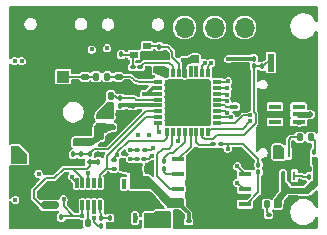
<source format=gbr>
%TF.GenerationSoftware,KiCad,Pcbnew,9.0.0*%
%TF.CreationDate,2025-06-12T14:50:32+02:00*%
%TF.ProjectId,hardware v4 pro max,68617264-7761-4726-9520-76342070726f,rev?*%
%TF.SameCoordinates,Original*%
%TF.FileFunction,Copper,L1,Top*%
%TF.FilePolarity,Positive*%
%FSLAX46Y46*%
G04 Gerber Fmt 4.6, Leading zero omitted, Abs format (unit mm)*
G04 Created by KiCad (PCBNEW 9.0.0) date 2025-06-12 14:50:32*
%MOMM*%
%LPD*%
G01*
G04 APERTURE LIST*
G04 Aperture macros list*
%AMRoundRect*
0 Rectangle with rounded corners*
0 $1 Rounding radius*
0 $2 $3 $4 $5 $6 $7 $8 $9 X,Y pos of 4 corners*
0 Add a 4 corners polygon primitive as box body*
4,1,4,$2,$3,$4,$5,$6,$7,$8,$9,$2,$3,0*
0 Add four circle primitives for the rounded corners*
1,1,$1+$1,$2,$3*
1,1,$1+$1,$4,$5*
1,1,$1+$1,$6,$7*
1,1,$1+$1,$8,$9*
0 Add four rect primitives between the rounded corners*
20,1,$1+$1,$2,$3,$4,$5,0*
20,1,$1+$1,$4,$5,$6,$7,0*
20,1,$1+$1,$6,$7,$8,$9,0*
20,1,$1+$1,$8,$9,$2,$3,0*%
%AMOutline5P*
0 Free polygon, 5 corners , with rotation*
0 The origin of the aperture is its center*
0 number of corners: always 5*
0 $1 to $10 corner X, Y*
0 $11 Rotation angle, in degrees counterclockwise*
0 create outline with 5 corners*
4,1,5,$1,$2,$3,$4,$5,$6,$7,$8,$9,$10,$1,$2,$11*%
%AMOutline6P*
0 Free polygon, 6 corners , with rotation*
0 The origin of the aperture is its center*
0 number of corners: always 6*
0 $1 to $12 corner X, Y*
0 $13 Rotation angle, in degrees counterclockwise*
0 create outline with 6 corners*
4,1,6,$1,$2,$3,$4,$5,$6,$7,$8,$9,$10,$11,$12,$1,$2,$13*%
%AMOutline7P*
0 Free polygon, 7 corners , with rotation*
0 The origin of the aperture is its center*
0 number of corners: always 7*
0 $1 to $14 corner X, Y*
0 $15 Rotation angle, in degrees counterclockwise*
0 create outline with 7 corners*
4,1,7,$1,$2,$3,$4,$5,$6,$7,$8,$9,$10,$11,$12,$13,$14,$1,$2,$15*%
%AMOutline8P*
0 Free polygon, 8 corners , with rotation*
0 The origin of the aperture is its center*
0 number of corners: always 8*
0 $1 to $16 corner X, Y*
0 $17 Rotation angle, in degrees counterclockwise*
0 create outline with 8 corners*
4,1,8,$1,$2,$3,$4,$5,$6,$7,$8,$9,$10,$11,$12,$13,$14,$15,$16,$1,$2,$17*%
G04 Aperture macros list end*
%TA.AperFunction,SMDPad,CuDef*%
%ADD10RoundRect,0.100000X-0.130000X-0.100000X0.130000X-0.100000X0.130000X0.100000X-0.130000X0.100000X0*%
%TD*%
%TA.AperFunction,SMDPad,CuDef*%
%ADD11RoundRect,0.100000X0.130000X0.100000X-0.130000X0.100000X-0.130000X-0.100000X0.130000X-0.100000X0*%
%TD*%
%TA.AperFunction,SMDPad,CuDef*%
%ADD12RoundRect,0.140000X0.140000X0.170000X-0.140000X0.170000X-0.140000X-0.170000X0.140000X-0.170000X0*%
%TD*%
%TA.AperFunction,SMDPad,CuDef*%
%ADD13R,0.300000X0.850000*%
%TD*%
%TA.AperFunction,SMDPad,CuDef*%
%ADD14R,2.440000X0.690000*%
%TD*%
%TA.AperFunction,SMDPad,CuDef*%
%ADD15RoundRect,0.100000X0.100000X-0.130000X0.100000X0.130000X-0.100000X0.130000X-0.100000X-0.130000X0*%
%TD*%
%TA.AperFunction,SMDPad,CuDef*%
%ADD16RoundRect,0.100000X-0.100000X0.130000X-0.100000X-0.130000X0.100000X-0.130000X0.100000X0.130000X0*%
%TD*%
%TA.AperFunction,ComponentPad*%
%ADD17R,1.700000X1.700000*%
%TD*%
%TA.AperFunction,ComponentPad*%
%ADD18O,1.700000X1.700000*%
%TD*%
%TA.AperFunction,SMDPad,CuDef*%
%ADD19RoundRect,0.140000X0.170000X-0.140000X0.170000X0.140000X-0.170000X0.140000X-0.170000X-0.140000X0*%
%TD*%
%TA.AperFunction,SMDPad,CuDef*%
%ADD20R,0.250000X0.799999*%
%TD*%
%TA.AperFunction,SMDPad,CuDef*%
%ADD21R,1.420000X0.610000*%
%TD*%
%TA.AperFunction,SMDPad,CuDef*%
%ADD22Outline5P,-0.650000X0.750000X0.650000X0.750000X0.650000X-0.750000X0.000000X-0.750000X-0.650000X-0.100000X180.000000*%
%TD*%
%TA.AperFunction,SMDPad,CuDef*%
%ADD23R,3.600000X1.100000*%
%TD*%
%TA.AperFunction,SMDPad,CuDef*%
%ADD24R,2.200000X1.050000*%
%TD*%
%TA.AperFunction,SMDPad,CuDef*%
%ADD25R,1.050000X1.000000*%
%TD*%
%TA.AperFunction,SMDPad,CuDef*%
%ADD26R,0.550000X1.500000*%
%TD*%
%TA.AperFunction,SMDPad,CuDef*%
%ADD27R,1.100000X0.400000*%
%TD*%
%TA.AperFunction,SMDPad,CuDef*%
%ADD28RoundRect,0.140000X-0.140000X-0.170000X0.140000X-0.170000X0.140000X0.170000X-0.140000X0.170000X0*%
%TD*%
%TA.AperFunction,SMDPad,CuDef*%
%ADD29R,1.050000X0.450000*%
%TD*%
%TA.AperFunction,SMDPad,CuDef*%
%ADD30R,3.450000X4.350000*%
%TD*%
%TA.AperFunction,SMDPad,CuDef*%
%ADD31RoundRect,0.147500X0.172500X-0.147500X0.172500X0.147500X-0.172500X0.147500X-0.172500X-0.147500X0*%
%TD*%
%TA.AperFunction,SMDPad,CuDef*%
%ADD32RoundRect,0.147500X-0.147500X-0.172500X0.147500X-0.172500X0.147500X0.172500X-0.147500X0.172500X0*%
%TD*%
%TA.AperFunction,SMDPad,CuDef*%
%ADD33R,2.500000X1.700000*%
%TD*%
%TA.AperFunction,SMDPad,CuDef*%
%ADD34R,0.750000X0.550000*%
%TD*%
%TA.AperFunction,SMDPad,CuDef*%
%ADD35RoundRect,0.150000X0.625000X-0.150000X0.625000X0.150000X-0.625000X0.150000X-0.625000X-0.150000X0*%
%TD*%
%TA.AperFunction,SMDPad,CuDef*%
%ADD36RoundRect,0.250000X0.650000X-0.350000X0.650000X0.350000X-0.650000X0.350000X-0.650000X-0.350000X0*%
%TD*%
%TA.AperFunction,SMDPad,CuDef*%
%ADD37R,0.800000X0.300000*%
%TD*%
%TA.AperFunction,SMDPad,CuDef*%
%ADD38R,0.300000X0.800000*%
%TD*%
%TA.AperFunction,SMDPad,CuDef*%
%ADD39R,3.750000X3.750000*%
%TD*%
%TA.AperFunction,ViaPad*%
%ADD40C,0.400000*%
%TD*%
%TA.AperFunction,Conductor*%
%ADD41C,0.150000*%
%TD*%
%TA.AperFunction,Conductor*%
%ADD42C,0.200000*%
%TD*%
%TA.AperFunction,Conductor*%
%ADD43C,0.300000*%
%TD*%
%TA.AperFunction,Conductor*%
%ADD44C,0.500000*%
%TD*%
%TA.AperFunction,Conductor*%
%ADD45C,0.332000*%
%TD*%
%TA.AperFunction,Conductor*%
%ADD46C,0.160800*%
%TD*%
G04 APERTURE END LIST*
D10*
%TO.P,R4,1*%
%TO.N,Net-(C3-Pad2)*%
X148070000Y-108820000D03*
%TO.P,R4,2*%
%TO.N,GND*%
X148710000Y-108820000D03*
%TD*%
%TO.P,C11,1*%
%TO.N,+3.3V*%
X141280000Y-109350000D03*
%TO.P,C11,2*%
%TO.N,GND*%
X141920000Y-109350000D03*
%TD*%
D11*
%TO.P,R21,1*%
%TO.N,HSE_OUT*%
X137190000Y-96300000D03*
%TO.P,R21,2*%
%TO.N,Net-(Y1-CRYSTAL__1)*%
X136550000Y-96300000D03*
%TD*%
D10*
%TO.P,C21,1*%
%TO.N,+3.3V*%
X133830000Y-102200000D03*
%TO.P,C21,2*%
%TO.N,GND*%
X134470000Y-102200000D03*
%TD*%
D12*
%TO.P,C20,1*%
%TO.N,CHIP_PU*%
X134710000Y-98720000D03*
%TO.P,C20,2*%
%TO.N,GND*%
X133750000Y-98720000D03*
%TD*%
D13*
%TO.P,IC4,1,~{INT}*%
%TO.N,INT*%
X133800000Y-106100000D03*
%TO.P,IC4,2,PGD*%
%TO.N,unconnected-(IC4-PGD-Pad2)*%
X133300000Y-106100000D03*
%TO.P,IC4,3,EN*%
%TO.N,EN*%
X132800000Y-106100000D03*
%TO.P,IC4,4,VIN*%
%TO.N,BAT+*%
X132300000Y-106100000D03*
%TO.P,IC4,5,~{PB}*%
%TO.N,Net-(IC4-~{PB})*%
X131800000Y-106100000D03*
%TO.P,IC4,6,GND_1*%
%TO.N,GND*%
X131800000Y-108000000D03*
%TO.P,IC4,7,SEL*%
%TO.N,vusb*%
X132300000Y-108000000D03*
%TO.P,IC4,8,TMR*%
%TO.N,Net-(IC4-TMR)*%
X132800000Y-108000000D03*
%TO.P,IC4,9,~{KILL}*%
%TO.N,KILL*%
X133300000Y-108000000D03*
%TO.P,IC4,10,ON*%
%TO.N,Net-(IC4-ON)*%
X133800000Y-108000000D03*
D14*
%TO.P,IC4,11,GND_2*%
%TO.N,GND*%
X132800000Y-107050000D03*
%TD*%
D15*
%TO.P,R17,1*%
%TO.N,BAT+*%
X132900000Y-104320000D03*
%TO.P,R17,2*%
%TO.N,VBAT_ADC*%
X132900000Y-103680000D03*
%TD*%
D16*
%TO.P,C25,1*%
%TO.N,+3.3V*%
X136610000Y-99570000D03*
%TO.P,C25,2*%
%TO.N,GND*%
X136610000Y-100210000D03*
%TD*%
D10*
%TO.P,C22,1*%
%TO.N,+3.3V*%
X145230000Y-99650000D03*
%TO.P,C22,2*%
%TO.N,GND*%
X145870000Y-99650000D03*
%TD*%
D17*
%TO.P,J3,1,Pin_1*%
%TO.N,GND*%
X148570000Y-92965000D03*
D18*
%TO.P,J3,2,Pin_2*%
%TO.N,+3.3V*%
X146030000Y-92965000D03*
%TO.P,J3,3,Pin_3*%
%TO.N,OLED_SCL*%
X143490000Y-92965000D03*
%TO.P,J3,4,Pin_4*%
%TO.N,OLED_SDA*%
X140950000Y-92965000D03*
%TD*%
D19*
%TO.P,C27,1*%
%TO.N,Net-(C27-Pad1)*%
X132500000Y-97110000D03*
%TO.P,C27,2*%
%TO.N,GND*%
X132500000Y-96150000D03*
%TD*%
D20*
%TO.P,U2,1,GND*%
%TO.N,GND*%
X150250000Y-103599998D03*
%TO.P,U2,2,\u002ACHRG*%
%TO.N,Net-(D1-K)*%
X149750001Y-103599998D03*
%TO.P,U2,3,BAT*%
%TO.N,BAT+*%
X149250002Y-103599998D03*
%TO.P,U2,4,VCC*%
%TO.N,vusb*%
X149250002Y-105500000D03*
%TO.P,U2,5,\u002AEN/\u002AACPR*%
%TO.N,GND*%
X149750001Y-105500000D03*
%TO.P,U2,6,PROG*%
%TO.N,Net-(U2-PROG)*%
X150250000Y-105500000D03*
D21*
%TO.P,U2,7,S*%
%TO.N,GND*%
X149750001Y-104549999D03*
%TD*%
D11*
%TO.P,R28,1*%
%TO.N,+3.3V*%
X144020000Y-102800000D03*
%TO.P,R28,2*%
%TO.N,BOOT0*%
X143380000Y-102800000D03*
%TD*%
D12*
%TO.P,C3,1*%
%TO.N,vusb*%
X148850000Y-107900000D03*
%TO.P,C3,2*%
%TO.N,Net-(C3-Pad2)*%
X147890000Y-107900000D03*
%TD*%
D19*
%TO.P,C17,1*%
%TO.N,+3.3V*%
X131800000Y-102630000D03*
%TO.P,C17,2*%
%TO.N,GND*%
X131800000Y-101670000D03*
%TD*%
D15*
%TO.P,R6,1*%
%TO.N,GND*%
X130500000Y-109640000D03*
%TO.P,R6,2*%
%TO.N,vusb*%
X130500000Y-109000000D03*
%TD*%
D16*
%TO.P,R16,1*%
%TO.N,+3.3V*%
X146800000Y-95580000D03*
%TO.P,R16,2*%
%TO.N,BOOT1*%
X146800000Y-96220000D03*
%TD*%
D22*
%TO.P,BT1,1,+*%
%TO.N,Net-(BT1-+)*%
X126950000Y-103730000D03*
D23*
%TO.P,BT1,2,-*%
%TO.N,GND*%
X128100000Y-99940000D03*
%TD*%
D10*
%TO.P,R32,1*%
%TO.N,INT*%
X134980000Y-104900000D03*
%TO.P,R32,2*%
%TO.N,+3.3V*%
X135620000Y-104900000D03*
%TD*%
D24*
%TO.P,J2,1,1*%
%TO.N,GND*%
X129137500Y-98575000D03*
%TO.P,J2,2,2*%
X129137500Y-95625000D03*
D25*
%TO.P,J2,3,3*%
%TO.N,Net-(C27-Pad1)*%
X130662500Y-97100000D03*
%TD*%
D19*
%TO.P,C28,1*%
%TO.N,Net-(IC1-ANT)*%
X135350000Y-97120000D03*
%TO.P,C28,2*%
%TO.N,GND*%
X135350000Y-96160000D03*
%TD*%
D10*
%TO.P,C26,1*%
%TO.N,Net-(IC1-VDDA3P3_1)*%
X134680000Y-100300000D03*
%TO.P,C26,2*%
%TO.N,GND*%
X135320000Y-100300000D03*
%TD*%
D11*
%TO.P,R12,1*%
%TO.N,GPSTX*%
X137570000Y-103300000D03*
%TO.P,R12,2*%
%TO.N,Net-(PA1010D1-TX)*%
X136930000Y-103300000D03*
%TD*%
D15*
%TO.P,R26,1*%
%TO.N,FSPICLK*%
X139200000Y-104920000D03*
%TO.P,R26,2*%
%TO.N,Net-(IC1-MTCK)*%
X139200000Y-104280000D03*
%TD*%
D16*
%TO.P,C8,1*%
%TO.N,HSE_IN*%
X138800000Y-94580000D03*
%TO.P,C8,2*%
%TO.N,GND*%
X138800000Y-95220000D03*
%TD*%
%TO.P,C24,1*%
%TO.N,GND*%
X133650000Y-103680000D03*
%TO.P,C24,2*%
%TO.N,BAT+*%
X133650000Y-104320000D03*
%TD*%
D10*
%TO.P,R31,1*%
%TO.N,KILL*%
X134980000Y-104200000D03*
%TO.P,R31,2*%
%TO.N,+3.3V*%
X135620000Y-104200000D03*
%TD*%
D26*
%TO.P,SW4,1,1*%
%TO.N,GND*%
X151500000Y-95925000D03*
%TO.P,SW4,2,2*%
%TO.N,BOOT1*%
X148250000Y-95925000D03*
%TD*%
D16*
%TO.P,R30,1*%
%TO.N,Net-(IC4-ON)*%
X133900000Y-109080000D03*
%TO.P,R30,2*%
%TO.N,vusb*%
X133900000Y-109720000D03*
%TD*%
D27*
%TO.P,D6,1,I/O_1*%
%TO.N,unconnected-(D6-I{slash}O_1-Pad1)*%
X148600000Y-99650000D03*
%TO.P,D6,2,GND*%
%TO.N,GND*%
X148600000Y-100300000D03*
%TO.P,D6,3,I/O_2*%
%TO.N,unconnected-(D6-I{slash}O_2-Pad3)*%
X148600000Y-100950000D03*
%TO.P,D6,4,I/O_3*%
%TO.N,D+*%
X150600000Y-100950000D03*
%TO.P,D6,5,VDD*%
%TO.N,vusb*%
X150600000Y-100300000D03*
%TO.P,D6,6,I/O_4*%
%TO.N,D-*%
X150600000Y-99650000D03*
%TD*%
D15*
%TO.P,R13,1*%
%TO.N,FSPICS2*%
X147200000Y-105200000D03*
%TO.P,R13,2*%
%TO.N,+3.3V*%
X147200000Y-104560000D03*
%TD*%
D10*
%TO.P,R11,1*%
%TO.N,Net-(PA1010D1-RX)*%
X136910000Y-104050000D03*
%TO.P,R11,2*%
%TO.N,GPSRX*%
X137550000Y-104050000D03*
%TD*%
D16*
%TO.P,R3,1*%
%TO.N,GND*%
X151500000Y-104930000D03*
%TO.P,R3,2*%
%TO.N,Net-(U2-PROG)*%
X151500000Y-105570000D03*
%TD*%
D28*
%TO.P,C5,1*%
%TO.N,+3.3V*%
X136850000Y-104900000D03*
%TO.P,C5,2*%
%TO.N,GND*%
X137810000Y-104900000D03*
%TD*%
D29*
%TO.P,IC2,1,~{CS}*%
%TO.N,FSPICS2*%
X146050000Y-107905000D03*
%TO.P,IC2,2,DO_(IO1)*%
%TO.N,FSPIQ*%
X146050000Y-106635000D03*
%TO.P,IC2,3,~{WP_(IO2)}*%
%TO.N,FSPIWP*%
X146050000Y-105365000D03*
%TO.P,IC2,4,GND*%
%TO.N,GND*%
X146050000Y-104095000D03*
%TO.P,IC2,5,DI_(IO0)*%
%TO.N,FSPID*%
X140350000Y-104095000D03*
%TO.P,IC2,6,CLK*%
%TO.N,FSPICLK*%
X140350000Y-105365000D03*
%TO.P,IC2,7,~{HOLD_OR_RESET_(IO3)}*%
%TO.N,FSPIHD*%
X140350000Y-106635000D03*
%TO.P,IC2,8,VCC*%
%TO.N,+3.3V*%
X140350000Y-107905000D03*
D30*
%TO.P,IC2,9,EP*%
%TO.N,GND*%
X143200000Y-106000000D03*
%TD*%
D15*
%TO.P,R25,1*%
%TO.N,+3.3V*%
X135510000Y-99565000D03*
%TO.P,R25,2*%
%TO.N,CHIP_PU*%
X135510000Y-98925000D03*
%TD*%
D31*
%TO.P,L1,1*%
%TO.N,+3.3V*%
X133800000Y-101385000D03*
%TO.P,L1,2*%
%TO.N,Net-(IC1-VDDA3P3_1)*%
X133800000Y-100415000D03*
%TD*%
D32*
%TO.P,D1,1,K*%
%TO.N,Net-(D1-K)*%
X150680000Y-102250000D03*
%TO.P,D1,2,A*%
%TO.N,Net-(D1-A)*%
X151650000Y-102250000D03*
%TD*%
D15*
%TO.P,R29,1*%
%TO.N,GND*%
X134600000Y-109720000D03*
%TO.P,R29,2*%
%TO.N,Net-(IC4-ON)*%
X134600000Y-109080000D03*
%TD*%
%TO.P,C15,1*%
%TO.N,+3.3V*%
X141000000Y-95770000D03*
%TO.P,C15,2*%
%TO.N,GND*%
X141000000Y-95130000D03*
%TD*%
D13*
%TO.P,IC3,1,GND*%
%TO.N,GND*%
X135800000Y-109100000D03*
%TO.P,IC3,2,EN*%
%TO.N,EN*%
X136750000Y-109100000D03*
%TO.P,IC3,3,VIN*%
%TO.N,BAT+*%
X137700000Y-109100000D03*
%TO.P,IC3,4,VOUT*%
%TO.N,+3.3V*%
X137700000Y-106200000D03*
%TO.P,IC3,5,VSENSE*%
X136750000Y-106200000D03*
%TO.P,IC3,6,ADJ/NC*%
%TO.N,unconnected-(IC3-ADJ{slash}NC-Pad6)*%
X135800000Y-106200000D03*
D33*
%TO.P,IC3,7,EP*%
%TO.N,GND*%
X136750000Y-107650000D03*
%TD*%
D34*
%TO.P,Y1,1,CRYSTAL__1*%
%TO.N,Net-(Y1-CRYSTAL__1)*%
X136650000Y-95275000D03*
%TO.P,Y1,2,GND_1*%
%TO.N,GND*%
X137750000Y-95275000D03*
%TO.P,Y1,3,CRYSTAL__2*%
%TO.N,HSE_IN*%
X137750000Y-94525000D03*
%TO.P,Y1,4,GND_2*%
%TO.N,GND*%
X136650000Y-94525000D03*
%TD*%
D16*
%TO.P,C2,1*%
%TO.N,GND*%
X135600000Y-94580000D03*
%TO.P,C2,2*%
%TO.N,Net-(Y1-CRYSTAL__1)*%
X135600000Y-95220000D03*
%TD*%
%TO.P,C13,1*%
%TO.N,VBAT_ADC*%
X132200000Y-103680000D03*
%TO.P,C13,2*%
%TO.N,GND*%
X132200000Y-104320000D03*
%TD*%
D12*
%TO.P,C23,1*%
%TO.N,Net-(IC4-TMR)*%
X132780000Y-109500000D03*
%TO.P,C23,2*%
%TO.N,GND*%
X131820000Y-109500000D03*
%TD*%
D32*
%TO.P,L2,1*%
%TO.N,Net-(C27-Pad1)*%
X133430000Y-97110000D03*
%TO.P,L2,2*%
%TO.N,Net-(IC1-ANT)*%
X134400000Y-97110000D03*
%TD*%
D15*
%TO.P,R5,1*%
%TO.N,vusb*%
X151900000Y-104170000D03*
%TO.P,R5,2*%
%TO.N,Net-(D1-A)*%
X151900000Y-103530000D03*
%TD*%
D28*
%TO.P,C4,1*%
%TO.N,BAT+*%
X139420000Y-109400000D03*
%TO.P,C4,2*%
%TO.N,GND*%
X140380000Y-109400000D03*
%TD*%
D35*
%TO.P,U3,1,1*%
%TO.N,BAT+*%
X129575000Y-108000000D03*
%TO.P,U3,2,2*%
%TO.N,GND*%
X129575000Y-107000000D03*
D36*
%TO.P,U3,MP,MP*%
X127050000Y-109300000D03*
X127050000Y-105700000D03*
%TD*%
D37*
%TO.P,IC1,1,ANT*%
%TO.N,Net-(IC1-ANT)*%
X138700000Y-97550000D03*
%TO.P,IC1,2,VDDA3P3_1*%
%TO.N,Net-(IC1-VDDA3P3_1)*%
X138700000Y-98050000D03*
%TO.P,IC1,3,VDDA3P3_2*%
X138700000Y-98550000D03*
%TO.P,IC1,4,CHIP_PU*%
%TO.N,CHIP_PU*%
X138700000Y-99050000D03*
%TO.P,IC1,5,VDDPST1*%
%TO.N,+3.3V*%
X138700000Y-99550000D03*
%TO.P,IC1,6,XTAL_32K_P*%
%TO.N,VBAT_ADC*%
X138700000Y-100050000D03*
%TO.P,IC1,7,XTAL_32K_N*%
%TO.N,INT*%
X138700000Y-100550000D03*
%TO.P,IC1,8,GPIO2*%
%TO.N,FSPIQ*%
X138700000Y-101050000D03*
D38*
%TO.P,IC1,9,GPIO3*%
%TO.N,KILL*%
X139450000Y-101800000D03*
%TO.P,IC1,10,MTMS*%
%TO.N,FSPIHD*%
X139950000Y-101800000D03*
%TO.P,IC1,11,MTDI*%
%TO.N,FSPIWP*%
X140450000Y-101800000D03*
%TO.P,IC1,12,MTCK*%
%TO.N,Net-(IC1-MTCK)*%
X140950000Y-101800000D03*
%TO.P,IC1,13,MTDO*%
%TO.N,FSPID*%
X141450000Y-101800000D03*
%TO.P,IC1,14,GPIO8*%
%TO.N,BOOT0*%
X141950000Y-101800000D03*
%TO.P,IC1,15,GPIO9*%
%TO.N,BOOT1*%
X142450000Y-101800000D03*
%TO.P,IC1,16,GPIO12*%
%TO.N,D-*%
X142950000Y-101800000D03*
D37*
%TO.P,IC1,17,GPIO13*%
%TO.N,D+*%
X143700000Y-101050000D03*
%TO.P,IC1,18,GPIO14*%
%TO.N,GPIO_SUP_1*%
X143700000Y-100550000D03*
%TO.P,IC1,19,GPIO15*%
%TO.N,GPIO_SUP_2*%
X143700000Y-100050000D03*
%TO.P,IC1,20,VDDPST2*%
%TO.N,+3.3V*%
X143700000Y-99550000D03*
%TO.P,IC1,21,U0TXD*%
%TO.N,GPSRX*%
X143700000Y-99050000D03*
%TO.P,IC1,22,U0RXD*%
%TO.N,GPSTX*%
X143700000Y-98550000D03*
%TO.P,IC1,23,SDIO_CMD*%
%TO.N,FSPICS2*%
X143700000Y-98050000D03*
%TO.P,IC1,24,SDIO_CLK*%
%TO.N,LED_PWM*%
X143700000Y-97550000D03*
D38*
%TO.P,IC1,25,SDIO_DATA0*%
%TO.N,B2*%
X142950000Y-96800000D03*
%TO.P,IC1,26,SDIO_DATA1*%
%TO.N,B1*%
X142450000Y-96800000D03*
%TO.P,IC1,27,SDIO_DATA2*%
%TO.N,OLED_SDA*%
X141950000Y-96800000D03*
%TO.P,IC1,28,SDIO_DATA3*%
%TO.N,OLED_SCL*%
X141450000Y-96800000D03*
%TO.P,IC1,29,VDDA1*%
%TO.N,+3.3V*%
X140950000Y-96800000D03*
%TO.P,IC1,30,XTAL_N*%
%TO.N,HSE_IN*%
X140450000Y-96800000D03*
%TO.P,IC1,31,XTAL_P*%
%TO.N,HSE_OUT*%
X139950000Y-96800000D03*
%TO.P,IC1,32,VDDA2*%
%TO.N,+3.3V*%
X139450000Y-96800000D03*
D39*
%TO.P,IC1,33,GND*%
%TO.N,GND*%
X141200000Y-99300000D03*
%TD*%
D16*
%TO.P,R18,1*%
%TO.N,VBAT_ADC*%
X131500000Y-103680000D03*
%TO.P,R18,2*%
%TO.N,GND*%
X131500000Y-104320000D03*
%TD*%
%TO.P,C18,1*%
%TO.N,GND*%
X147500000Y-95580000D03*
%TO.P,C18,2*%
%TO.N,BOOT1*%
X147500000Y-96220000D03*
%TD*%
D19*
%TO.P,C16,1*%
%TO.N,+3.3V*%
X141850000Y-95680000D03*
%TO.P,C16,2*%
%TO.N,GND*%
X141850000Y-94720000D03*
%TD*%
%TO.P,C12,1*%
%TO.N,+3.3V*%
X132750000Y-102630000D03*
%TO.P,C12,2*%
%TO.N,GND*%
X132750000Y-101670000D03*
%TD*%
D40*
%TO.N,Net-(BT1-+)*%
X126950000Y-103730000D03*
%TO.N,GND*%
X135400000Y-98100000D03*
X131310840Y-101330404D03*
X138430000Y-107710000D03*
X137800000Y-93200000D03*
X146150000Y-96180000D03*
X130060000Y-91880000D03*
X130550000Y-95950000D03*
X128800000Y-93300000D03*
X141830000Y-107780000D03*
X129950000Y-98550000D03*
X143900000Y-104190000D03*
X129950000Y-95700000D03*
X129150000Y-95700000D03*
X136200000Y-109700000D03*
X134400000Y-105600000D03*
X137300000Y-97020000D03*
X147060000Y-94160000D03*
X128350000Y-97950000D03*
X131100000Y-109700000D03*
X135300000Y-105700000D03*
X126420000Y-105370000D03*
X138200000Y-95450000D03*
X126900000Y-102200000D03*
X139350000Y-95300000D03*
X145070000Y-107210000D03*
X127670000Y-93820000D03*
X136680000Y-107530000D03*
X151580000Y-97700000D03*
X131300000Y-93300000D03*
X133950000Y-96050000D03*
X131850000Y-96050000D03*
X130600000Y-106100000D03*
X145380000Y-97520000D03*
X138100000Y-104400000D03*
X134000000Y-98100000D03*
X142900000Y-94250000D03*
X146290000Y-96930000D03*
X133300000Y-98100000D03*
X141680000Y-99810000D03*
X131200000Y-98100000D03*
X130550000Y-98300000D03*
X135810000Y-107500000D03*
X131940404Y-101279160D03*
X148720000Y-106660000D03*
X130600000Y-99340000D03*
X136150000Y-97630000D03*
X127520000Y-108410000D03*
X135200000Y-109700000D03*
X144490000Y-106720000D03*
X132320000Y-99200000D03*
X126360000Y-93240000D03*
X128350000Y-96300000D03*
X132460000Y-100920000D03*
X141290000Y-94240000D03*
X142740000Y-108990000D03*
X148640000Y-91490000D03*
X142720000Y-97690000D03*
X129580000Y-109500000D03*
X127450000Y-108990000D03*
X133150000Y-96050000D03*
X131900000Y-107000000D03*
X144680000Y-91590000D03*
X131119596Y-98980840D03*
X128350000Y-97150000D03*
X148330000Y-97680000D03*
X140630000Y-100860000D03*
X128680000Y-103360000D03*
X129150000Y-98550000D03*
X129500000Y-106400000D03*
X136990000Y-102010000D03*
X126300000Y-102200000D03*
X143710000Y-95520000D03*
X142750000Y-95350000D03*
X139510000Y-97630000D03*
X141680000Y-100860000D03*
X151050000Y-103950000D03*
X126360000Y-91560000D03*
X133820000Y-95330000D03*
X143300000Y-105300000D03*
X145080000Y-107770000D03*
X139580000Y-100860000D03*
X129200000Y-107000000D03*
X136590000Y-91750000D03*
X151050000Y-103150000D03*
X136000000Y-100210000D03*
X140420000Y-108740000D03*
X131300000Y-94000000D03*
X130329596Y-99910840D03*
X130000000Y-107000000D03*
X131900000Y-98100000D03*
X128350000Y-95700000D03*
X133230000Y-91600000D03*
X151930000Y-107340000D03*
X140420000Y-91540000D03*
X144730000Y-94040000D03*
X147260000Y-91500000D03*
X150400000Y-104550000D03*
X132300000Y-101950000D03*
X130610000Y-104330000D03*
X146100000Y-104100000D03*
X137490000Y-98030000D03*
X137980000Y-97020000D03*
X135370000Y-100720000D03*
X139690000Y-93490000D03*
X126490000Y-106010000D03*
X135950000Y-96050000D03*
X130380840Y-100540404D03*
X142600000Y-106230000D03*
X139520000Y-91550000D03*
X135400000Y-93200000D03*
X137600000Y-107520000D03*
X132500000Y-95500000D03*
X128350000Y-98550000D03*
X145870000Y-107290000D03*
X134700000Y-98100000D03*
X151760000Y-91550000D03*
X144460000Y-107790000D03*
X131150000Y-96050000D03*
X135840000Y-103590000D03*
X133700000Y-107000000D03*
X151960000Y-109660000D03*
X127670000Y-105340000D03*
X138100000Y-105200000D03*
X128800000Y-94000000D03*
X134950000Y-102000000D03*
X132600000Y-98100000D03*
X133970000Y-103730000D03*
X127430000Y-109590000D03*
X142730000Y-98760000D03*
X149460000Y-109500000D03*
X141680000Y-98760000D03*
X147440000Y-97030000D03*
X149780000Y-107600000D03*
X132679160Y-99719596D03*
X142730000Y-99810000D03*
X131749160Y-98929596D03*
X149150000Y-104550000D03*
X134700000Y-96050000D03*
X145340000Y-100170000D03*
X148780000Y-102170000D03*
X142730000Y-100860000D03*
X141800000Y-97680000D03*
X130740000Y-101060000D03*
X132730404Y-100349160D03*
X134070000Y-102820000D03*
X127120000Y-105730000D03*
X137020000Y-100090000D03*
%TO.N,+3.3V*%
X137090000Y-105890000D03*
X136580000Y-105940000D03*
X135790000Y-99550000D03*
X144950000Y-99650000D03*
X144650000Y-95630000D03*
X137900000Y-102050000D03*
X128580000Y-105330000D03*
X134350000Y-101400000D03*
X140800000Y-95700000D03*
X138600000Y-96550000D03*
X132250000Y-102600000D03*
X126550000Y-95800000D03*
X136310000Y-99560000D03*
X133300000Y-102450000D03*
X134380000Y-94710000D03*
X141600000Y-95650000D03*
X144600000Y-103200000D03*
X137015000Y-106400000D03*
X127150000Y-95800000D03*
X137595000Y-105825000D03*
%TO.N,vusb*%
X132300000Y-108900000D03*
X133300000Y-109100000D03*
X151600000Y-100300000D03*
X130700000Y-107500000D03*
X149300000Y-106100000D03*
X149300000Y-106800000D03*
%TO.N,B2*%
X143210000Y-95940000D03*
%TO.N,B1*%
X133080000Y-94810000D03*
X142660000Y-95960000D03*
%TO.N,FSPIWP*%
X140400000Y-102600000D03*
X145400000Y-104700000D03*
%TO.N,OLED_SCL*%
X141450000Y-96350000D03*
%TO.N,OLED_SDA*%
X141950000Y-96350000D03*
%TO.N,FSPICS2*%
X144570000Y-98100000D03*
X146100000Y-107900000D03*
%TO.N,Net-(PA1010D1-RX)*%
X136350000Y-104100000D03*
%TO.N,Net-(PA1010D1-TX)*%
X136350000Y-103300000D03*
%TO.N,GPSRX*%
X138150000Y-103800000D03*
X144500000Y-99150000D03*
%TO.N,GPSTX*%
X138250000Y-103150000D03*
X144560000Y-98640000D03*
%TO.N,BAT+*%
X148800000Y-103200000D03*
X138570413Y-109190391D03*
X129900000Y-108000000D03*
X138550000Y-109690000D03*
X129200000Y-108000000D03*
X138570000Y-108710000D03*
X148800000Y-103800000D03*
%TO.N,D+*%
X146500000Y-100400000D03*
X150650000Y-101000000D03*
%TO.N,D-*%
X150650000Y-99650000D03*
X146500000Y-100900000D03*
%TO.N,FSPIQ*%
X145400000Y-106100000D03*
X138800000Y-101800000D03*
%TO.N,LED_PWM*%
X144630000Y-97510000D03*
X126610000Y-107540000D03*
%TO.N,EN*%
X136800000Y-109100000D03*
X132800000Y-105300000D03*
%TO.N,Net-(IC1-VDDA3P3_1)*%
X134580000Y-99590000D03*
X134260000Y-99980000D03*
X138010000Y-98520000D03*
X137510000Y-98560000D03*
%TO.N,KILL*%
X135250000Y-103750000D03*
X133300000Y-108600000D03*
%TO.N,Net-(IC4-~{PB})*%
X131440000Y-105570000D03*
%TO.N,GPIO_SUP_1*%
X144890000Y-100540000D03*
%TO.N,GPIO_SUP_2*%
X144500000Y-100150000D03*
%TD*%
D41*
%TO.N,BOOT1*%
X145970000Y-102050000D02*
X146970000Y-101050000D01*
X143320000Y-102400000D02*
X143670000Y-102050000D01*
X146970000Y-100240000D02*
X146830000Y-100100000D01*
X142450000Y-101800000D02*
X142450000Y-102180000D01*
X143670000Y-102050000D02*
X145970000Y-102050000D01*
X142670000Y-102400000D02*
X143320000Y-102400000D01*
X146830000Y-100100000D02*
X146830000Y-96220000D01*
X142450000Y-102180000D02*
X142670000Y-102400000D01*
X146830000Y-96220000D02*
X147540000Y-96220000D01*
X147550000Y-96230000D02*
X147880000Y-95900000D01*
X147880000Y-95900000D02*
X148300000Y-95900000D01*
X147540000Y-96220000D02*
X147550000Y-96230000D01*
X146970000Y-101050000D02*
X146970000Y-100240000D01*
D42*
%TO.N,+3.3V*%
X144450000Y-99650000D02*
X144950000Y-99650000D01*
X145900000Y-102800000D02*
X144600000Y-102800000D01*
X144950000Y-99650000D02*
X145250000Y-99650000D01*
D43*
X135540000Y-99540000D02*
X135520000Y-99560000D01*
X144680000Y-95580000D02*
X144640000Y-95620000D01*
X141280000Y-108670000D02*
X140500000Y-107890000D01*
X136300000Y-99540000D02*
X135540000Y-99540000D01*
X138700000Y-99550000D02*
X136310000Y-99550000D01*
D42*
X144350000Y-99550000D02*
X144450000Y-99650000D01*
X136800000Y-105000000D02*
X136900000Y-104900000D01*
D43*
X140500000Y-107890000D02*
X140360000Y-107890000D01*
X146800000Y-95580000D02*
X144680000Y-95580000D01*
D42*
X143700000Y-99550000D02*
X144350000Y-99550000D01*
D43*
X136310000Y-99550000D02*
X136300000Y-99540000D01*
D42*
X147200000Y-104100000D02*
X145900000Y-102800000D01*
X147200000Y-104560000D02*
X147200000Y-104100000D01*
X144600000Y-102800000D02*
X144000000Y-102800000D01*
D43*
X141280000Y-109350000D02*
X141280000Y-108670000D01*
D42*
X144600000Y-102800000D02*
X144600000Y-103200000D01*
%TO.N,vusb*%
X133300000Y-109400000D02*
X133620000Y-109720000D01*
D44*
X151600000Y-100300000D02*
X151570000Y-100330000D01*
D42*
X130700000Y-107500000D02*
X130700000Y-108100000D01*
D44*
X150625000Y-100330000D02*
X150595000Y-100360000D01*
D42*
X132300000Y-108000000D02*
X132300000Y-108800000D01*
X130700000Y-108100000D02*
X131500000Y-108900000D01*
X130500000Y-109000000D02*
X130600000Y-108900000D01*
X149300000Y-106200000D02*
X149250002Y-106150002D01*
X130600000Y-108900000D02*
X131500000Y-108900000D01*
X133300000Y-109100000D02*
X133300000Y-109400000D01*
X151950000Y-104200000D02*
X151900000Y-104150000D01*
X131500000Y-108900000D02*
X132300000Y-108900000D01*
X149250002Y-106150002D02*
X149250002Y-105500000D01*
X133620000Y-109720000D02*
X133900000Y-109720000D01*
D44*
X151570000Y-100330000D02*
X150625000Y-100330000D01*
D41*
%TO.N,Net-(C3-Pad2)*%
X147890000Y-107900000D02*
X147890000Y-108610000D01*
X147890000Y-108610000D02*
X148050000Y-108770000D01*
%TO.N,B2*%
X142950000Y-96230000D02*
X143240000Y-95940000D01*
X142950000Y-96800000D02*
X142950000Y-96230000D01*
%TO.N,B1*%
X142450000Y-96800000D02*
X142450000Y-96170000D01*
X142450000Y-96170000D02*
X142650000Y-95970000D01*
%TO.N,FSPIHD*%
X140350000Y-106635000D02*
X139735000Y-106635000D01*
X138600000Y-103700000D02*
X139100000Y-103200000D01*
X139600000Y-103200000D02*
X139900000Y-102900000D01*
X139900000Y-101900000D02*
X140000000Y-101800000D01*
X139900000Y-102900000D02*
X139900000Y-101900000D01*
X139100000Y-103200000D02*
X139600000Y-103200000D01*
X139735000Y-106635000D02*
X138600000Y-105500000D01*
X138600000Y-105500000D02*
X138600000Y-103700000D01*
%TO.N,FSPIWP*%
X140450000Y-102550000D02*
X140400000Y-102600000D01*
X140450000Y-101800000D02*
X140450000Y-102550000D01*
X146050000Y-105365000D02*
X146050000Y-105350000D01*
X146050000Y-105350000D02*
X145400000Y-104700000D01*
%TO.N,Net-(D1-A)*%
X151950000Y-102550000D02*
X151950000Y-103550000D01*
X151650000Y-102250000D02*
X151950000Y-102550000D01*
%TO.N,Net-(D1-K)*%
X150680000Y-102250000D02*
X149950000Y-102250000D01*
X149950000Y-102250000D02*
X149750000Y-102450000D01*
X149750001Y-103599998D02*
X149750001Y-102899999D01*
X149750000Y-102450000D02*
X149750000Y-103000000D01*
%TO.N,FSPICS2*%
X146050000Y-107905000D02*
X146195000Y-107905000D01*
X144570000Y-98100000D02*
X144570000Y-98070000D01*
X144550000Y-98050000D02*
X143700000Y-98050000D01*
X146195000Y-107905000D02*
X147200000Y-106900000D01*
X144570000Y-98070000D02*
X144550000Y-98050000D01*
X147200000Y-106900000D02*
X147200000Y-105200000D01*
%TO.N,Net-(PA1010D1-RX)*%
X136400000Y-104050000D02*
X136350000Y-104100000D01*
X136910000Y-104050000D02*
X136400000Y-104050000D01*
%TO.N,Net-(PA1010D1-TX)*%
X136930000Y-103300000D02*
X136350000Y-103300000D01*
%TO.N,Net-(U2-PROG)*%
X151450000Y-105600000D02*
X151500000Y-105550000D01*
X150250000Y-105500000D02*
X150850000Y-105500000D01*
X150850000Y-105500000D02*
X150950000Y-105600000D01*
X150950000Y-105600000D02*
X151450000Y-105600000D01*
%TO.N,GPSRX*%
X137550000Y-104050000D02*
X137900000Y-104050000D01*
X137900000Y-104050000D02*
X138100000Y-103850000D01*
X144500000Y-99150000D02*
X144400000Y-99050000D01*
X144400000Y-99050000D02*
X143700000Y-99050000D01*
%TO.N,GPSTX*%
X144450000Y-98550000D02*
X143700000Y-98550000D01*
X144560000Y-98640000D02*
X144520000Y-98600000D01*
X144500000Y-98600000D02*
X144450000Y-98550000D01*
X138100000Y-103300000D02*
X138250000Y-103150000D01*
X144520000Y-98600000D02*
X144500000Y-98600000D01*
X137570000Y-103300000D02*
X138100000Y-103300000D01*
D42*
%TO.N,BAT+*%
X130700000Y-104900000D02*
X129900000Y-105700000D01*
X131500000Y-104900000D02*
X130700000Y-104900000D01*
D43*
X132900000Y-104320000D02*
X132890000Y-104310000D01*
D42*
X132300000Y-106100000D02*
X132300000Y-105700000D01*
X132300000Y-105700000D02*
X131500000Y-104900000D01*
X132900000Y-104700000D02*
X132900000Y-104300000D01*
X128200000Y-107400000D02*
X128200000Y-106700000D01*
X128800000Y-108000000D02*
X128200000Y-107400000D01*
D43*
X133650000Y-104320000D02*
X132900000Y-104320000D01*
D42*
X129200000Y-105700000D02*
X129900000Y-105700000D01*
X128200000Y-106700000D02*
X129200000Y-105700000D01*
X131500000Y-104900000D02*
X132700000Y-104900000D01*
X129200000Y-108000000D02*
X128800000Y-108000000D01*
X132700000Y-104900000D02*
X132900000Y-104700000D01*
D41*
%TO.N,FSPID*%
X141450000Y-101800000D02*
X141450000Y-103050000D01*
X141450000Y-103050000D02*
X140400000Y-104100000D01*
D42*
%TO.N,D+*%
X143700000Y-101050000D02*
X145250000Y-101050000D01*
X145900000Y-100400000D02*
X146500000Y-100400000D01*
X145250000Y-101050000D02*
X145900000Y-100400000D01*
%TO.N,D-*%
X142950000Y-101800000D02*
X142950000Y-101770000D01*
X145880000Y-101520000D02*
X146500000Y-100900000D01*
X143200000Y-101520000D02*
X145880000Y-101520000D01*
X142950000Y-101770000D02*
X143200000Y-101520000D01*
D41*
%TO.N,FSPIQ*%
X146050000Y-106635000D02*
X145935000Y-106635000D01*
X138700000Y-101050000D02*
X138700000Y-101700000D01*
X138700000Y-101700000D02*
X138800000Y-101800000D01*
X145935000Y-106635000D02*
X145400000Y-106100000D01*
%TO.N,Net-(IC4-TMR)*%
X132800000Y-108000000D02*
X132800000Y-109500000D01*
%TO.N,FSPICLK*%
X139365000Y-105365000D02*
X139200000Y-105200000D01*
X139200000Y-105200000D02*
X139200000Y-104900000D01*
X140350000Y-105365000D02*
X139365000Y-105365000D01*
%TO.N,LED_PWM*%
X144630000Y-97510000D02*
X144570000Y-97510000D01*
X144530000Y-97550000D02*
X143700000Y-97550000D01*
X144570000Y-97510000D02*
X144530000Y-97550000D01*
%TO.N,BOOT0*%
X142200000Y-102900000D02*
X141950000Y-102650000D01*
X143100000Y-102900000D02*
X142200000Y-102900000D01*
X143380000Y-102800000D02*
X143200000Y-102800000D01*
X143200000Y-102800000D02*
X143100000Y-102900000D01*
X141950000Y-102650000D02*
X141950000Y-101800000D01*
%TO.N,EN*%
X132800000Y-106100000D02*
X132800000Y-105300000D01*
%TO.N,Net-(Y1-CRYSTAL__1)*%
X135650000Y-95250000D02*
X135600000Y-95200000D01*
X136550000Y-96300000D02*
X136550000Y-95250000D01*
X136550000Y-95250000D02*
X135650000Y-95250000D01*
%TO.N,HSE_IN*%
X140450000Y-96000000D02*
X140450000Y-96750000D01*
X138800000Y-94600000D02*
X139500000Y-94600000D01*
X139900000Y-95000000D02*
X139900000Y-95450000D01*
X140450000Y-96750000D02*
X140400000Y-96800000D01*
X137750000Y-94525000D02*
X138725000Y-94525000D01*
X139500000Y-94600000D02*
X139900000Y-95000000D01*
X139900000Y-95450000D02*
X140450000Y-96000000D01*
X138725000Y-94525000D02*
X138800000Y-94600000D01*
%TO.N,VBAT_ADC*%
X134440000Y-103260000D02*
X133290000Y-103260000D01*
X132870000Y-103680000D02*
X131500000Y-103680000D01*
X137650000Y-100050000D02*
X134440000Y-103260000D01*
X133290000Y-103260000D02*
X132870000Y-103680000D01*
X138700000Y-100050000D02*
X137650000Y-100050000D01*
%TO.N,CHIP_PU*%
X136720000Y-98920000D02*
X135255000Y-98920000D01*
X135255000Y-98920000D02*
X135085000Y-98750000D01*
X135085000Y-98750000D02*
X134740000Y-98750000D01*
X136850000Y-99050000D02*
X136720000Y-98920000D01*
X138700000Y-99050000D02*
X136850000Y-99050000D01*
D45*
%TO.N,Net-(IC1-VDDA3P3_1)*%
X138250000Y-98050000D02*
X138700000Y-98050000D01*
X138250000Y-98050000D02*
X137750000Y-98550000D01*
X137750000Y-98550000D02*
X138650000Y-98550000D01*
D46*
%TO.N,Net-(C27-Pad1)*%
X133430000Y-97110000D02*
X133420000Y-97100000D01*
X133420000Y-97100000D02*
X130650000Y-97100000D01*
%TO.N,Net-(IC1-ANT)*%
X138700000Y-97550000D02*
X137057107Y-97550000D01*
X134410000Y-97100000D02*
X134400000Y-97110000D01*
X136192893Y-97100000D02*
X134410000Y-97100000D01*
X136703553Y-97403553D02*
X136546446Y-97246446D01*
X136192893Y-97100000D02*
G75*
G02*
X136546449Y-97246443I7J-500000D01*
G01*
X137057107Y-97550000D02*
G75*
G02*
X136703550Y-97403556I-7J500000D01*
G01*
D41*
%TO.N,HSE_OUT*%
X137550000Y-95950000D02*
X137200000Y-96300000D01*
X139950000Y-96250000D02*
X139650000Y-95950000D01*
X139650000Y-95950000D02*
X137550000Y-95950000D01*
X139950000Y-96800000D02*
X139950000Y-96250000D01*
%TO.N,Net-(IC1-MTCK)*%
X140000000Y-103600000D02*
X139600000Y-103600000D01*
X139200000Y-104000000D02*
X139200000Y-104200000D01*
X139600000Y-103600000D02*
X139200000Y-104000000D01*
X140950000Y-101800000D02*
X140950000Y-102650000D01*
X140950000Y-102650000D02*
X140000000Y-103600000D01*
%TO.N,KILL*%
X134980000Y-104020000D02*
X134980000Y-104200000D01*
X135250000Y-103750000D02*
X135250000Y-103500000D01*
X135250000Y-103500000D02*
X136200000Y-102550000D01*
X136200000Y-102550000D02*
X139200000Y-102550000D01*
X139450000Y-102300000D02*
X139450000Y-101800000D01*
X135250000Y-103750000D02*
X134980000Y-104020000D01*
X139200000Y-102550000D02*
X139450000Y-102300000D01*
X133300000Y-108000000D02*
X133300000Y-108600000D01*
%TO.N,INT*%
X134350000Y-103850000D02*
X137650000Y-100550000D01*
X134300000Y-104900000D02*
X134350000Y-104850000D01*
X134980000Y-104900000D02*
X134300000Y-104900000D01*
X134300000Y-104900000D02*
X133800000Y-105400000D01*
X137650000Y-100550000D02*
X138700000Y-100550000D01*
X133800000Y-105400000D02*
X133800000Y-106100000D01*
X134350000Y-104850000D02*
X134350000Y-103850000D01*
%TO.N,Net-(IC4-ON)*%
X133900000Y-109100000D02*
X133900000Y-108700000D01*
X133900000Y-108700000D02*
X133800000Y-108600000D01*
X133800000Y-108600000D02*
X133800000Y-108000000D01*
X133920000Y-109080000D02*
X133900000Y-109100000D01*
X134600000Y-109080000D02*
X133920000Y-109080000D01*
%TO.N,Net-(IC4-~{PB})*%
X131490000Y-105570000D02*
X131500000Y-105580000D01*
X131500000Y-105800000D02*
X131800000Y-106100000D01*
X131500000Y-105580000D02*
X131500000Y-105800000D01*
X131440000Y-105570000D02*
X131490000Y-105570000D01*
%TO.N,GPIO_SUP_1*%
X144890000Y-100540000D02*
X144880000Y-100550000D01*
X144880000Y-100550000D02*
X143700000Y-100550000D01*
%TO.N,GPIO_SUP_2*%
X143700000Y-100050000D02*
X144450000Y-100050000D01*
X144450000Y-100050000D02*
X144550000Y-100150000D01*
%TD*%
%TA.AperFunction,Conductor*%
%TO.N,+3.3V*%
G36*
X142143039Y-95319685D02*
G01*
X142188794Y-95372489D01*
X142200000Y-95424000D01*
X142200000Y-95826000D01*
X142180315Y-95893039D01*
X142127511Y-95938794D01*
X142076000Y-95950000D01*
X141450000Y-95950000D01*
X141445786Y-95956320D01*
X141392219Y-96001180D01*
X141374708Y-96007309D01*
X141314713Y-96023385D01*
X141314706Y-96023388D01*
X141234794Y-96069526D01*
X141234785Y-96069533D01*
X141169533Y-96134785D01*
X141169526Y-96134794D01*
X141123388Y-96214706D01*
X141123387Y-96214709D01*
X141099500Y-96303856D01*
X141099500Y-96396143D01*
X141123386Y-96485289D01*
X141132885Y-96501740D01*
X141139011Y-96526987D01*
X141148848Y-96551040D01*
X141149500Y-96563743D01*
X141149500Y-97076000D01*
X141129815Y-97143039D01*
X141077011Y-97188794D01*
X141025500Y-97200000D01*
X140874500Y-97200000D01*
X140807461Y-97180315D01*
X140761706Y-97127511D01*
X140750500Y-97076000D01*
X140750500Y-96384190D01*
X140750000Y-96374012D01*
X140750000Y-95634500D01*
X140769685Y-95567461D01*
X140822489Y-95521706D01*
X140874000Y-95510500D01*
X141124676Y-95510500D01*
X141124677Y-95510499D01*
X141197740Y-95495966D01*
X141235258Y-95470898D01*
X141286325Y-95454907D01*
X141285950Y-95453317D01*
X141299998Y-95450000D01*
X141300000Y-95450000D01*
X141573818Y-95313090D01*
X141629272Y-95300000D01*
X142076000Y-95300000D01*
X142143039Y-95319685D01*
G37*
%TD.AperFunction*%
%TD*%
%TA.AperFunction,Conductor*%
%TO.N,BAT+*%
G36*
X149077301Y-102919685D02*
G01*
X149082332Y-102923094D01*
X149223600Y-103024000D01*
X149348074Y-103112910D01*
X149391184Y-103167894D01*
X149400000Y-103213813D01*
X149400000Y-103976000D01*
X149380315Y-104043039D01*
X149327511Y-104088794D01*
X149276000Y-104100000D01*
X148574000Y-104100000D01*
X148506961Y-104080315D01*
X148461206Y-104027511D01*
X148450000Y-103976000D01*
X148450000Y-103024000D01*
X148469685Y-102956961D01*
X148522489Y-102911206D01*
X148574000Y-102900000D01*
X149010262Y-102900000D01*
X149077301Y-102919685D01*
G37*
%TD.AperFunction*%
%TD*%
%TA.AperFunction,Conductor*%
%TO.N,BAT+*%
G36*
X139741305Y-108519685D02*
G01*
X139787060Y-108572489D01*
X139798254Y-108625722D01*
X139781698Y-109817722D01*
X139761084Y-109884482D01*
X139707650Y-109929499D01*
X139657710Y-109940000D01*
X137596119Y-109940000D01*
X137529080Y-109920315D01*
X137483325Y-109867511D01*
X137472137Y-109813899D01*
X137489526Y-108787975D01*
X137510344Y-108721278D01*
X137563915Y-108676425D01*
X137614033Y-108666077D01*
X138361442Y-108669268D01*
X138366320Y-108669289D01*
X138366319Y-108669288D01*
X138366321Y-108669289D01*
X138364354Y-108630237D01*
X138380641Y-108562293D01*
X138431077Y-108513940D01*
X138488197Y-108500000D01*
X139674266Y-108500000D01*
X139741305Y-108519685D01*
G37*
%TD.AperFunction*%
%TD*%
%TA.AperFunction,Conductor*%
%TO.N,+3.3V*%
G36*
X139223987Y-96191104D02*
G01*
X139536221Y-96364567D01*
X139585263Y-96414331D01*
X139600000Y-96472962D01*
X139600000Y-97076000D01*
X139597449Y-97084685D01*
X139598738Y-97093647D01*
X139587759Y-97117687D01*
X139580315Y-97143039D01*
X139573474Y-97148966D01*
X139569713Y-97157203D01*
X139547478Y-97171492D01*
X139527511Y-97188794D01*
X139516996Y-97191081D01*
X139510935Y-97194977D01*
X139476000Y-97200000D01*
X139275041Y-97200000D01*
X139226922Y-97190283D01*
X139182293Y-97171492D01*
X138976127Y-97084685D01*
X138375881Y-96831949D01*
X138321734Y-96787792D01*
X138300055Y-96721370D01*
X138300000Y-96717666D01*
X138300000Y-96299500D01*
X138319685Y-96232461D01*
X138372489Y-96186706D01*
X138424000Y-96175500D01*
X139163767Y-96175500D01*
X139223987Y-96191104D01*
G37*
%TD.AperFunction*%
%TD*%
%TA.AperFunction,Conductor*%
%TO.N,Net-(IC1-VDDA3P3_1)*%
G36*
X134938531Y-99319685D02*
G01*
X134984286Y-99372489D01*
X134995413Y-99428426D01*
X134973581Y-100039698D01*
X134957221Y-100090364D01*
X134958707Y-100090980D01*
X134954032Y-100102264D01*
X134939500Y-100175323D01*
X134939500Y-100424678D01*
X134953917Y-100497156D01*
X134956221Y-100525771D01*
X134954270Y-100580424D01*
X134932206Y-100646718D01*
X134877804Y-100690560D01*
X134830349Y-100700000D01*
X133585784Y-100700000D01*
X133518745Y-100680315D01*
X133472990Y-100627511D01*
X133462293Y-100564774D01*
X133475029Y-100424678D01*
X133495935Y-100194707D01*
X133521608Y-100129727D01*
X133531737Y-100118262D01*
X134313681Y-99336319D01*
X134375004Y-99302834D01*
X134401362Y-99300000D01*
X134871492Y-99300000D01*
X134938531Y-99319685D01*
G37*
%TD.AperFunction*%
%TD*%
%TA.AperFunction,Conductor*%
%TO.N,vusb*%
G36*
X152192539Y-103919685D02*
G01*
X152238294Y-103972489D01*
X152249500Y-104024000D01*
X152249500Y-106288202D01*
X152229815Y-106355241D01*
X152207315Y-106381381D01*
X151515389Y-106988926D01*
X151452025Y-107018367D01*
X151432904Y-107019745D01*
X149630000Y-107009999D01*
X149629999Y-107010000D01*
X149170000Y-107599998D01*
X149170000Y-107599999D01*
X149161936Y-108099952D01*
X149141173Y-108166665D01*
X149087638Y-108211562D01*
X149039952Y-108221936D01*
X148663917Y-108228001D01*
X148596569Y-108209400D01*
X148549968Y-108157341D01*
X148537934Y-108106086D01*
X148530660Y-107669606D01*
X148549225Y-107602249D01*
X148552426Y-107597344D01*
X149100000Y-106800000D01*
X149100000Y-105224000D01*
X149102550Y-105215314D01*
X149101262Y-105206353D01*
X149112240Y-105182312D01*
X149119685Y-105156961D01*
X149126525Y-105151033D01*
X149130287Y-105142797D01*
X149152521Y-105128507D01*
X149172489Y-105111206D01*
X149183003Y-105108918D01*
X149189065Y-105105023D01*
X149224000Y-105100000D01*
X149350501Y-105100000D01*
X149417540Y-105119685D01*
X149463295Y-105172489D01*
X149474501Y-105224000D01*
X149474501Y-105914820D01*
X149474501Y-105914822D01*
X149474500Y-105914822D01*
X149483232Y-105958717D01*
X149483233Y-105958721D01*
X149483234Y-105958722D01*
X149516497Y-106008504D01*
X149518456Y-106009813D01*
X149519478Y-106010496D01*
X149549312Y-106038569D01*
X149899999Y-106499999D01*
X149900000Y-106500000D01*
X151100000Y-106500000D01*
X151629069Y-105970930D01*
X151690388Y-105937448D01*
X151692518Y-105937004D01*
X151697740Y-105935966D01*
X151780601Y-105880601D01*
X151835966Y-105797740D01*
X151850500Y-105724674D01*
X151850500Y-105415326D01*
X151850500Y-105415323D01*
X151850499Y-105415321D01*
X151835967Y-105342264D01*
X151835966Y-105342262D01*
X151835966Y-105342260D01*
X151820350Y-105318889D01*
X151799473Y-105252214D01*
X151817957Y-105184834D01*
X151820335Y-105181132D01*
X151835966Y-105157740D01*
X151850500Y-105084674D01*
X151850500Y-104775326D01*
X151850500Y-104775323D01*
X151850499Y-104775321D01*
X151835967Y-104702264D01*
X151835966Y-104702260D01*
X151780600Y-104619398D01*
X151755109Y-104602366D01*
X151710304Y-104548754D01*
X151700000Y-104499264D01*
X151700000Y-104034500D01*
X151719685Y-103967461D01*
X151772489Y-103921706D01*
X151824000Y-103910500D01*
X152024675Y-103910500D01*
X152065481Y-103902383D01*
X152089673Y-103900000D01*
X152125500Y-103900000D01*
X152192539Y-103919685D01*
G37*
%TD.AperFunction*%
%TD*%
%TA.AperFunction,Conductor*%
%TO.N,+3.3V*%
G36*
X135942539Y-104019685D02*
G01*
X135988294Y-104072489D01*
X135999500Y-104124000D01*
X135999500Y-104146144D01*
X136008255Y-104178819D01*
X136023387Y-104235290D01*
X136023388Y-104235293D01*
X136069526Y-104315205D01*
X136069529Y-104315209D01*
X136069531Y-104315212D01*
X136134788Y-104380469D01*
X136134791Y-104380470D01*
X136134794Y-104380473D01*
X136214706Y-104426611D01*
X136214707Y-104426611D01*
X136214712Y-104426614D01*
X136303856Y-104450500D01*
X136303858Y-104450500D01*
X136396142Y-104450500D01*
X136396144Y-104450500D01*
X136485288Y-104426614D01*
X136502610Y-104416613D01*
X136518099Y-104412462D01*
X136529676Y-104405023D01*
X136564611Y-104400000D01*
X136744158Y-104400000D01*
X136754336Y-104400500D01*
X136755326Y-104400500D01*
X137065664Y-104400500D01*
X137075842Y-104400000D01*
X137278630Y-104400000D01*
X137345669Y-104419685D01*
X137391424Y-104472489D01*
X137402626Y-104523064D01*
X137403117Y-104588129D01*
X137392557Y-104639148D01*
X137382318Y-104662338D01*
X137382318Y-104662339D01*
X137379500Y-104686625D01*
X137379500Y-105113365D01*
X137379502Y-105113388D01*
X137382317Y-105137659D01*
X137382317Y-105137660D01*
X137397331Y-105171664D01*
X137407892Y-105220813D01*
X137409999Y-105499999D01*
X137409999Y-105500000D01*
X137410000Y-105500000D01*
X137848670Y-105500000D01*
X137915709Y-105519685D01*
X137936312Y-105536280D01*
X139801697Y-107400000D01*
X139801698Y-107400000D01*
X140777698Y-107400000D01*
X140844737Y-107419685D01*
X140890492Y-107472489D01*
X140901698Y-107524000D01*
X140901698Y-108076000D01*
X140882013Y-108143039D01*
X140829209Y-108188794D01*
X140777698Y-108200000D01*
X139558319Y-108200000D01*
X139491280Y-108180315D01*
X139464614Y-108157211D01*
X138201698Y-106700000D01*
X138158846Y-106700000D01*
X138091807Y-106680315D01*
X138089956Y-106679103D01*
X138058722Y-106658233D01*
X138058721Y-106658232D01*
X138058720Y-106658232D01*
X138058717Y-106658231D01*
X138014822Y-106649500D01*
X138014820Y-106649500D01*
X136425698Y-106649500D01*
X136358659Y-106629815D01*
X136312904Y-106577011D01*
X136301698Y-106525500D01*
X136301698Y-105300001D01*
X136301698Y-105300000D01*
X135498799Y-105121578D01*
X135437626Y-105087819D01*
X135404415Y-105026347D01*
X135401698Y-105000531D01*
X135401698Y-104138730D01*
X135403658Y-104132054D01*
X135402438Y-104125207D01*
X135413373Y-104098966D01*
X135421383Y-104071691D01*
X135427284Y-104065587D01*
X135429316Y-104060714D01*
X135444734Y-104047542D01*
X135455200Y-104036720D01*
X135459336Y-104033861D01*
X135465212Y-104030469D01*
X135467375Y-104028305D01*
X135476514Y-104021990D01*
X135506872Y-104011959D01*
X135536694Y-104000430D01*
X135542498Y-104000188D01*
X135542856Y-104000070D01*
X135543200Y-104000158D01*
X135547012Y-104000000D01*
X135875500Y-104000000D01*
X135942539Y-104019685D01*
G37*
%TD.AperFunction*%
%TD*%
%TA.AperFunction,Conductor*%
%TO.N,+3.3V*%
G36*
X134061000Y-101052000D02*
G01*
X134600000Y-101150000D01*
X134976000Y-101150000D01*
X135043039Y-101169685D01*
X135088794Y-101222489D01*
X135100000Y-101274000D01*
X135100000Y-101525500D01*
X135097554Y-101533829D01*
X135098841Y-101542417D01*
X135087859Y-101566846D01*
X135080315Y-101592539D01*
X135073754Y-101598223D01*
X135070194Y-101606144D01*
X135047748Y-101620758D01*
X135027511Y-101638294D01*
X135017383Y-101640528D01*
X135011642Y-101644267D01*
X134978175Y-101649180D01*
X134976737Y-101649498D01*
X134976401Y-101649500D01*
X134903856Y-101649500D01*
X134902209Y-101649941D01*
X134892669Y-101649998D01*
X134892537Y-101649960D01*
X134891932Y-101650000D01*
X134800000Y-101650000D01*
X134357838Y-101839497D01*
X134334498Y-101849500D01*
X134315326Y-101849500D01*
X134242260Y-101864034D01*
X134159399Y-101919399D01*
X134154583Y-101926606D01*
X134128448Y-101937807D01*
X134128449Y-101937807D01*
X134100000Y-101950000D01*
X134100000Y-102010327D01*
X134097617Y-102034519D01*
X134089500Y-102075323D01*
X134089500Y-102324678D01*
X134090870Y-102331565D01*
X134090436Y-102336410D01*
X134092357Y-102340880D01*
X134087352Y-102370871D01*
X134084643Y-102401156D01*
X134081658Y-102404997D01*
X134080858Y-102409797D01*
X134060433Y-102432321D01*
X134041780Y-102456334D01*
X134036293Y-102458943D01*
X134033924Y-102461556D01*
X134002010Y-102475245D01*
X134001497Y-102475490D01*
X134000711Y-102475701D01*
X133934712Y-102493386D01*
X133934422Y-102493553D01*
X133926324Y-102495734D01*
X133916625Y-102495515D01*
X133894080Y-102500000D01*
X133849999Y-102500000D01*
X133439552Y-102741440D01*
X133029103Y-102982880D01*
X132966234Y-103000000D01*
X131624000Y-103000000D01*
X131556961Y-102980315D01*
X131511206Y-102927511D01*
X131500000Y-102876000D01*
X131500000Y-102424000D01*
X131519685Y-102356961D01*
X131572489Y-102311206D01*
X131624000Y-102300000D01*
X132251990Y-102300000D01*
X132253856Y-102300500D01*
X132346144Y-102300500D01*
X132348010Y-102300000D01*
X133049999Y-102300000D01*
X133050000Y-102300000D01*
X133250000Y-102250000D01*
X133298576Y-101375620D01*
X133300991Y-101366527D01*
X133300345Y-101360539D01*
X133311474Y-101327051D01*
X133415728Y-101118543D01*
X133463315Y-101067387D01*
X133526636Y-101050000D01*
X134038818Y-101050000D01*
X134061000Y-101052000D01*
G37*
%TD.AperFunction*%
%TD*%
%TA.AperFunction,Conductor*%
%TO.N,GND*%
G36*
X152192539Y-91190185D02*
G01*
X152238294Y-91242989D01*
X152249500Y-91294500D01*
X152249500Y-92361725D01*
X152229815Y-92428764D01*
X152177011Y-92474519D01*
X152107853Y-92484463D01*
X152044297Y-92455438D01*
X152015015Y-92418020D01*
X151941231Y-92273211D01*
X151934899Y-92264496D01*
X151839414Y-92133072D01*
X151716928Y-92010586D01*
X151576788Y-91908768D01*
X151422445Y-91830127D01*
X151257701Y-91776598D01*
X151257699Y-91776597D01*
X151257698Y-91776597D01*
X151126271Y-91755781D01*
X151086611Y-91749500D01*
X150913389Y-91749500D01*
X150873728Y-91755781D01*
X150742302Y-91776597D01*
X150577552Y-91830128D01*
X150423211Y-91908768D01*
X150359812Y-91954831D01*
X150283072Y-92010586D01*
X150283070Y-92010588D01*
X150283069Y-92010588D01*
X150160588Y-92133069D01*
X150160588Y-92133070D01*
X150160586Y-92133072D01*
X150152283Y-92144500D01*
X150058768Y-92273211D01*
X149980128Y-92427552D01*
X149926597Y-92592302D01*
X149899744Y-92761845D01*
X149899500Y-92763386D01*
X149899500Y-92936610D01*
X149926250Y-93105507D01*
X149926598Y-93107701D01*
X149980127Y-93272445D01*
X150058768Y-93426788D01*
X150160586Y-93566928D01*
X150283072Y-93689414D01*
X150423212Y-93791232D01*
X150577555Y-93869873D01*
X150742299Y-93923402D01*
X150913389Y-93950500D01*
X150913390Y-93950500D01*
X151086610Y-93950500D01*
X151086611Y-93950500D01*
X151257701Y-93923402D01*
X151422445Y-93869873D01*
X151576788Y-93791232D01*
X151716928Y-93689414D01*
X151839414Y-93566928D01*
X151941232Y-93426788D01*
X152015015Y-93281980D01*
X152062989Y-93231183D01*
X152130810Y-93214388D01*
X152196945Y-93236925D01*
X152240397Y-93291640D01*
X152249500Y-93338274D01*
X152249500Y-101808702D01*
X152229815Y-101875741D01*
X152177011Y-101921496D01*
X152107853Y-101931440D01*
X152044297Y-101902415D01*
X152037819Y-101896383D01*
X151968829Y-101827393D01*
X151968828Y-101827392D01*
X151968825Y-101827390D01*
X151968824Y-101827390D01*
X151866910Y-101782391D01*
X151841991Y-101779500D01*
X151458016Y-101779500D01*
X151457993Y-101779502D01*
X151433096Y-101782389D01*
X151433092Y-101782390D01*
X151331175Y-101827390D01*
X151331170Y-101827393D01*
X151252681Y-101905883D01*
X151191358Y-101939368D01*
X151121666Y-101934384D01*
X151077319Y-101905883D01*
X150998829Y-101827393D01*
X150998828Y-101827392D01*
X150998825Y-101827390D01*
X150998824Y-101827390D01*
X150896910Y-101782391D01*
X150871991Y-101779500D01*
X150488016Y-101779500D01*
X150487993Y-101779502D01*
X150463096Y-101782389D01*
X150463092Y-101782390D01*
X150361175Y-101827390D01*
X150361170Y-101827393D01*
X150282393Y-101906170D01*
X150282390Y-101906175D01*
X150262782Y-101950585D01*
X150250784Y-101964789D01*
X150243060Y-101981703D01*
X150228707Y-101990927D01*
X150217697Y-102003962D01*
X150199923Y-102009425D01*
X150184282Y-102019477D01*
X150152224Y-102024086D01*
X150150911Y-102024490D01*
X150149347Y-102024500D01*
X150009297Y-102024500D01*
X150009289Y-102024499D01*
X149994855Y-102024499D01*
X149905146Y-102024499D01*
X149905145Y-102024499D01*
X149858280Y-102043912D01*
X149858279Y-102043912D01*
X149822267Y-102058828D01*
X149822261Y-102058832D01*
X149558832Y-102322261D01*
X149558830Y-102322263D01*
X149558830Y-102322264D01*
X149550752Y-102341767D01*
X149524499Y-102405145D01*
X149524499Y-102494855D01*
X149524500Y-102494857D01*
X149524500Y-102519521D01*
X149524500Y-102806878D01*
X149504815Y-102873917D01*
X149452011Y-102919672D01*
X149382853Y-102929616D01*
X149328427Y-102907781D01*
X149172732Y-102796570D01*
X149169596Y-102794388D01*
X149169592Y-102794385D01*
X149169560Y-102794363D01*
X149164529Y-102790954D01*
X149164528Y-102790953D01*
X149164523Y-102790950D01*
X149121112Y-102770484D01*
X149054074Y-102750799D01*
X149054064Y-102750797D01*
X149010265Y-102744500D01*
X149010262Y-102744500D01*
X148574000Y-102744500D01*
X148573991Y-102744500D01*
X148540944Y-102748054D01*
X148489433Y-102759260D01*
X148420657Y-102793686D01*
X148367860Y-102839436D01*
X148362376Y-102844422D01*
X148320486Y-102913145D01*
X148320483Y-102913151D01*
X148300799Y-102980187D01*
X148300797Y-102980197D01*
X148294500Y-103023996D01*
X148294500Y-103976008D01*
X148298054Y-104009055D01*
X148309260Y-104060566D01*
X148343686Y-104129342D01*
X148380138Y-104171409D01*
X148389442Y-104182146D01*
X148393691Y-104186819D01*
X148394422Y-104187623D01*
X148455635Y-104224935D01*
X148463150Y-104229516D01*
X148530189Y-104249201D01*
X148574000Y-104255500D01*
X148574003Y-104255500D01*
X149275991Y-104255500D01*
X149276000Y-104255500D01*
X149309055Y-104251946D01*
X149360566Y-104240740D01*
X149429342Y-104206313D01*
X149469623Y-104171408D01*
X149533178Y-104142383D01*
X149575019Y-104143504D01*
X149610178Y-104150498D01*
X149610181Y-104150498D01*
X149889823Y-104150498D01*
X149933718Y-104141766D01*
X149933718Y-104141765D01*
X149933723Y-104141765D01*
X149983505Y-104108502D01*
X150016768Y-104058720D01*
X150019305Y-104045966D01*
X150025501Y-104014820D01*
X150025501Y-103185175D01*
X150016769Y-103141280D01*
X150016767Y-103141274D01*
X149996398Y-103110789D01*
X149990747Y-103092743D01*
X149980524Y-103076835D01*
X149976072Y-103045872D01*
X149975521Y-103044112D01*
X149975501Y-103041901D01*
X149975501Y-102944855D01*
X149975501Y-102855144D01*
X149975500Y-102855141D01*
X149975500Y-102599500D01*
X149995185Y-102532461D01*
X150047989Y-102486706D01*
X150099500Y-102475500D01*
X150149347Y-102475500D01*
X150216386Y-102495185D01*
X150262141Y-102547989D01*
X150262782Y-102549415D01*
X150282392Y-102593828D01*
X150361172Y-102672608D01*
X150463091Y-102717609D01*
X150488009Y-102720500D01*
X150871990Y-102720499D01*
X150880020Y-102719567D01*
X150896903Y-102717610D01*
X150896905Y-102717609D01*
X150896909Y-102717609D01*
X150998828Y-102672608D01*
X151077319Y-102594117D01*
X151138642Y-102560632D01*
X151208334Y-102565616D01*
X151252681Y-102594117D01*
X151331172Y-102672608D01*
X151433091Y-102717609D01*
X151458009Y-102720500D01*
X151600500Y-102720499D01*
X151609185Y-102723049D01*
X151618147Y-102721761D01*
X151642184Y-102732738D01*
X151667539Y-102740183D01*
X151673467Y-102747025D01*
X151681703Y-102750786D01*
X151695989Y-102773017D01*
X151713294Y-102792987D01*
X151715581Y-102803502D01*
X151719477Y-102809564D01*
X151724500Y-102844499D01*
X151724500Y-103082893D01*
X151704815Y-103149932D01*
X151669392Y-103185995D01*
X151619399Y-103219399D01*
X151564033Y-103302260D01*
X151564032Y-103302264D01*
X151549500Y-103375321D01*
X151549500Y-103684678D01*
X151564032Y-103757735D01*
X151564035Y-103757743D01*
X151576307Y-103776109D01*
X151579684Y-103786894D01*
X151586930Y-103795575D01*
X151589938Y-103819644D01*
X151597185Y-103842786D01*
X151594419Y-103855482D01*
X151595597Y-103864905D01*
X151587740Y-103886141D01*
X151585031Y-103898580D01*
X151582331Y-103904213D01*
X151570484Y-103923650D01*
X151566471Y-103937313D01*
X151564272Y-103941902D01*
X151564034Y-103942260D01*
X151563986Y-103942500D01*
X151563985Y-103942503D01*
X151563043Y-103947237D01*
X151560407Y-103957963D01*
X151550799Y-103990688D01*
X151550797Y-103990696D01*
X151545189Y-104029708D01*
X151544500Y-104034500D01*
X151544500Y-104499264D01*
X151547765Y-104530960D01*
X151556081Y-104570902D01*
X151558070Y-104580453D01*
X151590984Y-104648469D01*
X151627582Y-104692260D01*
X151635791Y-104702083D01*
X151653861Y-104718314D01*
X151671664Y-104747132D01*
X151689977Y-104775628D01*
X151690192Y-104777124D01*
X151690581Y-104777754D01*
X151695000Y-104810563D01*
X151695000Y-105056737D01*
X151684253Y-105107231D01*
X151680346Y-105115994D01*
X151676153Y-105120921D01*
X151675315Y-105123776D01*
X151669262Y-105129020D01*
X151635069Y-105169208D01*
X151568209Y-105189495D01*
X151567093Y-105189500D01*
X151375323Y-105189500D01*
X151302264Y-105204032D01*
X151302260Y-105204033D01*
X151219399Y-105259399D01*
X151186746Y-105308268D01*
X151133133Y-105353072D01*
X151063808Y-105361779D01*
X151014904Y-105342579D01*
X151004665Y-105335759D01*
X150977736Y-105308830D01*
X150953229Y-105298679D01*
X150942031Y-105294040D01*
X150942029Y-105294039D01*
X150894855Y-105274499D01*
X150805145Y-105274499D01*
X150790711Y-105274499D01*
X150790703Y-105274500D01*
X150649500Y-105274500D01*
X150582461Y-105254815D01*
X150536706Y-105202011D01*
X150525500Y-105150500D01*
X150525500Y-105085177D01*
X150516768Y-105041282D01*
X150516767Y-105041281D01*
X150516767Y-105041278D01*
X150483504Y-104991496D01*
X150481373Y-104990072D01*
X150433724Y-104958234D01*
X150433717Y-104958231D01*
X150389822Y-104949500D01*
X150389820Y-104949500D01*
X150110180Y-104949500D01*
X150110178Y-104949500D01*
X150066282Y-104958231D01*
X150066275Y-104958234D01*
X150016496Y-104991495D01*
X150016495Y-104991496D01*
X149983234Y-105041275D01*
X149983231Y-105041282D01*
X149974500Y-105085177D01*
X149974500Y-105085180D01*
X149974500Y-105914820D01*
X149974500Y-105914822D01*
X149974499Y-105914822D01*
X149978706Y-105935966D01*
X149983233Y-105958722D01*
X150016496Y-106008504D01*
X150066278Y-106041767D01*
X150066280Y-106041767D01*
X150066282Y-106041768D01*
X150110177Y-106050500D01*
X150110180Y-106050500D01*
X150389822Y-106050500D01*
X150433717Y-106041768D01*
X150433717Y-106041767D01*
X150433722Y-106041767D01*
X150483504Y-106008504D01*
X150516767Y-105958722D01*
X150519599Y-105944486D01*
X150525500Y-105914822D01*
X150525500Y-105849500D01*
X150545185Y-105782461D01*
X150597989Y-105736706D01*
X150649500Y-105725500D01*
X150705232Y-105725500D01*
X150734672Y-105734144D01*
X150764659Y-105740668D01*
X150769674Y-105744422D01*
X150772271Y-105745185D01*
X150792913Y-105761819D01*
X150822266Y-105791172D01*
X150886365Y-105817721D01*
X150905145Y-105825500D01*
X151116303Y-105825500D01*
X151183342Y-105845185D01*
X151194731Y-105853453D01*
X151209098Y-105865184D01*
X151219399Y-105880601D01*
X151266606Y-105912143D01*
X151271207Y-105915900D01*
X151287726Y-105940023D01*
X151306474Y-105962455D01*
X151307234Y-105968511D01*
X151310684Y-105973548D01*
X151311538Y-106002772D01*
X151315183Y-106031780D01*
X151312548Y-106037286D01*
X151312727Y-106043388D01*
X151297646Y-106068434D01*
X151285029Y-106094808D01*
X151280461Y-106099628D01*
X151071907Y-106308182D01*
X151010587Y-106341666D01*
X150984228Y-106344500D01*
X150038639Y-106344500D01*
X149971600Y-106324815D01*
X149939916Y-106295532D01*
X149756242Y-106053856D01*
X149673121Y-105944486D01*
X149673113Y-105944476D01*
X149661832Y-105931941D01*
X149631617Y-105868942D01*
X149630001Y-105848990D01*
X149630001Y-105224008D01*
X149630000Y-105223991D01*
X149629774Y-105221885D01*
X149626447Y-105190945D01*
X149615241Y-105139434D01*
X149591078Y-105091163D01*
X149580814Y-105070657D01*
X149535064Y-105017860D01*
X149530079Y-105012377D01*
X149461756Y-104970730D01*
X149461753Y-104970729D01*
X149461351Y-104970484D01*
X149444774Y-104965616D01*
X149433724Y-104958233D01*
X149389822Y-104949500D01*
X149385277Y-104949500D01*
X149369931Y-104947293D01*
X149369925Y-104947292D01*
X149350502Y-104944500D01*
X149350501Y-104944500D01*
X149224000Y-104944500D01*
X149201866Y-104946083D01*
X149186881Y-104948238D01*
X149169234Y-104949500D01*
X149110180Y-104949500D01*
X149066284Y-104958231D01*
X149066277Y-104958234D01*
X149016498Y-104991495D01*
X149016497Y-104991496D01*
X148983236Y-105041275D01*
X148983233Y-105041282D01*
X148974501Y-105085177D01*
X148973905Y-105091240D01*
X148973132Y-105091163D01*
X148969478Y-105116577D01*
X148968671Y-105119325D01*
X148962495Y-105135885D01*
X148959817Y-105141750D01*
X148956904Y-105148551D01*
X148956903Y-105148553D01*
X148955942Y-105156588D01*
X148951802Y-105176774D01*
X148950796Y-105180200D01*
X148944500Y-105223995D01*
X148944500Y-106713267D01*
X148924815Y-106780306D01*
X148922717Y-106783464D01*
X148425578Y-107507367D01*
X148371400Y-107551487D01*
X148301970Y-107559311D01*
X148239331Y-107528357D01*
X148235680Y-107524851D01*
X148197016Y-107486187D01*
X148097663Y-107442318D01*
X148073373Y-107439500D01*
X147706634Y-107439500D01*
X147706611Y-107439502D01*
X147682340Y-107442317D01*
X147682337Y-107442318D01*
X147582984Y-107486186D01*
X147506187Y-107562983D01*
X147462318Y-107662335D01*
X147462318Y-107662337D01*
X147459500Y-107686625D01*
X147459500Y-108113365D01*
X147459502Y-108113388D01*
X147462317Y-108137659D01*
X147462318Y-108137662D01*
X147506186Y-108237015D01*
X147506187Y-108237016D01*
X147582984Y-108313813D01*
X147590583Y-108317168D01*
X147604788Y-108329166D01*
X147621703Y-108336891D01*
X147630926Y-108351243D01*
X147643960Y-108362252D01*
X147649423Y-108380025D01*
X147659477Y-108395669D01*
X147664085Y-108427722D01*
X147664490Y-108429038D01*
X147664500Y-108430604D01*
X147664500Y-108555142D01*
X147664499Y-108555156D01*
X147664499Y-108654855D01*
X147672822Y-108674948D01*
X147680060Y-108692421D01*
X147689500Y-108739876D01*
X147689500Y-108944678D01*
X147704032Y-109017735D01*
X147704033Y-109017739D01*
X147704034Y-109017740D01*
X147759399Y-109100601D01*
X147840326Y-109154674D01*
X147842260Y-109155966D01*
X147842264Y-109155967D01*
X147915321Y-109170499D01*
X147915324Y-109170500D01*
X147915326Y-109170500D01*
X148224676Y-109170500D01*
X148224677Y-109170499D01*
X148297740Y-109155966D01*
X148380601Y-109100601D01*
X148435966Y-109017740D01*
X148450500Y-108944674D01*
X148450500Y-108695326D01*
X148450500Y-108695323D01*
X148450499Y-108695321D01*
X148435967Y-108622262D01*
X148435966Y-108622260D01*
X148422462Y-108602050D01*
X148380601Y-108539399D01*
X148380599Y-108539398D01*
X148373815Y-108529244D01*
X148374995Y-108528455D01*
X148347931Y-108478891D01*
X148352915Y-108409199D01*
X148394787Y-108353266D01*
X148460251Y-108328849D01*
X148528524Y-108343701D01*
X148531919Y-108345625D01*
X148555165Y-108359285D01*
X148555168Y-108359286D01*
X148555171Y-108359288D01*
X148595708Y-108370484D01*
X148622522Y-108377890D01*
X148659863Y-108382645D01*
X148666425Y-108383481D01*
X149042460Y-108377416D01*
X149073008Y-108373882D01*
X149120694Y-108363508D01*
X149187560Y-108330708D01*
X149241095Y-108285811D01*
X149246651Y-108280921D01*
X149289648Y-108212875D01*
X149310411Y-108146162D01*
X149317416Y-108102460D01*
X149323970Y-107696057D01*
X149344733Y-107629347D01*
X149350147Y-107621839D01*
X149668129Y-107213992D01*
X149724872Y-107173228D01*
X149766584Y-107166239D01*
X151432063Y-107175243D01*
X151444081Y-107174843D01*
X151463202Y-107173465D01*
X151517548Y-107159388D01*
X151580912Y-107129947D01*
X151617988Y-107105775D01*
X151878083Y-106877399D01*
X152043685Y-106731992D01*
X152107049Y-106702550D01*
X152176271Y-106712040D01*
X152229374Y-106757448D01*
X152249497Y-106824357D01*
X152249500Y-106825170D01*
X152249500Y-108091725D01*
X152229815Y-108158764D01*
X152177011Y-108204519D01*
X152107853Y-108214463D01*
X152044297Y-108185438D01*
X152015015Y-108148020D01*
X151956184Y-108032558D01*
X151941232Y-108003212D01*
X151839414Y-107863072D01*
X151716928Y-107740586D01*
X151576788Y-107638768D01*
X151543678Y-107621898D01*
X151422447Y-107560128D01*
X151422446Y-107560127D01*
X151422445Y-107560127D01*
X151257701Y-107506598D01*
X151257699Y-107506597D01*
X151257698Y-107506597D01*
X151126271Y-107485781D01*
X151086611Y-107479500D01*
X150913389Y-107479500D01*
X150873728Y-107485781D01*
X150742302Y-107506597D01*
X150577552Y-107560128D01*
X150423211Y-107638768D01*
X150348011Y-107693405D01*
X150283072Y-107740586D01*
X150283070Y-107740588D01*
X150283069Y-107740588D01*
X150160588Y-107863069D01*
X150160588Y-107863070D01*
X150160586Y-107863072D01*
X150116859Y-107923256D01*
X150058768Y-108003211D01*
X149980128Y-108157552D01*
X149980127Y-108157554D01*
X149980127Y-108157555D01*
X149968648Y-108192884D01*
X149926597Y-108322302D01*
X149904748Y-108460254D01*
X149899746Y-108491834D01*
X149899500Y-108493389D01*
X149899500Y-108666611D01*
X149901241Y-108677601D01*
X149918305Y-108785345D01*
X149926598Y-108837701D01*
X149980127Y-109002445D01*
X150058768Y-109156788D01*
X150160586Y-109296928D01*
X150283072Y-109419414D01*
X150423212Y-109521232D01*
X150577555Y-109599873D01*
X150742299Y-109653402D01*
X150913389Y-109680500D01*
X150913390Y-109680500D01*
X151086610Y-109680500D01*
X151086611Y-109680500D01*
X151257701Y-109653402D01*
X151422445Y-109599873D01*
X151576788Y-109521232D01*
X151716928Y-109419414D01*
X151839414Y-109296928D01*
X151941232Y-109156788D01*
X151946655Y-109146144D01*
X152015015Y-109011980D01*
X152062989Y-108961183D01*
X152130810Y-108944388D01*
X152196945Y-108966925D01*
X152240397Y-109021640D01*
X152249500Y-109068274D01*
X152249500Y-109845500D01*
X152229815Y-109912539D01*
X152177011Y-109958294D01*
X152125500Y-109969500D01*
X140058674Y-109969500D01*
X139991635Y-109949815D01*
X139945880Y-109897011D01*
X139935936Y-109827853D01*
X139936193Y-109826153D01*
X139937182Y-109819890D01*
X139937182Y-109819887D01*
X139937183Y-109819882D01*
X139950587Y-108854819D01*
X139953739Y-108627891D01*
X139953738Y-108627889D01*
X139953739Y-108627882D01*
X139950426Y-108593723D01*
X139944701Y-108566496D01*
X139939233Y-108540494D01*
X139939231Y-108540488D01*
X139936318Y-108534617D01*
X139924153Y-108465815D01*
X139951116Y-108401357D01*
X140008647Y-108361710D01*
X140047395Y-108355500D01*
X140489167Y-108355500D01*
X140556206Y-108375185D01*
X140576848Y-108391819D01*
X140943181Y-108758152D01*
X140957884Y-108785079D01*
X140974477Y-108810898D01*
X140975368Y-108817098D01*
X140976666Y-108819475D01*
X140979500Y-108845833D01*
X140979500Y-109016667D01*
X140959815Y-109083706D01*
X140958603Y-109085557D01*
X140914033Y-109152260D01*
X140914032Y-109152264D01*
X140899500Y-109225321D01*
X140899500Y-109474678D01*
X140914032Y-109547735D01*
X140914033Y-109547739D01*
X140914034Y-109547740D01*
X140969399Y-109630601D01*
X141052260Y-109685966D01*
X141052264Y-109685967D01*
X141125321Y-109700499D01*
X141125324Y-109700500D01*
X141125326Y-109700500D01*
X141434676Y-109700500D01*
X141434677Y-109700499D01*
X141507740Y-109685966D01*
X141590601Y-109630601D01*
X141645966Y-109547740D01*
X141660500Y-109474674D01*
X141660500Y-109225326D01*
X141660500Y-109225323D01*
X141660499Y-109225321D01*
X141645967Y-109152264D01*
X141645966Y-109152260D01*
X141601397Y-109085557D01*
X141580520Y-109018879D01*
X141580500Y-109016667D01*
X141580500Y-108630440D01*
X141580499Y-108630434D01*
X141579814Y-108627878D01*
X141578309Y-108622260D01*
X141560022Y-108554012D01*
X141520460Y-108485489D01*
X141093517Y-108058546D01*
X141060032Y-107997223D01*
X141057198Y-107970865D01*
X141057198Y-107524008D01*
X141057197Y-107523991D01*
X141056474Y-107517265D01*
X141053644Y-107490945D01*
X141042438Y-107439434D01*
X141008011Y-107370658D01*
X141008009Y-107370656D01*
X141003702Y-107364210D01*
X141006353Y-107362438D01*
X140983407Y-107312245D01*
X140982175Y-107291510D01*
X140989487Y-106994169D01*
X141010350Y-106928324D01*
X141016767Y-106918722D01*
X141025500Y-106874820D01*
X141025500Y-106395180D01*
X141025499Y-106395177D01*
X141022573Y-106380466D01*
X141016767Y-106351278D01*
X141016766Y-106351277D01*
X141016766Y-106351275D01*
X141015985Y-106349389D01*
X141006584Y-106298891D01*
X141011484Y-106099628D01*
X141023370Y-105616278D01*
X141023391Y-105615417D01*
X141025500Y-105604820D01*
X141025500Y-105529702D01*
X141025536Y-105528239D01*
X141025537Y-105528161D01*
X141027585Y-105444857D01*
X141068052Y-103799201D01*
X141089379Y-103732666D01*
X141104329Y-103714574D01*
X141560294Y-103258610D01*
X141560297Y-103258608D01*
X141577735Y-103241170D01*
X141577736Y-103241170D01*
X141641170Y-103177736D01*
X141643127Y-103173010D01*
X141686963Y-103118605D01*
X141753256Y-103096536D01*
X141756089Y-103096467D01*
X142050075Y-103092838D01*
X142099056Y-103102267D01*
X142155145Y-103125500D01*
X143040705Y-103125500D01*
X143055143Y-103125500D01*
X143055145Y-103125501D01*
X143102332Y-103125501D01*
X143102336Y-103125502D01*
X143149786Y-103134941D01*
X143152257Y-103135964D01*
X143152260Y-103135966D01*
X143152263Y-103135966D01*
X143152264Y-103135967D01*
X143225321Y-103150499D01*
X143225324Y-103150500D01*
X143225326Y-103150500D01*
X143534676Y-103150500D01*
X143534677Y-103150499D01*
X143607740Y-103135966D01*
X143631110Y-103120350D01*
X143697786Y-103099473D01*
X143765166Y-103117957D01*
X143768867Y-103120335D01*
X143792260Y-103135966D01*
X143792262Y-103135966D01*
X143792264Y-103135967D01*
X143865321Y-103150499D01*
X143865324Y-103150500D01*
X144128724Y-103150500D01*
X144195763Y-103170185D01*
X144241518Y-103222989D01*
X144248499Y-103242407D01*
X144249500Y-103246142D01*
X144249500Y-103246144D01*
X144267705Y-103314087D01*
X144273387Y-103335290D01*
X144273388Y-103335293D01*
X144319526Y-103415205D01*
X144319529Y-103415209D01*
X144319531Y-103415212D01*
X144384788Y-103480469D01*
X144384791Y-103480470D01*
X144384794Y-103480473D01*
X144464706Y-103526611D01*
X144464707Y-103526611D01*
X144464712Y-103526614D01*
X144553856Y-103550500D01*
X144553858Y-103550500D01*
X144646142Y-103550500D01*
X144646144Y-103550500D01*
X144735288Y-103526614D01*
X144815212Y-103480469D01*
X144880469Y-103415212D01*
X144926614Y-103335288D01*
X144950500Y-103246144D01*
X144950500Y-103174500D01*
X144970185Y-103107461D01*
X145022989Y-103061706D01*
X145074500Y-103050500D01*
X145744877Y-103050500D01*
X145811916Y-103070185D01*
X145832558Y-103086819D01*
X146372353Y-103626614D01*
X146877778Y-104132038D01*
X146911263Y-104193361D01*
X146906279Y-104263053D01*
X146893200Y-104288608D01*
X146864035Y-104332257D01*
X146864032Y-104332264D01*
X146849500Y-104405321D01*
X146849500Y-104714678D01*
X146864032Y-104787735D01*
X146864035Y-104787742D01*
X146879649Y-104811111D01*
X146884727Y-104827329D01*
X146894362Y-104841330D01*
X146894950Y-104859981D01*
X146900526Y-104877788D01*
X146896042Y-104894580D01*
X146896566Y-104911165D01*
X146884329Y-104938451D01*
X146882924Y-104943716D01*
X146881347Y-104946347D01*
X146864034Y-104972260D01*
X146863142Y-104976743D01*
X146855320Y-104989803D01*
X146836086Y-105007561D01*
X146819658Y-105027946D01*
X146810825Y-105030885D01*
X146803986Y-105037200D01*
X146778203Y-105041741D01*
X146753362Y-105050008D01*
X146744342Y-105047705D01*
X146735175Y-105049320D01*
X146711030Y-105039201D01*
X146685664Y-105032726D01*
X146680066Y-105029198D01*
X146633722Y-104998233D01*
X146633721Y-104998232D01*
X146633720Y-104998232D01*
X146633717Y-104998231D01*
X146589822Y-104989500D01*
X146589820Y-104989500D01*
X146059767Y-104989500D01*
X145992728Y-104969815D01*
X145972086Y-104953181D01*
X145786819Y-104767914D01*
X145753334Y-104706591D01*
X145750500Y-104680233D01*
X145750500Y-104653858D01*
X145750500Y-104653856D01*
X145726614Y-104564712D01*
X145718120Y-104550000D01*
X145680473Y-104484794D01*
X145680470Y-104484791D01*
X145680469Y-104484788D01*
X145615212Y-104419531D01*
X145615209Y-104419529D01*
X145615205Y-104419526D01*
X145535293Y-104373388D01*
X145535290Y-104373387D01*
X145535289Y-104373386D01*
X145535288Y-104373386D01*
X145446144Y-104349500D01*
X145353856Y-104349500D01*
X145264712Y-104373386D01*
X145264711Y-104373386D01*
X145264709Y-104373387D01*
X145264706Y-104373388D01*
X145184794Y-104419526D01*
X145184785Y-104419533D01*
X145119533Y-104484785D01*
X145119526Y-104484794D01*
X145073388Y-104564706D01*
X145073387Y-104564709D01*
X145073386Y-104564711D01*
X145073386Y-104564712D01*
X145049500Y-104653856D01*
X145049500Y-104746144D01*
X145071253Y-104827329D01*
X145073387Y-104835290D01*
X145073388Y-104835293D01*
X145119526Y-104915205D01*
X145119529Y-104915209D01*
X145119531Y-104915212D01*
X145184788Y-104980469D01*
X145184791Y-104980470D01*
X145184794Y-104980473D01*
X145264706Y-105026611D01*
X145264707Y-105026611D01*
X145264712Y-105026614D01*
X145282594Y-105031405D01*
X145342251Y-105067766D01*
X145372782Y-105130612D01*
X145374500Y-105151179D01*
X145374500Y-105604821D01*
X145378120Y-105623022D01*
X145371891Y-105692614D01*
X145329027Y-105747790D01*
X145288599Y-105766985D01*
X145264710Y-105773386D01*
X145264706Y-105773388D01*
X145184794Y-105819526D01*
X145184785Y-105819533D01*
X145119533Y-105884785D01*
X145119526Y-105884794D01*
X145073388Y-105964706D01*
X145073387Y-105964709D01*
X145073386Y-105964711D01*
X145073386Y-105964712D01*
X145049500Y-106053856D01*
X145049500Y-106146144D01*
X145063359Y-106197868D01*
X145073387Y-106235290D01*
X145073388Y-106235293D01*
X145119526Y-106315205D01*
X145119529Y-106315209D01*
X145119531Y-106315212D01*
X145184788Y-106380469D01*
X145184791Y-106380470D01*
X145184794Y-106380473D01*
X145264706Y-106426611D01*
X145264707Y-106426611D01*
X145264712Y-106426614D01*
X145282594Y-106431405D01*
X145342251Y-106467766D01*
X145372782Y-106530612D01*
X145374500Y-106551179D01*
X145374500Y-106874820D01*
X145374500Y-106874822D01*
X145374499Y-106874822D01*
X145383231Y-106918717D01*
X145383234Y-106918724D01*
X145409628Y-106958225D01*
X145416496Y-106968504D01*
X145466278Y-107001767D01*
X145466281Y-107001767D01*
X145466282Y-107001768D01*
X145510177Y-107010500D01*
X146471233Y-107010500D01*
X146538272Y-107030185D01*
X146584027Y-107082989D01*
X146593971Y-107152147D01*
X146564946Y-107215703D01*
X146558914Y-107222181D01*
X146287914Y-107493181D01*
X146226591Y-107526666D01*
X146200233Y-107529500D01*
X145510178Y-107529500D01*
X145466282Y-107538231D01*
X145466275Y-107538234D01*
X145416496Y-107571495D01*
X145416495Y-107571496D01*
X145383234Y-107621275D01*
X145383231Y-107621282D01*
X145374500Y-107665177D01*
X145374500Y-107665180D01*
X145374500Y-108144820D01*
X145374500Y-108144822D01*
X145374499Y-108144822D01*
X145383231Y-108188717D01*
X145383234Y-108188724D01*
X145416495Y-108238503D01*
X145416496Y-108238504D01*
X145466278Y-108271767D01*
X145466281Y-108271767D01*
X145466282Y-108271768D01*
X145510177Y-108280500D01*
X145510180Y-108280500D01*
X146589822Y-108280500D01*
X146633717Y-108271768D01*
X146633717Y-108271767D01*
X146633722Y-108271767D01*
X146683504Y-108238504D01*
X146716767Y-108188722D01*
X146718550Y-108179757D01*
X146725500Y-108144822D01*
X146725500Y-107744766D01*
X146745185Y-107677727D01*
X146761815Y-107657089D01*
X147327734Y-107091170D01*
X147327736Y-107091170D01*
X147391170Y-107027736D01*
X147409074Y-106984511D01*
X147425501Y-106944854D01*
X147425501Y-106855145D01*
X147425501Y-106845156D01*
X147425500Y-106845142D01*
X147425500Y-105613697D01*
X147445185Y-105546658D01*
X147472043Y-105519317D01*
X147471964Y-105519238D01*
X147480598Y-105510603D01*
X147480597Y-105510603D01*
X147480601Y-105510601D01*
X147535966Y-105427740D01*
X147550500Y-105354674D01*
X147550500Y-105045326D01*
X147550500Y-105045323D01*
X147550499Y-105045321D01*
X147535967Y-104972264D01*
X147535966Y-104972262D01*
X147535966Y-104972260D01*
X147520350Y-104948889D01*
X147499473Y-104882214D01*
X147517957Y-104814834D01*
X147520350Y-104811111D01*
X147535966Y-104787740D01*
X147550500Y-104714674D01*
X147550500Y-104405326D01*
X147550500Y-104405323D01*
X147550499Y-104405321D01*
X147535967Y-104332264D01*
X147535966Y-104332263D01*
X147535966Y-104332260D01*
X147485748Y-104257103D01*
X147473816Y-104239244D01*
X147476793Y-104237254D01*
X147472115Y-104228688D01*
X147455523Y-104202870D01*
X147454631Y-104196669D01*
X147453334Y-104194293D01*
X147450500Y-104167935D01*
X147450500Y-104164270D01*
X147450501Y-104164261D01*
X147450501Y-104084500D01*
X147470186Y-104017461D01*
X147522990Y-103971706D01*
X147574501Y-103960500D01*
X147619725Y-103960500D01*
X147619727Y-103960500D01*
X147721587Y-103933207D01*
X147812913Y-103880480D01*
X147887480Y-103805913D01*
X147940207Y-103714587D01*
X147967500Y-103612727D01*
X147967500Y-103507273D01*
X147940207Y-103405413D01*
X147887480Y-103314087D01*
X147812913Y-103239520D01*
X147742903Y-103199100D01*
X147721589Y-103186794D01*
X147721588Y-103186793D01*
X147721587Y-103186793D01*
X147619727Y-103159500D01*
X147514273Y-103159500D01*
X147412413Y-103186793D01*
X147412410Y-103186794D01*
X147321085Y-103239521D01*
X147246520Y-103314086D01*
X147192285Y-103408022D01*
X147141718Y-103456237D01*
X147073110Y-103469459D01*
X147008246Y-103443491D01*
X146967718Y-103386576D01*
X146960900Y-103345479D01*
X146969381Y-101420338D01*
X146978081Y-101391184D01*
X146984548Y-101361458D01*
X146988546Y-101356116D01*
X146989361Y-101353387D01*
X147005694Y-101333209D01*
X147080293Y-101258611D01*
X147080297Y-101258608D01*
X147097735Y-101241170D01*
X147097736Y-101241170D01*
X147161170Y-101177736D01*
X147166519Y-101164822D01*
X147899499Y-101164822D01*
X147908231Y-101208717D01*
X147908234Y-101208724D01*
X147940952Y-101257690D01*
X147941496Y-101258504D01*
X147991278Y-101291767D01*
X147991281Y-101291767D01*
X147991282Y-101291768D01*
X148035177Y-101300500D01*
X148035180Y-101300500D01*
X149164822Y-101300500D01*
X149208717Y-101291768D01*
X149208717Y-101291767D01*
X149208722Y-101291767D01*
X149258504Y-101258504D01*
X149291767Y-101208722D01*
X149295604Y-101189433D01*
X149300500Y-101164822D01*
X149300500Y-100735177D01*
X149291768Y-100691282D01*
X149291767Y-100691281D01*
X149291767Y-100691278D01*
X149258504Y-100641496D01*
X149240594Y-100629529D01*
X149208724Y-100608234D01*
X149208717Y-100608231D01*
X149164822Y-100599500D01*
X149164820Y-100599500D01*
X148035180Y-100599500D01*
X148035178Y-100599500D01*
X147991282Y-100608231D01*
X147991275Y-100608234D01*
X147941496Y-100641495D01*
X147941495Y-100641496D01*
X147908234Y-100691275D01*
X147908231Y-100691282D01*
X147899500Y-100735177D01*
X147899500Y-100735180D01*
X147899500Y-101164820D01*
X147899500Y-101164822D01*
X147899499Y-101164822D01*
X147166519Y-101164822D01*
X147184812Y-101120658D01*
X147195501Y-101094854D01*
X147195501Y-101005145D01*
X147195500Y-101005142D01*
X147195500Y-100284857D01*
X147195501Y-100284855D01*
X147195501Y-100195145D01*
X147171079Y-100136187D01*
X147161170Y-100112264D01*
X147097736Y-100048830D01*
X147091819Y-100042913D01*
X147058334Y-99981590D01*
X147055500Y-99955232D01*
X147055500Y-99864822D01*
X147899499Y-99864822D01*
X147908231Y-99908717D01*
X147908234Y-99908724D01*
X147941495Y-99958503D01*
X147941496Y-99958504D01*
X147991278Y-99991767D01*
X147991281Y-99991767D01*
X147991282Y-99991768D01*
X148035177Y-100000500D01*
X148035180Y-100000500D01*
X149164822Y-100000500D01*
X149208717Y-99991768D01*
X149208717Y-99991767D01*
X149208722Y-99991767D01*
X149258504Y-99958504D01*
X149291767Y-99908722D01*
X149293403Y-99900499D01*
X149300500Y-99864822D01*
X149899499Y-99864822D01*
X149908231Y-99908717D01*
X149912906Y-99920002D01*
X149911075Y-99920760D01*
X149927365Y-99972791D01*
X149911795Y-100029537D01*
X149912906Y-100029998D01*
X149909243Y-100038840D01*
X149908878Y-100040171D01*
X149908354Y-100040986D01*
X149908231Y-100041282D01*
X149899500Y-100085177D01*
X149899500Y-100085180D01*
X149899500Y-100514820D01*
X149899500Y-100514822D01*
X149899499Y-100514822D01*
X149908231Y-100558717D01*
X149912906Y-100570002D01*
X149911075Y-100570760D01*
X149927365Y-100622791D01*
X149911795Y-100679537D01*
X149912906Y-100679998D01*
X149909243Y-100688840D01*
X149908878Y-100690171D01*
X149908354Y-100690986D01*
X149908231Y-100691282D01*
X149899500Y-100735177D01*
X149899500Y-100735180D01*
X149899500Y-101164820D01*
X149899500Y-101164822D01*
X149899499Y-101164822D01*
X149908231Y-101208717D01*
X149908234Y-101208724D01*
X149940952Y-101257690D01*
X149941496Y-101258504D01*
X149991278Y-101291767D01*
X149991281Y-101291767D01*
X149991282Y-101291768D01*
X150035177Y-101300500D01*
X150035180Y-101300500D01*
X150436255Y-101300500D01*
X150498256Y-101317113D01*
X150514708Y-101326612D01*
X150514712Y-101326614D01*
X150603856Y-101350500D01*
X150603858Y-101350500D01*
X150696142Y-101350500D01*
X150696144Y-101350500D01*
X150785288Y-101326614D01*
X150801744Y-101317113D01*
X150863745Y-101300500D01*
X151164822Y-101300500D01*
X151208717Y-101291768D01*
X151208717Y-101291767D01*
X151208722Y-101291767D01*
X151258504Y-101258504D01*
X151291767Y-101208722D01*
X151295604Y-101189433D01*
X151300500Y-101164822D01*
X151300500Y-100854500D01*
X151320185Y-100787461D01*
X151372989Y-100741706D01*
X151424500Y-100730500D01*
X151622725Y-100730500D01*
X151622727Y-100730500D01*
X151724588Y-100703207D01*
X151815913Y-100650480D01*
X151920480Y-100545913D01*
X151973206Y-100454588D01*
X152000500Y-100352727D01*
X152000500Y-100247273D01*
X151973206Y-100145413D01*
X151920480Y-100054088D01*
X151845912Y-99979520D01*
X151754587Y-99926794D01*
X151754588Y-99926794D01*
X151720633Y-99917696D01*
X151652727Y-99899500D01*
X151547273Y-99899500D01*
X151456593Y-99923797D01*
X151386744Y-99922135D01*
X151328881Y-99882973D01*
X151301377Y-99818744D01*
X151300500Y-99804023D01*
X151300500Y-99435177D01*
X151291768Y-99391282D01*
X151291767Y-99391281D01*
X151291767Y-99391278D01*
X151258504Y-99341496D01*
X151258178Y-99341278D01*
X151208724Y-99308234D01*
X151208717Y-99308231D01*
X151164822Y-99299500D01*
X151164820Y-99299500D01*
X150035180Y-99299500D01*
X150035178Y-99299500D01*
X149991282Y-99308231D01*
X149991275Y-99308234D01*
X149941496Y-99341495D01*
X149941495Y-99341496D01*
X149908234Y-99391275D01*
X149908231Y-99391282D01*
X149899500Y-99435177D01*
X149899500Y-99435180D01*
X149899500Y-99864820D01*
X149899500Y-99864822D01*
X149899499Y-99864822D01*
X149300500Y-99864822D01*
X149300500Y-99435177D01*
X149291768Y-99391282D01*
X149291767Y-99391281D01*
X149291767Y-99391278D01*
X149258504Y-99341496D01*
X149258178Y-99341278D01*
X149208724Y-99308234D01*
X149208717Y-99308231D01*
X149164822Y-99299500D01*
X149164820Y-99299500D01*
X148035180Y-99299500D01*
X148035178Y-99299500D01*
X147991282Y-99308231D01*
X147991275Y-99308234D01*
X147941496Y-99341495D01*
X147941495Y-99341496D01*
X147908234Y-99391275D01*
X147908231Y-99391282D01*
X147899500Y-99435177D01*
X147899500Y-99435180D01*
X147899500Y-99864820D01*
X147899500Y-99864822D01*
X147899499Y-99864822D01*
X147055500Y-99864822D01*
X147055500Y-98134255D01*
X147075185Y-98067216D01*
X147127989Y-98021461D01*
X147197147Y-98011517D01*
X147260703Y-98040542D01*
X147267181Y-98046574D01*
X147321087Y-98100480D01*
X147412413Y-98153207D01*
X147514273Y-98180500D01*
X147514275Y-98180500D01*
X147619725Y-98180500D01*
X147619727Y-98180500D01*
X147721587Y-98153207D01*
X147812913Y-98100480D01*
X147887480Y-98025913D01*
X147940207Y-97934587D01*
X147967500Y-97832727D01*
X147967500Y-97727273D01*
X147940207Y-97625413D01*
X147887480Y-97534087D01*
X147812913Y-97459520D01*
X147731404Y-97412461D01*
X147721589Y-97406794D01*
X147721588Y-97406793D01*
X147721587Y-97406793D01*
X147619727Y-97379500D01*
X147514273Y-97379500D01*
X147412413Y-97406793D01*
X147412410Y-97406794D01*
X147321085Y-97459521D01*
X147267181Y-97513426D01*
X147205858Y-97546911D01*
X147136166Y-97541927D01*
X147080233Y-97500055D01*
X147055816Y-97434591D01*
X147055500Y-97425745D01*
X147055500Y-96653074D01*
X147075185Y-96586035D01*
X147127989Y-96540280D01*
X147197147Y-96530336D01*
X147248389Y-96549971D01*
X147302260Y-96585966D01*
X147302262Y-96585966D01*
X147302264Y-96585967D01*
X147375321Y-96600499D01*
X147375324Y-96600500D01*
X147375326Y-96600500D01*
X147624676Y-96600500D01*
X147678185Y-96589856D01*
X147747776Y-96596083D01*
X147802954Y-96638945D01*
X147823994Y-96687280D01*
X147833231Y-96733718D01*
X147833234Y-96733724D01*
X147857221Y-96769623D01*
X147866496Y-96783504D01*
X147916278Y-96816767D01*
X147916281Y-96816767D01*
X147916282Y-96816768D01*
X147960177Y-96825500D01*
X147960180Y-96825500D01*
X148539822Y-96825500D01*
X148583717Y-96816768D01*
X148583717Y-96816767D01*
X148583722Y-96816767D01*
X148633504Y-96783504D01*
X148666767Y-96733722D01*
X148675003Y-96692318D01*
X148675500Y-96689822D01*
X148675500Y-95160177D01*
X148666768Y-95116282D01*
X148666767Y-95116281D01*
X148666767Y-95116278D01*
X148633504Y-95066496D01*
X148631753Y-95065326D01*
X148583724Y-95033234D01*
X148583717Y-95033231D01*
X148539822Y-95024500D01*
X148539820Y-95024500D01*
X147960180Y-95024500D01*
X147960178Y-95024500D01*
X147916282Y-95033231D01*
X147916275Y-95033234D01*
X147866496Y-95066495D01*
X147866495Y-95066496D01*
X147833234Y-95116275D01*
X147833231Y-95116282D01*
X147824500Y-95160177D01*
X147824500Y-95596055D01*
X147804815Y-95663094D01*
X147784302Y-95687451D01*
X147768172Y-95702240D01*
X147752264Y-95708830D01*
X147656007Y-95805086D01*
X147654034Y-95806896D01*
X147624980Y-95821163D01*
X147596590Y-95836666D01*
X147592521Y-95837103D01*
X147591319Y-95837694D01*
X147589248Y-95837455D01*
X147570232Y-95839500D01*
X147375323Y-95839500D01*
X147298691Y-95854743D01*
X147229100Y-95848516D01*
X147173922Y-95805653D01*
X147150678Y-95739763D01*
X147150500Y-95733126D01*
X147150500Y-95425323D01*
X147150499Y-95425321D01*
X147135967Y-95352264D01*
X147135966Y-95352260D01*
X147103311Y-95303388D01*
X147080601Y-95269399D01*
X147025235Y-95232405D01*
X146997739Y-95214033D01*
X146997735Y-95214032D01*
X146924677Y-95199500D01*
X146924674Y-95199500D01*
X146675326Y-95199500D01*
X146675323Y-95199500D01*
X146602264Y-95214032D01*
X146602259Y-95214034D01*
X146566595Y-95237863D01*
X146535557Y-95258602D01*
X146468881Y-95279480D01*
X146466668Y-95279500D01*
X144719562Y-95279500D01*
X144696144Y-95279500D01*
X144603856Y-95279500D01*
X144514712Y-95303386D01*
X144514711Y-95303386D01*
X144514709Y-95303387D01*
X144514706Y-95303388D01*
X144434794Y-95349526D01*
X144434785Y-95349533D01*
X144369533Y-95414785D01*
X144369526Y-95414794D01*
X144323387Y-95494707D01*
X144305466Y-95561589D01*
X144299500Y-95583856D01*
X144299500Y-95676144D01*
X144321656Y-95758832D01*
X144323387Y-95765290D01*
X144323388Y-95765293D01*
X144369526Y-95845205D01*
X144369529Y-95845209D01*
X144369531Y-95845212D01*
X144434788Y-95910469D01*
X144434791Y-95910470D01*
X144434794Y-95910473D01*
X144514706Y-95956611D01*
X144514707Y-95956611D01*
X144514712Y-95956614D01*
X144603856Y-95980500D01*
X144603858Y-95980500D01*
X144696142Y-95980500D01*
X144696144Y-95980500D01*
X144785288Y-95956614D01*
X144865212Y-95910469D01*
X144865218Y-95910462D01*
X144870871Y-95906126D01*
X144936040Y-95880930D01*
X144946360Y-95880500D01*
X146335170Y-95880500D01*
X146402209Y-95900185D01*
X146447964Y-95952989D01*
X146457908Y-96022147D01*
X146456787Y-96028693D01*
X146449500Y-96065324D01*
X146449500Y-96374678D01*
X146464032Y-96447735D01*
X146464033Y-96447739D01*
X146464034Y-96447740D01*
X146519399Y-96530601D01*
X146549389Y-96550639D01*
X146594195Y-96604251D01*
X146604500Y-96653742D01*
X146604500Y-99925500D01*
X146584815Y-99992539D01*
X146532011Y-100038294D01*
X146480500Y-100049500D01*
X146453856Y-100049500D01*
X146364712Y-100073386D01*
X146364711Y-100073386D01*
X146364709Y-100073387D01*
X146364706Y-100073388D01*
X146284793Y-100119527D01*
X146279129Y-100123874D01*
X146213960Y-100149070D01*
X146203640Y-100149500D01*
X145850170Y-100149500D01*
X145758102Y-100187636D01*
X145758101Y-100187637D01*
X145687635Y-100258104D01*
X145437038Y-100508700D01*
X145375715Y-100542185D01*
X145306023Y-100537201D01*
X145250090Y-100495329D01*
X145229583Y-100453115D01*
X145216614Y-100404712D01*
X145212248Y-100397150D01*
X145170473Y-100324794D01*
X145170470Y-100324791D01*
X145170469Y-100324788D01*
X145105212Y-100259531D01*
X145083666Y-100247091D01*
X145057331Y-100231886D01*
X145009117Y-100181318D01*
X144995895Y-100112711D01*
X145021864Y-100047847D01*
X145078778Y-100007319D01*
X145119333Y-100000500D01*
X145384676Y-100000500D01*
X145384677Y-100000499D01*
X145457740Y-99985966D01*
X145540601Y-99930601D01*
X145595966Y-99847740D01*
X145610500Y-99774674D01*
X145610500Y-99525326D01*
X145610500Y-99525323D01*
X145610499Y-99525321D01*
X145595967Y-99452264D01*
X145595966Y-99452260D01*
X145594425Y-99449954D01*
X145540601Y-99369399D01*
X145479715Y-99328717D01*
X145457739Y-99314033D01*
X145457735Y-99314032D01*
X145384677Y-99299500D01*
X145384674Y-99299500D01*
X145075326Y-99299500D01*
X145075322Y-99299500D01*
X145058233Y-99302899D01*
X145022064Y-99304701D01*
X145011857Y-99303710D01*
X144996144Y-99299500D01*
X144968492Y-99299500D01*
X144962518Y-99298920D01*
X144935448Y-99288032D01*
X144907461Y-99279815D01*
X144903420Y-99275152D01*
X144897694Y-99272849D01*
X144880806Y-99249053D01*
X144861706Y-99227011D01*
X144860178Y-99219988D01*
X144857256Y-99215871D01*
X144856711Y-99204054D01*
X144850500Y-99175500D01*
X144850500Y-99103858D01*
X144850500Y-99103856D01*
X144826614Y-99014712D01*
X144820880Y-99004780D01*
X144804405Y-98936880D01*
X144827256Y-98870853D01*
X144840285Y-98855450D01*
X144840463Y-98855217D01*
X144840469Y-98855212D01*
X144886614Y-98775288D01*
X144910500Y-98686144D01*
X144910500Y-98593856D01*
X144886614Y-98504712D01*
X144878268Y-98490256D01*
X144849634Y-98440661D01*
X144833160Y-98372761D01*
X144849634Y-98316659D01*
X144896611Y-98235293D01*
X144896610Y-98235293D01*
X144896614Y-98235288D01*
X144920500Y-98146144D01*
X144920500Y-98053856D01*
X144896614Y-97964712D01*
X144879220Y-97934586D01*
X144861596Y-97904060D01*
X144845123Y-97836160D01*
X144867975Y-97770133D01*
X144881297Y-97754383D01*
X144910469Y-97725212D01*
X144956614Y-97645288D01*
X144980500Y-97556144D01*
X144980500Y-97463856D01*
X144956614Y-97374712D01*
X144956611Y-97374706D01*
X144910473Y-97294794D01*
X144910470Y-97294791D01*
X144910469Y-97294788D01*
X144845212Y-97229531D01*
X144845209Y-97229529D01*
X144845205Y-97229526D01*
X144765293Y-97183388D01*
X144765290Y-97183387D01*
X144765289Y-97183386D01*
X144765288Y-97183386D01*
X144676144Y-97159500D01*
X144583856Y-97159500D01*
X144494712Y-97183386D01*
X144494711Y-97183386D01*
X144494709Y-97183387D01*
X144494706Y-97183388D01*
X144414794Y-97229526D01*
X144414788Y-97229531D01*
X144366973Y-97277345D01*
X144305649Y-97310829D01*
X144235957Y-97305843D01*
X144210403Y-97292765D01*
X144180987Y-97273110D01*
X144158722Y-97258233D01*
X144158721Y-97258232D01*
X144158720Y-97258232D01*
X144158717Y-97258231D01*
X144114822Y-97249500D01*
X144114820Y-97249500D01*
X143374500Y-97249500D01*
X143307461Y-97229815D01*
X143261706Y-97177011D01*
X143250500Y-97125500D01*
X143250500Y-96387160D01*
X143270185Y-96320121D01*
X143322989Y-96274366D01*
X143342398Y-96267388D01*
X143345288Y-96266614D01*
X143425212Y-96220469D01*
X143490469Y-96155212D01*
X143536614Y-96075288D01*
X143560500Y-95986144D01*
X143560500Y-95893856D01*
X143536614Y-95804712D01*
X143536611Y-95804706D01*
X143490473Y-95724794D01*
X143490470Y-95724791D01*
X143490469Y-95724788D01*
X143425212Y-95659531D01*
X143425209Y-95659529D01*
X143425205Y-95659526D01*
X143345293Y-95613388D01*
X143345290Y-95613387D01*
X143345289Y-95613386D01*
X143345288Y-95613386D01*
X143256144Y-95589500D01*
X143163856Y-95589500D01*
X143074712Y-95613386D01*
X143074711Y-95613386D01*
X143074709Y-95613387D01*
X143074706Y-95613388D01*
X142994784Y-95659532D01*
X142994291Y-95659911D01*
X142993801Y-95660100D01*
X142987750Y-95663594D01*
X142987204Y-95662649D01*
X142929119Y-95685096D01*
X142860676Y-95671047D01*
X142856818Y-95668911D01*
X142795288Y-95633386D01*
X142766928Y-95625787D01*
X142706144Y-95609500D01*
X142613856Y-95609500D01*
X142524712Y-95633386D01*
X142524711Y-95633386D01*
X142516861Y-95635490D01*
X142516354Y-95633600D01*
X142457462Y-95639922D01*
X142394988Y-95608636D01*
X142359346Y-95548541D01*
X142355500Y-95517896D01*
X142355500Y-95424008D01*
X142355499Y-95423991D01*
X142355020Y-95419533D01*
X142351946Y-95390945D01*
X142340740Y-95339434D01*
X142310729Y-95279480D01*
X142306313Y-95270657D01*
X142260563Y-95217860D01*
X142257084Y-95214034D01*
X142255580Y-95212379D01*
X142255579Y-95212378D01*
X142255577Y-95212376D01*
X142186854Y-95170486D01*
X142186848Y-95170483D01*
X142119812Y-95150799D01*
X142119802Y-95150797D01*
X142076003Y-95144500D01*
X142076000Y-95144500D01*
X141629272Y-95144500D01*
X141629271Y-95144500D01*
X141619317Y-95145658D01*
X141593548Y-95148659D01*
X141593545Y-95148659D01*
X141593542Y-95148660D01*
X141538093Y-95161749D01*
X141504283Y-95174004D01*
X141504265Y-95174012D01*
X141247179Y-95302555D01*
X141237533Y-95306875D01*
X141233220Y-95308589D01*
X141188790Y-95322503D01*
X141148869Y-95341603D01*
X141146949Y-95342885D01*
X141138539Y-95346229D01*
X141126415Y-95347357D01*
X141092731Y-95355000D01*
X140882996Y-95355000D01*
X140850901Y-95350774D01*
X140846149Y-95349500D01*
X140846144Y-95349500D01*
X140753856Y-95349500D01*
X140664712Y-95373386D01*
X140664711Y-95373386D01*
X140664709Y-95373387D01*
X140664706Y-95373388D01*
X140584794Y-95419526D01*
X140584785Y-95419533D01*
X140519533Y-95484785D01*
X140519528Y-95484791D01*
X140503026Y-95513374D01*
X140484931Y-95530626D01*
X140469950Y-95550639D01*
X140460082Y-95554319D01*
X140452458Y-95561589D01*
X140427908Y-95566319D01*
X140404486Y-95575056D01*
X140394192Y-95572816D01*
X140383850Y-95574810D01*
X140360641Y-95565518D01*
X140336213Y-95560204D01*
X140323388Y-95550603D01*
X140318986Y-95548841D01*
X140307959Y-95539053D01*
X140161819Y-95392913D01*
X140128334Y-95331590D01*
X140125500Y-95305232D01*
X140125500Y-94955146D01*
X140125498Y-94955141D01*
X140091172Y-94872266D01*
X140027735Y-94808829D01*
X139713451Y-94494546D01*
X139691170Y-94472265D01*
X139691170Y-94472264D01*
X139627736Y-94408830D01*
X139599813Y-94397264D01*
X139544855Y-94374499D01*
X139455145Y-94374499D01*
X139440711Y-94374499D01*
X139440703Y-94374500D01*
X139217106Y-94374500D01*
X139150067Y-94354815D01*
X139114004Y-94319390D01*
X139080602Y-94269400D01*
X138997739Y-94214033D01*
X138997735Y-94214032D01*
X138924677Y-94199500D01*
X138924674Y-94199500D01*
X138675326Y-94199500D01*
X138675323Y-94199500D01*
X138602264Y-94214032D01*
X138602260Y-94214034D01*
X138509244Y-94276184D01*
X138507254Y-94273206D01*
X138498688Y-94277884D01*
X138472870Y-94294477D01*
X138466669Y-94295368D01*
X138464293Y-94296666D01*
X138437935Y-94299500D01*
X138390058Y-94299500D01*
X138323019Y-94279815D01*
X138277264Y-94227011D01*
X138268440Y-94199690D01*
X138266767Y-94191278D01*
X138233504Y-94141496D01*
X138233503Y-94141495D01*
X138183724Y-94108234D01*
X138183717Y-94108231D01*
X138139822Y-94099500D01*
X138139820Y-94099500D01*
X137360180Y-94099500D01*
X137360178Y-94099500D01*
X137316282Y-94108231D01*
X137316275Y-94108234D01*
X137266496Y-94141495D01*
X137266495Y-94141496D01*
X137233234Y-94191275D01*
X137233231Y-94191282D01*
X137224500Y-94235177D01*
X137224500Y-94735140D01*
X137204815Y-94802179D01*
X137152011Y-94847934D01*
X137082853Y-94857878D01*
X137076310Y-94856758D01*
X137039820Y-94849500D01*
X136260180Y-94849500D01*
X136260178Y-94849500D01*
X136216282Y-94858231D01*
X136216275Y-94858234D01*
X136166496Y-94891495D01*
X136166495Y-94891496D01*
X136126448Y-94951432D01*
X136125386Y-94950722D01*
X136089630Y-94995083D01*
X136023334Y-95017140D01*
X135955636Y-94999853D01*
X135915821Y-94962111D01*
X135880601Y-94909399D01*
X135825024Y-94872264D01*
X135797739Y-94854033D01*
X135797735Y-94854032D01*
X135724677Y-94839500D01*
X135724674Y-94839500D01*
X135475326Y-94839500D01*
X135475323Y-94839500D01*
X135402264Y-94854032D01*
X135402260Y-94854033D01*
X135319399Y-94909399D01*
X135264033Y-94992260D01*
X135264032Y-94992264D01*
X135249500Y-95065321D01*
X135249500Y-95374678D01*
X135264032Y-95447735D01*
X135264033Y-95447739D01*
X135264034Y-95447740D01*
X135319399Y-95530601D01*
X135400497Y-95584788D01*
X135402260Y-95585966D01*
X135402264Y-95585967D01*
X135475321Y-95600499D01*
X135475324Y-95600500D01*
X135475326Y-95600500D01*
X135724676Y-95600500D01*
X135724677Y-95600499D01*
X135797740Y-95585966D01*
X135880601Y-95530601D01*
X135880605Y-95530594D01*
X135887529Y-95523671D01*
X135889984Y-95518297D01*
X135913109Y-95503434D01*
X135934204Y-95485805D01*
X135943580Y-95483852D01*
X135948762Y-95480523D01*
X135983697Y-95475500D01*
X136004969Y-95475500D01*
X136072008Y-95495185D01*
X136117763Y-95547989D01*
X136126586Y-95575309D01*
X136133231Y-95608717D01*
X136133234Y-95608724D01*
X136154080Y-95639922D01*
X136166496Y-95658504D01*
X136216278Y-95691767D01*
X136224690Y-95693440D01*
X136252821Y-95708155D01*
X136281703Y-95721345D01*
X136283559Y-95724234D01*
X136286601Y-95725825D01*
X136302309Y-95753408D01*
X136319477Y-95780123D01*
X136320137Y-95784716D01*
X136321176Y-95786540D01*
X136324500Y-95815058D01*
X136324500Y-95896257D01*
X136304815Y-95963296D01*
X136269391Y-95999359D01*
X136239399Y-96019398D01*
X136184033Y-96102260D01*
X136184032Y-96102264D01*
X136169500Y-96175321D01*
X136169500Y-96424678D01*
X136184032Y-96497735D01*
X136184033Y-96497739D01*
X136184034Y-96497740D01*
X136239399Y-96580601D01*
X136322259Y-96635965D01*
X136331285Y-96641996D01*
X136353008Y-96667989D01*
X136357496Y-96673168D01*
X136413853Y-96650994D01*
X136424908Y-96650500D01*
X136704676Y-96650500D01*
X136704677Y-96650499D01*
X136777740Y-96635966D01*
X136801110Y-96620350D01*
X136867786Y-96599473D01*
X136935166Y-96617957D01*
X136938867Y-96620335D01*
X136962260Y-96635966D01*
X136962262Y-96635966D01*
X136962264Y-96635967D01*
X137035321Y-96650499D01*
X137035324Y-96650500D01*
X137035326Y-96650500D01*
X137344676Y-96650500D01*
X137344677Y-96650499D01*
X137417740Y-96635966D01*
X137500601Y-96580601D01*
X137555966Y-96497740D01*
X137570500Y-96424674D01*
X137570500Y-96299767D01*
X137579144Y-96270326D01*
X137585668Y-96240340D01*
X137589422Y-96235324D01*
X137590185Y-96232728D01*
X137606819Y-96212086D01*
X137607086Y-96211819D01*
X137668409Y-96178334D01*
X137694767Y-96175500D01*
X138020500Y-96175500D01*
X138087539Y-96195185D01*
X138133294Y-96247989D01*
X138144500Y-96299500D01*
X138144500Y-96717604D01*
X138144518Y-96720075D01*
X138144571Y-96723674D01*
X138144572Y-96723679D01*
X138151606Y-96765883D01*
X138152230Y-96769623D01*
X138173906Y-96836036D01*
X138176370Y-96843017D01*
X138176371Y-96843019D01*
X138215443Y-96897187D01*
X138223459Y-96908300D01*
X138277606Y-96952457D01*
X138315538Y-96975263D01*
X138400929Y-97011217D01*
X138455076Y-97055374D01*
X138476755Y-97121796D01*
X138459081Y-97189394D01*
X138407668Y-97236705D01*
X138352810Y-97249500D01*
X138285178Y-97249500D01*
X138241282Y-97258231D01*
X138241279Y-97258232D01*
X138241278Y-97258233D01*
X138191496Y-97291496D01*
X138191495Y-97291496D01*
X138181459Y-97298203D01*
X138114782Y-97319080D01*
X138112569Y-97319100D01*
X137107815Y-97319100D01*
X137097820Y-97319099D01*
X137097818Y-97319099D01*
X137081888Y-97319099D01*
X137065224Y-97319099D01*
X137065223Y-97319098D01*
X137049043Y-97318038D01*
X137003640Y-97312061D01*
X136972375Y-97303685D01*
X136959139Y-97298203D01*
X136937633Y-97289295D01*
X136909599Y-97273110D01*
X136873295Y-97245253D01*
X136861100Y-97234558D01*
X136755937Y-97129395D01*
X136746028Y-97119484D01*
X136746023Y-97119475D01*
X136658814Y-97032266D01*
X136658809Y-97032262D01*
X136539369Y-96952458D01*
X136539103Y-96952280D01*
X136539101Y-96952279D01*
X136539102Y-96952279D01*
X136432922Y-96908300D01*
X136406087Y-96897185D01*
X136400718Y-96896117D01*
X136338808Y-96863734D01*
X136327858Y-96844507D01*
X136325826Y-96845762D01*
X136297332Y-96864076D01*
X136295831Y-96864291D01*
X136295201Y-96864681D01*
X136262397Y-96869099D01*
X136192890Y-96869100D01*
X135867615Y-96869100D01*
X135800576Y-96849415D01*
X135765317Y-96815180D01*
X135763814Y-96812986D01*
X135763813Y-96812984D01*
X135687016Y-96736187D01*
X135650526Y-96720075D01*
X135587663Y-96692318D01*
X135563373Y-96689500D01*
X135136634Y-96689500D01*
X135136611Y-96689502D01*
X135112340Y-96692317D01*
X135112337Y-96692318D01*
X135012984Y-96736186D01*
X135012982Y-96736187D01*
X134977983Y-96771187D01*
X134916660Y-96804672D01*
X134846968Y-96799686D01*
X134802622Y-96771186D01*
X134718829Y-96687393D01*
X134718828Y-96687392D01*
X134718825Y-96687390D01*
X134718824Y-96687390D01*
X134616910Y-96642391D01*
X134591991Y-96639500D01*
X134208016Y-96639500D01*
X134207993Y-96639502D01*
X134183096Y-96642389D01*
X134183092Y-96642390D01*
X134081175Y-96687390D01*
X134081170Y-96687393D01*
X134002681Y-96765883D01*
X133941358Y-96799368D01*
X133871666Y-96794384D01*
X133827319Y-96765883D01*
X133748829Y-96687393D01*
X133748828Y-96687392D01*
X133748825Y-96687390D01*
X133748824Y-96687390D01*
X133646910Y-96642391D01*
X133621991Y-96639500D01*
X133238016Y-96639500D01*
X133237993Y-96639502D01*
X133213096Y-96642389D01*
X133213092Y-96642390D01*
X133111175Y-96687390D01*
X133111173Y-96687391D01*
X133042377Y-96756187D01*
X132981053Y-96789671D01*
X132911362Y-96784686D01*
X132867015Y-96756186D01*
X132837016Y-96726187D01*
X132737663Y-96682318D01*
X132713373Y-96679500D01*
X132286634Y-96679500D01*
X132286611Y-96679502D01*
X132262340Y-96682317D01*
X132262337Y-96682318D01*
X132162984Y-96726186D01*
X132086187Y-96802983D01*
X132079694Y-96812463D01*
X132076743Y-96810442D01*
X132044541Y-96848564D01*
X131977755Y-96869090D01*
X131976196Y-96869100D01*
X131462000Y-96869100D01*
X131394961Y-96849415D01*
X131349206Y-96796611D01*
X131338000Y-96745100D01*
X131338000Y-96585177D01*
X131329268Y-96541282D01*
X131329267Y-96541281D01*
X131329267Y-96541278D01*
X131296004Y-96491496D01*
X131256200Y-96464900D01*
X131246224Y-96458234D01*
X131246217Y-96458231D01*
X131202322Y-96449500D01*
X131202320Y-96449500D01*
X130122680Y-96449500D01*
X130122678Y-96449500D01*
X130078782Y-96458231D01*
X130078775Y-96458234D01*
X130028996Y-96491495D01*
X130028995Y-96491496D01*
X129995734Y-96541275D01*
X129995731Y-96541282D01*
X129987000Y-96585177D01*
X129987000Y-96585180D01*
X129987000Y-97614820D01*
X129987000Y-97614822D01*
X129986999Y-97614822D01*
X129995731Y-97658717D01*
X129995734Y-97658724D01*
X130021791Y-97697721D01*
X130028996Y-97708504D01*
X130078778Y-97741767D01*
X130078781Y-97741767D01*
X130078782Y-97741768D01*
X130122677Y-97750500D01*
X130122680Y-97750500D01*
X131202322Y-97750500D01*
X131246217Y-97741768D01*
X131246217Y-97741767D01*
X131246222Y-97741767D01*
X131296004Y-97708504D01*
X131329267Y-97658722D01*
X131335893Y-97625413D01*
X131338000Y-97614822D01*
X131338000Y-97454900D01*
X131357685Y-97387861D01*
X131410489Y-97342106D01*
X131462000Y-97330900D01*
X131967365Y-97330900D01*
X132034404Y-97350585D01*
X132080159Y-97403389D01*
X132080768Y-97404744D01*
X132080799Y-97404814D01*
X132080800Y-97404815D01*
X132086185Y-97417013D01*
X132086186Y-97417014D01*
X132086187Y-97417016D01*
X132162984Y-97493813D01*
X132262338Y-97537682D01*
X132286627Y-97540500D01*
X132713372Y-97540499D01*
X132737662Y-97537682D01*
X132837016Y-97493813D01*
X132867016Y-97463812D01*
X132928336Y-97430328D01*
X132998028Y-97435312D01*
X133042377Y-97463813D01*
X133111172Y-97532608D01*
X133213091Y-97577609D01*
X133238009Y-97580500D01*
X133621990Y-97580499D01*
X133630020Y-97579567D01*
X133646903Y-97577610D01*
X133646905Y-97577609D01*
X133646909Y-97577609D01*
X133748828Y-97532608D01*
X133827319Y-97454117D01*
X133888642Y-97420632D01*
X133958334Y-97425616D01*
X134002681Y-97454117D01*
X134081172Y-97532608D01*
X134183091Y-97577609D01*
X134208009Y-97580500D01*
X134591990Y-97580499D01*
X134600020Y-97579567D01*
X134616903Y-97577610D01*
X134616905Y-97577609D01*
X134616909Y-97577609D01*
X134718828Y-97532608D01*
X134792625Y-97458810D01*
X134853944Y-97425328D01*
X134923636Y-97430312D01*
X134967984Y-97458813D01*
X135012984Y-97503813D01*
X135112338Y-97547682D01*
X135136627Y-97550500D01*
X135563372Y-97550499D01*
X135587662Y-97547682D01*
X135687016Y-97503813D01*
X135763813Y-97427016D01*
X135773617Y-97404811D01*
X135818701Y-97351438D01*
X135885487Y-97330910D01*
X135887050Y-97330900D01*
X136152179Y-97330900D01*
X136152182Y-97330901D01*
X136184777Y-97330900D01*
X136200941Y-97331959D01*
X136246365Y-97337938D01*
X136277626Y-97346314D01*
X136292373Y-97352423D01*
X136312363Y-97360703D01*
X136340395Y-97376886D01*
X136354698Y-97387861D01*
X136376702Y-97404744D01*
X136388899Y-97415441D01*
X136504438Y-97530980D01*
X136507567Y-97534110D01*
X136507574Y-97534123D01*
X136540280Y-97566829D01*
X136591183Y-97617732D01*
X136710896Y-97697719D01*
X136710901Y-97697721D01*
X136782247Y-97727273D01*
X136843913Y-97752815D01*
X136985122Y-97780901D01*
X137057110Y-97780900D01*
X137772139Y-97780900D01*
X137839178Y-97800585D01*
X137884933Y-97853389D01*
X137894877Y-97922547D01*
X137865852Y-97986103D01*
X137859838Y-97992562D01*
X137718145Y-98134255D01*
X137675189Y-98177211D01*
X137613865Y-98210695D01*
X137564342Y-98209517D01*
X137564205Y-98210561D01*
X137556144Y-98209500D01*
X137463856Y-98209500D01*
X137374712Y-98233386D01*
X137374711Y-98233386D01*
X137374709Y-98233387D01*
X137374706Y-98233388D01*
X137294794Y-98279526D01*
X137294785Y-98279533D01*
X137229533Y-98344785D01*
X137229526Y-98344794D01*
X137183388Y-98424706D01*
X137183387Y-98424709D01*
X137183386Y-98424711D01*
X137183386Y-98424712D01*
X137159500Y-98513856D01*
X137159500Y-98606144D01*
X137176183Y-98668409D01*
X137175588Y-98693401D01*
X137179147Y-98718147D01*
X137174771Y-98727727D01*
X137174521Y-98738256D01*
X137160508Y-98758960D01*
X137150122Y-98781703D01*
X137141262Y-98787396D01*
X137135359Y-98796119D01*
X137112375Y-98805961D01*
X137091344Y-98819477D01*
X137075489Y-98821756D01*
X137071131Y-98823623D01*
X137056409Y-98824500D01*
X136994768Y-98824500D01*
X136927729Y-98804815D01*
X136907091Y-98788185D01*
X136847736Y-98728830D01*
X136847735Y-98728829D01*
X136823457Y-98718772D01*
X136823457Y-98718771D01*
X136764858Y-98694500D01*
X136764856Y-98694499D01*
X136764855Y-98694499D01*
X136675145Y-98694499D01*
X136660711Y-98694499D01*
X136660703Y-98694500D01*
X135910402Y-98694500D01*
X135843363Y-98674815D01*
X135807300Y-98639391D01*
X135790601Y-98614399D01*
X135707739Y-98559033D01*
X135707735Y-98559032D01*
X135634677Y-98544500D01*
X135634674Y-98544500D01*
X135385326Y-98544500D01*
X135385324Y-98544500D01*
X135312261Y-98559033D01*
X135310193Y-98559890D01*
X135305323Y-98560413D01*
X135300283Y-98561416D01*
X135300193Y-98560964D01*
X135279680Y-98563169D01*
X135249482Y-98568616D01*
X135243414Y-98567066D01*
X135240723Y-98567356D01*
X135215285Y-98559885D01*
X135207819Y-98556792D01*
X135153418Y-98512948D01*
X135142841Y-98490256D01*
X135141450Y-98490871D01*
X135093813Y-98382984D01*
X135017016Y-98306187D01*
X134917663Y-98262318D01*
X134893373Y-98259500D01*
X134526634Y-98259500D01*
X134526611Y-98259502D01*
X134502340Y-98262317D01*
X134502337Y-98262318D01*
X134402984Y-98306186D01*
X134326187Y-98382983D01*
X134282318Y-98482335D01*
X134282318Y-98482337D01*
X134279500Y-98506625D01*
X134279500Y-98933365D01*
X134279502Y-98933388D01*
X134282317Y-98957659D01*
X134314046Y-99029520D01*
X134323117Y-99098798D01*
X134293293Y-99161983D01*
X134260042Y-99188435D01*
X134239163Y-99199836D01*
X134239155Y-99199841D01*
X134203733Y-99226357D01*
X134203715Y-99226373D01*
X133421782Y-100008305D01*
X133415210Y-100015297D01*
X133405075Y-100026769D01*
X133405069Y-100026777D01*
X133376987Y-100072585D01*
X133376982Y-100072595D01*
X133351314Y-100137563D01*
X133346575Y-100157487D01*
X133346573Y-100157498D01*
X133342209Y-100175854D01*
X133332391Y-100198091D01*
X133329500Y-100223009D01*
X133329500Y-100307942D01*
X133328871Y-100314850D01*
X133328870Y-100314868D01*
X133307432Y-100550696D01*
X133307431Y-100550709D01*
X133309004Y-100590905D01*
X133319702Y-100653652D01*
X133320299Y-100656936D01*
X133320301Y-100656942D01*
X133355470Y-100729341D01*
X133356474Y-100730500D01*
X133386119Y-100764712D01*
X133388915Y-100767938D01*
X133417940Y-100831493D01*
X133407997Y-100900652D01*
X133362242Y-100953456D01*
X133361041Y-100954218D01*
X133349463Y-100961471D01*
X133349459Y-100961475D01*
X133301875Y-101012628D01*
X133301873Y-101012630D01*
X133276646Y-101048999D01*
X133172390Y-101257509D01*
X133172388Y-101257514D01*
X133163910Y-101278004D01*
X133161848Y-101284206D01*
X133161849Y-101284207D01*
X133161218Y-101286106D01*
X133152780Y-101311497D01*
X133152780Y-101311499D01*
X133152483Y-101314274D01*
X133149036Y-101332881D01*
X133148285Y-101335708D01*
X133148284Y-101335712D01*
X133143315Y-101366991D01*
X133143314Y-101366999D01*
X133106627Y-102027378D01*
X133083254Y-102093223D01*
X133027994Y-102135978D01*
X132982818Y-102144500D01*
X132348004Y-102144500D01*
X132344434Y-102144734D01*
X132336323Y-102145000D01*
X132263677Y-102145000D01*
X132255566Y-102144734D01*
X132251996Y-102144500D01*
X132251990Y-102144500D01*
X131624000Y-102144500D01*
X131623991Y-102144500D01*
X131590944Y-102148054D01*
X131539433Y-102159260D01*
X131470657Y-102193686D01*
X131417860Y-102239436D01*
X131412376Y-102244422D01*
X131370486Y-102313145D01*
X131370483Y-102313152D01*
X131350799Y-102380188D01*
X131350799Y-102380190D01*
X131348329Y-102397362D01*
X131343827Y-102413086D01*
X131344765Y-102413342D01*
X131342317Y-102422340D01*
X131339500Y-102446611D01*
X131339500Y-102813365D01*
X131339501Y-102813373D01*
X131343393Y-102846931D01*
X131342466Y-102847038D01*
X131344500Y-102862251D01*
X131344500Y-102876008D01*
X131348054Y-102909055D01*
X131359260Y-102960566D01*
X131393686Y-103029342D01*
X131439456Y-103082162D01*
X131449503Y-103093212D01*
X131480038Y-103156056D01*
X131471750Y-103225432D01*
X131427269Y-103279314D01*
X131380857Y-103296086D01*
X131381300Y-103298311D01*
X131302264Y-103314032D01*
X131302260Y-103314033D01*
X131219399Y-103369399D01*
X131164033Y-103452260D01*
X131164032Y-103452264D01*
X131149500Y-103525321D01*
X131149500Y-103834678D01*
X131164032Y-103907735D01*
X131164033Y-103907739D01*
X131174864Y-103923948D01*
X131219399Y-103990601D01*
X131277928Y-104029708D01*
X131302260Y-104045966D01*
X131302264Y-104045967D01*
X131375321Y-104060499D01*
X131375324Y-104060500D01*
X131375326Y-104060500D01*
X131624676Y-104060500D01*
X131624677Y-104060499D01*
X131697740Y-104045966D01*
X131737350Y-104019500D01*
X131781110Y-103990261D01*
X131847787Y-103969383D01*
X131915167Y-103987868D01*
X131918890Y-103990261D01*
X132002256Y-104045964D01*
X132002258Y-104045964D01*
X132002260Y-104045966D01*
X132002262Y-104045966D01*
X132002264Y-104045967D01*
X132075321Y-104060499D01*
X132075324Y-104060500D01*
X132075326Y-104060500D01*
X132324675Y-104060500D01*
X132347584Y-104055942D01*
X132397740Y-104045966D01*
X132397740Y-104045965D01*
X132401307Y-104045256D01*
X132470899Y-104051483D01*
X132526077Y-104094345D01*
X132549322Y-104160234D01*
X132549500Y-104166873D01*
X132549500Y-104474673D01*
X132554798Y-104501310D01*
X132548569Y-104570902D01*
X132505706Y-104626078D01*
X132439816Y-104649322D01*
X132433180Y-104649500D01*
X130650170Y-104649500D01*
X130558102Y-104687636D01*
X130558101Y-104687637D01*
X129832558Y-105413181D01*
X129771235Y-105446666D01*
X129744877Y-105449500D01*
X129249830Y-105449500D01*
X129249828Y-105449499D01*
X129150173Y-105449499D01*
X129112056Y-105465288D01*
X129096669Y-105471661D01*
X129080145Y-105473749D01*
X129072957Y-105472589D01*
X129032479Y-105476940D01*
X128970001Y-105445663D01*
X128934351Y-105385573D01*
X128930500Y-105354911D01*
X128930500Y-105283858D01*
X128930500Y-105283856D01*
X128906614Y-105194712D01*
X128906611Y-105194706D01*
X128860473Y-105114794D01*
X128860470Y-105114791D01*
X128860469Y-105114788D01*
X128795212Y-105049531D01*
X128795209Y-105049529D01*
X128795205Y-105049526D01*
X128715293Y-105003388D01*
X128715290Y-105003387D01*
X128715289Y-105003386D01*
X128715288Y-105003386D01*
X128626144Y-104979500D01*
X128533856Y-104979500D01*
X128444712Y-105003386D01*
X128444711Y-105003386D01*
X128444709Y-105003387D01*
X128444706Y-105003388D01*
X128364794Y-105049526D01*
X128364785Y-105049533D01*
X128299533Y-105114785D01*
X128299526Y-105114794D01*
X128253388Y-105194706D01*
X128253387Y-105194709D01*
X128253386Y-105194711D01*
X128253386Y-105194712D01*
X128229500Y-105283856D01*
X128229500Y-105376144D01*
X128242929Y-105426261D01*
X128253386Y-105465288D01*
X128253388Y-105465293D01*
X128299526Y-105545205D01*
X128299529Y-105545209D01*
X128299531Y-105545212D01*
X128364788Y-105610469D01*
X128364791Y-105610470D01*
X128364794Y-105610473D01*
X128444706Y-105656611D01*
X128444707Y-105656611D01*
X128444712Y-105656614D01*
X128533856Y-105680500D01*
X128533858Y-105680500D01*
X128565877Y-105680500D01*
X128632916Y-105700185D01*
X128678671Y-105752989D01*
X128688615Y-105822147D01*
X128659590Y-105885703D01*
X128653562Y-105892175D01*
X128322557Y-106223181D01*
X128040662Y-106505076D01*
X128040661Y-106505076D01*
X128040662Y-106505077D01*
X127987636Y-106558103D01*
X127949500Y-106650170D01*
X127949500Y-107449829D01*
X127987636Y-107541897D01*
X128625496Y-108179757D01*
X128651249Y-108217351D01*
X128681477Y-108285811D01*
X128697794Y-108322765D01*
X128777235Y-108402206D01*
X128880009Y-108447585D01*
X128905135Y-108450500D01*
X130168165Y-108450499D01*
X130235204Y-108470184D01*
X130280959Y-108522987D01*
X130290903Y-108592146D01*
X130261878Y-108655702D01*
X130237056Y-108677601D01*
X130219400Y-108689398D01*
X130164033Y-108772260D01*
X130164032Y-108772264D01*
X130149500Y-108845321D01*
X130149500Y-109154678D01*
X130164032Y-109227735D01*
X130164033Y-109227739D01*
X130169077Y-109235288D01*
X130219399Y-109310601D01*
X130271153Y-109345181D01*
X130302260Y-109365966D01*
X130302264Y-109365967D01*
X130375321Y-109380499D01*
X130375324Y-109380500D01*
X130375326Y-109380500D01*
X130624676Y-109380500D01*
X130624677Y-109380499D01*
X130697740Y-109365966D01*
X130780601Y-109310601D01*
X130835966Y-109227740D01*
X130835967Y-109227733D01*
X130836252Y-109227049D01*
X130837278Y-109225774D01*
X130842751Y-109217585D01*
X130843483Y-109218074D01*
X130880092Y-109172645D01*
X130946386Y-109150579D01*
X130950814Y-109150500D01*
X131450172Y-109150500D01*
X132003640Y-109150500D01*
X132053217Y-109160842D01*
X132074401Y-109170082D01*
X132084788Y-109180469D01*
X132164712Y-109226614D01*
X132253856Y-109250500D01*
X132258761Y-109250500D01*
X132275077Y-109257617D01*
X132295031Y-109274319D01*
X132317253Y-109287864D01*
X132321392Y-109296384D01*
X132328655Y-109302464D01*
X132336411Y-109327302D01*
X132347783Y-109350711D01*
X132349265Y-109368462D01*
X132349482Y-109369157D01*
X132349360Y-109369599D01*
X132349500Y-109371275D01*
X132349500Y-109713365D01*
X132349502Y-109713388D01*
X132352317Y-109737659D01*
X132377818Y-109795413D01*
X132386890Y-109864692D01*
X132357067Y-109927877D01*
X132297817Y-109964908D01*
X132264384Y-109969500D01*
X126174500Y-109969500D01*
X126107461Y-109949815D01*
X126061706Y-109897011D01*
X126050500Y-109845500D01*
X126050500Y-107734692D01*
X126070185Y-107667653D01*
X126122989Y-107621898D01*
X126192147Y-107611954D01*
X126255703Y-107640979D01*
X126281887Y-107672691D01*
X126283385Y-107675286D01*
X126283386Y-107675288D01*
X126329531Y-107755212D01*
X126394788Y-107820469D01*
X126394791Y-107820470D01*
X126394794Y-107820473D01*
X126474706Y-107866611D01*
X126474707Y-107866611D01*
X126474712Y-107866614D01*
X126563856Y-107890500D01*
X126563858Y-107890500D01*
X126656142Y-107890500D01*
X126656144Y-107890500D01*
X126745288Y-107866614D01*
X126825212Y-107820469D01*
X126890469Y-107755212D01*
X126936614Y-107675288D01*
X126960500Y-107586144D01*
X126960500Y-107493856D01*
X126936614Y-107404712D01*
X126925731Y-107385862D01*
X126890473Y-107324794D01*
X126890470Y-107324791D01*
X126890469Y-107324788D01*
X126825212Y-107259531D01*
X126825209Y-107259529D01*
X126825205Y-107259526D01*
X126745293Y-107213388D01*
X126745290Y-107213387D01*
X126745289Y-107213386D01*
X126745288Y-107213386D01*
X126656144Y-107189500D01*
X126563856Y-107189500D01*
X126474712Y-107213386D01*
X126474711Y-107213386D01*
X126474709Y-107213387D01*
X126474706Y-107213388D01*
X126394794Y-107259526D01*
X126394785Y-107259533D01*
X126329533Y-107324785D01*
X126329526Y-107324794D01*
X126281886Y-107407308D01*
X126231319Y-107455523D01*
X126162711Y-107468745D01*
X126097847Y-107442777D01*
X126057319Y-107385862D01*
X126050500Y-107345307D01*
X126050500Y-104726280D01*
X126070185Y-104659241D01*
X126122989Y-104613486D01*
X126192147Y-104603542D01*
X126229657Y-104617916D01*
X126229998Y-104617094D01*
X126241275Y-104621765D01*
X126241278Y-104621767D01*
X126241281Y-104621767D01*
X126241282Y-104621768D01*
X126285177Y-104630500D01*
X126285180Y-104630500D01*
X127614822Y-104630500D01*
X127658717Y-104621768D01*
X127658717Y-104621767D01*
X127658722Y-104621767D01*
X127708504Y-104588504D01*
X127741767Y-104538722D01*
X127749616Y-104499264D01*
X127750500Y-104494822D01*
X127750500Y-103567660D01*
X127750499Y-103567659D01*
X127012339Y-102829500D01*
X126285180Y-102829500D01*
X126285178Y-102829500D01*
X126241282Y-102838231D01*
X126229998Y-102842906D01*
X126229304Y-102841232D01*
X126176708Y-102857699D01*
X126109329Y-102839212D01*
X126062641Y-102787231D01*
X126050500Y-102733719D01*
X126050500Y-100043766D01*
X130654500Y-100043766D01*
X130654500Y-100216233D01*
X130688143Y-100385366D01*
X130688146Y-100385378D01*
X130754138Y-100544698D01*
X130754145Y-100544711D01*
X130849954Y-100688098D01*
X130849957Y-100688102D01*
X130971897Y-100810042D01*
X130971901Y-100810045D01*
X131115288Y-100905854D01*
X131115301Y-100905861D01*
X131274621Y-100971853D01*
X131274626Y-100971855D01*
X131441971Y-101005142D01*
X131443766Y-101005499D01*
X131443769Y-101005500D01*
X131443771Y-101005500D01*
X131616231Y-101005500D01*
X131616232Y-101005499D01*
X131785374Y-100971855D01*
X131944705Y-100905858D01*
X132088099Y-100810045D01*
X132210045Y-100688099D01*
X132305858Y-100544705D01*
X132311404Y-100531317D01*
X132338112Y-100466836D01*
X132371855Y-100385374D01*
X132405500Y-100216229D01*
X132405500Y-100043771D01*
X132405500Y-100043768D01*
X132405499Y-100043766D01*
X132392719Y-99979519D01*
X132371855Y-99874626D01*
X132371853Y-99874621D01*
X132305861Y-99715301D01*
X132305854Y-99715288D01*
X132210045Y-99571901D01*
X132210042Y-99571897D01*
X132088102Y-99449957D01*
X132088098Y-99449954D01*
X131944711Y-99354145D01*
X131944698Y-99354138D01*
X131785378Y-99288146D01*
X131785366Y-99288143D01*
X131616232Y-99254500D01*
X131616229Y-99254500D01*
X131443771Y-99254500D01*
X131443768Y-99254500D01*
X131274633Y-99288143D01*
X131274621Y-99288146D01*
X131115301Y-99354138D01*
X131115288Y-99354145D01*
X130971901Y-99449954D01*
X130971897Y-99449957D01*
X130849957Y-99571897D01*
X130849954Y-99571901D01*
X130754145Y-99715288D01*
X130754138Y-99715301D01*
X130688146Y-99874621D01*
X130688143Y-99874633D01*
X130654500Y-100043766D01*
X126050500Y-100043766D01*
X126050500Y-96095056D01*
X126070185Y-96028017D01*
X126122989Y-95982262D01*
X126192147Y-95972318D01*
X126255703Y-96001343D01*
X126263562Y-96009686D01*
X126263784Y-96009465D01*
X126269531Y-96015212D01*
X126334788Y-96080469D01*
X126334791Y-96080470D01*
X126334794Y-96080473D01*
X126414706Y-96126611D01*
X126414707Y-96126611D01*
X126414712Y-96126614D01*
X126503856Y-96150500D01*
X126503858Y-96150500D01*
X126596142Y-96150500D01*
X126596144Y-96150500D01*
X126685288Y-96126614D01*
X126765212Y-96080469D01*
X126765217Y-96080463D01*
X126771658Y-96075522D01*
X126773139Y-96077453D01*
X126823642Y-96049877D01*
X126893334Y-96054861D01*
X126927397Y-96076752D01*
X126928342Y-96075522D01*
X126934785Y-96080466D01*
X126934788Y-96080469D01*
X126934791Y-96080470D01*
X126934794Y-96080473D01*
X127014706Y-96126611D01*
X127014707Y-96126611D01*
X127014712Y-96126614D01*
X127103856Y-96150500D01*
X127103858Y-96150500D01*
X127196142Y-96150500D01*
X127196144Y-96150500D01*
X127285288Y-96126614D01*
X127365212Y-96080469D01*
X127430469Y-96015212D01*
X127476614Y-95935288D01*
X127500500Y-95846144D01*
X127500500Y-95753856D01*
X127476614Y-95664712D01*
X127475423Y-95662649D01*
X127430473Y-95584794D01*
X127430470Y-95584791D01*
X127430469Y-95584788D01*
X127365212Y-95519531D01*
X127365209Y-95519529D01*
X127365205Y-95519526D01*
X127285293Y-95473388D01*
X127285290Y-95473387D01*
X127285289Y-95473386D01*
X127285288Y-95473386D01*
X127196144Y-95449500D01*
X127103856Y-95449500D01*
X127014712Y-95473386D01*
X127014711Y-95473386D01*
X127014709Y-95473387D01*
X127014706Y-95473388D01*
X126934794Y-95519526D01*
X126928342Y-95524478D01*
X126926862Y-95522549D01*
X126876337Y-95550127D01*
X126806646Y-95545130D01*
X126772599Y-95523250D01*
X126771658Y-95524478D01*
X126765205Y-95519526D01*
X126685293Y-95473388D01*
X126685290Y-95473387D01*
X126685289Y-95473386D01*
X126685288Y-95473386D01*
X126596144Y-95449500D01*
X126503856Y-95449500D01*
X126414712Y-95473386D01*
X126414711Y-95473386D01*
X126414709Y-95473387D01*
X126414706Y-95473388D01*
X126334794Y-95519526D01*
X126334785Y-95519533D01*
X126263784Y-95590535D01*
X126261780Y-95588531D01*
X126216446Y-95621633D01*
X126146700Y-95625787D01*
X126085780Y-95591573D01*
X126053028Y-95529855D01*
X126050500Y-95504943D01*
X126050500Y-94763856D01*
X132729500Y-94763856D01*
X132729500Y-94856144D01*
X132752537Y-94942121D01*
X132753387Y-94945290D01*
X132753388Y-94945293D01*
X132799526Y-95025205D01*
X132799529Y-95025209D01*
X132799531Y-95025212D01*
X132864788Y-95090469D01*
X132864791Y-95090470D01*
X132864794Y-95090473D01*
X132944706Y-95136611D01*
X132944707Y-95136611D01*
X132944712Y-95136614D01*
X133033856Y-95160500D01*
X133033858Y-95160500D01*
X133126142Y-95160500D01*
X133126144Y-95160500D01*
X133215288Y-95136614D01*
X133295212Y-95090469D01*
X133360469Y-95025212D01*
X133406614Y-94945288D01*
X133430500Y-94856144D01*
X133430500Y-94763856D01*
X133406614Y-94674712D01*
X133406611Y-94674706D01*
X133400347Y-94663856D01*
X134029500Y-94663856D01*
X134029500Y-94756144D01*
X134053358Y-94845185D01*
X134053387Y-94845290D01*
X134053388Y-94845293D01*
X134099526Y-94925205D01*
X134099529Y-94925209D01*
X134099531Y-94925212D01*
X134164788Y-94990469D01*
X134164791Y-94990470D01*
X134164794Y-94990473D01*
X134244706Y-95036611D01*
X134244707Y-95036611D01*
X134244712Y-95036614D01*
X134333856Y-95060500D01*
X134333858Y-95060500D01*
X134426142Y-95060500D01*
X134426144Y-95060500D01*
X134515288Y-95036614D01*
X134595212Y-94990469D01*
X134660469Y-94925212D01*
X134706614Y-94845288D01*
X134730500Y-94756144D01*
X134730500Y-94663856D01*
X134706614Y-94574712D01*
X134706611Y-94574706D01*
X134660473Y-94494794D01*
X134660470Y-94494791D01*
X134660469Y-94494788D01*
X134595212Y-94429531D01*
X134595209Y-94429529D01*
X134595205Y-94429526D01*
X134515293Y-94383388D01*
X134515290Y-94383387D01*
X134515289Y-94383386D01*
X134515288Y-94383386D01*
X134426144Y-94359500D01*
X134333856Y-94359500D01*
X134244712Y-94383386D01*
X134244711Y-94383386D01*
X134244709Y-94383387D01*
X134244706Y-94383388D01*
X134164794Y-94429526D01*
X134164785Y-94429533D01*
X134099533Y-94494785D01*
X134099526Y-94494794D01*
X134053388Y-94574706D01*
X134053387Y-94574709D01*
X134053386Y-94574711D01*
X134053386Y-94574712D01*
X134029500Y-94663856D01*
X133400347Y-94663856D01*
X133360473Y-94594794D01*
X133360470Y-94594791D01*
X133360469Y-94594788D01*
X133295212Y-94529531D01*
X133295209Y-94529529D01*
X133295205Y-94529526D01*
X133215293Y-94483388D01*
X133215290Y-94483387D01*
X133215289Y-94483386D01*
X133215288Y-94483386D01*
X133126144Y-94459500D01*
X133033856Y-94459500D01*
X132944712Y-94483386D01*
X132944711Y-94483386D01*
X132944709Y-94483387D01*
X132944706Y-94483388D01*
X132864794Y-94529526D01*
X132864785Y-94529533D01*
X132799533Y-94594785D01*
X132799526Y-94594794D01*
X132753388Y-94674706D01*
X132753387Y-94674709D01*
X132753386Y-94674711D01*
X132753386Y-94674712D01*
X132729500Y-94763856D01*
X126050500Y-94763856D01*
X126050500Y-92600817D01*
X127384500Y-92600817D01*
X127384500Y-92739183D01*
X127418604Y-92866459D01*
X127420312Y-92872835D01*
X127420313Y-92872838D01*
X127489492Y-92992661D01*
X127489494Y-92992664D01*
X127489495Y-92992665D01*
X127587335Y-93090505D01*
X127587336Y-93090506D01*
X127587338Y-93090507D01*
X127617119Y-93107701D01*
X127707164Y-93159688D01*
X127840817Y-93195500D01*
X127840819Y-93195500D01*
X127979181Y-93195500D01*
X127979183Y-93195500D01*
X128112836Y-93159688D01*
X128232665Y-93090505D01*
X128330505Y-92992665D01*
X128399688Y-92872836D01*
X128435500Y-92739183D01*
X128435500Y-92600817D01*
X131634500Y-92600817D01*
X131634500Y-92739183D01*
X131668604Y-92866459D01*
X131670312Y-92872835D01*
X131670313Y-92872838D01*
X131739492Y-92992661D01*
X131739494Y-92992664D01*
X131739495Y-92992665D01*
X131837335Y-93090505D01*
X131837336Y-93090506D01*
X131837338Y-93090507D01*
X131867119Y-93107701D01*
X131957164Y-93159688D01*
X132090817Y-93195500D01*
X132090819Y-93195500D01*
X132229181Y-93195500D01*
X132229183Y-93195500D01*
X132362836Y-93159688D01*
X132482665Y-93090505D01*
X132580505Y-92992665D01*
X132649688Y-92872836D01*
X132685500Y-92739183D01*
X132685500Y-92615817D01*
X133939500Y-92615817D01*
X133939500Y-92754183D01*
X133971294Y-92872838D01*
X133975312Y-92887835D01*
X133975313Y-92887838D01*
X134044492Y-93007661D01*
X134044494Y-93007664D01*
X134044495Y-93007665D01*
X134142335Y-93105505D01*
X134142336Y-93105506D01*
X134142338Y-93105507D01*
X134152045Y-93111111D01*
X134262164Y-93174688D01*
X134395817Y-93210500D01*
X134395819Y-93210500D01*
X134534181Y-93210500D01*
X134534183Y-93210500D01*
X134667836Y-93174688D01*
X134787665Y-93105505D01*
X134885505Y-93007665D01*
X134954688Y-92887836D01*
X134990500Y-92754183D01*
X134990500Y-92615817D01*
X138189500Y-92615817D01*
X138189500Y-92754183D01*
X138221294Y-92872838D01*
X138225312Y-92887835D01*
X138225313Y-92887838D01*
X138294492Y-93007661D01*
X138294494Y-93007664D01*
X138294495Y-93007665D01*
X138392335Y-93105505D01*
X138392336Y-93105506D01*
X138392338Y-93105507D01*
X138402045Y-93111111D01*
X138512164Y-93174688D01*
X138645817Y-93210500D01*
X138645819Y-93210500D01*
X138784181Y-93210500D01*
X138784183Y-93210500D01*
X138917836Y-93174688D01*
X139037665Y-93105505D01*
X139079627Y-93063543D01*
X139949499Y-93063543D01*
X139987947Y-93256829D01*
X139987950Y-93256839D01*
X140063364Y-93438907D01*
X140063371Y-93438920D01*
X140172860Y-93602781D01*
X140172863Y-93602785D01*
X140312214Y-93742136D01*
X140312218Y-93742139D01*
X140476079Y-93851628D01*
X140476092Y-93851635D01*
X140649355Y-93923402D01*
X140658165Y-93927051D01*
X140658169Y-93927051D01*
X140658170Y-93927052D01*
X140851456Y-93965500D01*
X140851459Y-93965500D01*
X141048543Y-93965500D01*
X141178582Y-93939632D01*
X141241835Y-93927051D01*
X141423914Y-93851632D01*
X141587782Y-93742139D01*
X141727139Y-93602782D01*
X141836632Y-93438914D01*
X141912051Y-93256835D01*
X141941717Y-93107697D01*
X141950500Y-93063543D01*
X142489499Y-93063543D01*
X142527947Y-93256829D01*
X142527950Y-93256839D01*
X142603364Y-93438907D01*
X142603371Y-93438920D01*
X142712860Y-93602781D01*
X142712863Y-93602785D01*
X142852214Y-93742136D01*
X142852218Y-93742139D01*
X143016079Y-93851628D01*
X143016092Y-93851635D01*
X143189355Y-93923402D01*
X143198165Y-93927051D01*
X143198169Y-93927051D01*
X143198170Y-93927052D01*
X143391456Y-93965500D01*
X143391459Y-93965500D01*
X143588543Y-93965500D01*
X143718582Y-93939632D01*
X143781835Y-93927051D01*
X143963914Y-93851632D01*
X144127782Y-93742139D01*
X144267139Y-93602782D01*
X144376632Y-93438914D01*
X144452051Y-93256835D01*
X144481717Y-93107697D01*
X144490500Y-93063543D01*
X145029499Y-93063543D01*
X145067947Y-93256829D01*
X145067950Y-93256839D01*
X145143364Y-93438907D01*
X145143371Y-93438920D01*
X145252860Y-93602781D01*
X145252863Y-93602785D01*
X145392214Y-93742136D01*
X145392218Y-93742139D01*
X145556079Y-93851628D01*
X145556092Y-93851635D01*
X145729355Y-93923402D01*
X145738165Y-93927051D01*
X145738169Y-93927051D01*
X145738170Y-93927052D01*
X145931456Y-93965500D01*
X145931459Y-93965500D01*
X146128543Y-93965500D01*
X146258582Y-93939632D01*
X146321835Y-93927051D01*
X146503914Y-93851632D01*
X146667782Y-93742139D01*
X146807139Y-93602782D01*
X146916632Y-93438914D01*
X146992051Y-93256835D01*
X147021717Y-93107697D01*
X147030500Y-93063543D01*
X147030500Y-92866456D01*
X146992052Y-92673170D01*
X146992051Y-92673169D01*
X146992051Y-92673165D01*
X146958557Y-92592302D01*
X146916635Y-92491092D01*
X146916628Y-92491079D01*
X146807139Y-92327218D01*
X146807136Y-92327214D01*
X146667785Y-92187863D01*
X146667781Y-92187860D01*
X146503920Y-92078371D01*
X146503907Y-92078364D01*
X146321839Y-92002950D01*
X146321829Y-92002947D01*
X146128543Y-91964500D01*
X146128541Y-91964500D01*
X145931459Y-91964500D01*
X145931457Y-91964500D01*
X145738170Y-92002947D01*
X145738160Y-92002950D01*
X145556092Y-92078364D01*
X145556079Y-92078371D01*
X145392218Y-92187860D01*
X145392214Y-92187863D01*
X145252863Y-92327214D01*
X145252860Y-92327218D01*
X145143371Y-92491079D01*
X145143364Y-92491092D01*
X145067950Y-92673160D01*
X145067947Y-92673170D01*
X145029500Y-92866456D01*
X145029500Y-92866459D01*
X145029500Y-93063541D01*
X145029500Y-93063543D01*
X145029499Y-93063543D01*
X144490500Y-93063543D01*
X144490500Y-92866456D01*
X144452052Y-92673170D01*
X144452051Y-92673169D01*
X144452051Y-92673165D01*
X144418557Y-92592302D01*
X144376635Y-92491092D01*
X144376628Y-92491079D01*
X144267139Y-92327218D01*
X144267136Y-92327214D01*
X144127785Y-92187863D01*
X144127781Y-92187860D01*
X143963920Y-92078371D01*
X143963907Y-92078364D01*
X143781839Y-92002950D01*
X143781829Y-92002947D01*
X143588543Y-91964500D01*
X143588541Y-91964500D01*
X143391459Y-91964500D01*
X143391457Y-91964500D01*
X143198170Y-92002947D01*
X143198160Y-92002950D01*
X143016092Y-92078364D01*
X143016079Y-92078371D01*
X142852218Y-92187860D01*
X142852214Y-92187863D01*
X142712863Y-92327214D01*
X142712860Y-92327218D01*
X142603371Y-92491079D01*
X142603364Y-92491092D01*
X142527950Y-92673160D01*
X142527947Y-92673170D01*
X142489500Y-92866456D01*
X142489500Y-92866459D01*
X142489500Y-93063541D01*
X142489500Y-93063543D01*
X142489499Y-93063543D01*
X141950500Y-93063543D01*
X141950500Y-92866456D01*
X141912052Y-92673170D01*
X141912051Y-92673169D01*
X141912051Y-92673165D01*
X141878557Y-92592302D01*
X141836635Y-92491092D01*
X141836628Y-92491079D01*
X141727139Y-92327218D01*
X141727136Y-92327214D01*
X141587785Y-92187863D01*
X141587781Y-92187860D01*
X141423920Y-92078371D01*
X141423907Y-92078364D01*
X141241839Y-92002950D01*
X141241829Y-92002947D01*
X141048543Y-91964500D01*
X141048541Y-91964500D01*
X140851459Y-91964500D01*
X140851457Y-91964500D01*
X140658170Y-92002947D01*
X140658160Y-92002950D01*
X140476092Y-92078364D01*
X140476079Y-92078371D01*
X140312218Y-92187860D01*
X140312214Y-92187863D01*
X140172863Y-92327214D01*
X140172860Y-92327218D01*
X140063371Y-92491079D01*
X140063364Y-92491092D01*
X139987950Y-92673160D01*
X139987947Y-92673170D01*
X139949500Y-92866456D01*
X139949500Y-92866459D01*
X139949500Y-93063541D01*
X139949500Y-93063543D01*
X139949499Y-93063543D01*
X139079627Y-93063543D01*
X139135505Y-93007665D01*
X139204688Y-92887836D01*
X139240500Y-92754183D01*
X139240500Y-92615817D01*
X139204688Y-92482164D01*
X139135505Y-92362335D01*
X139037665Y-92264495D01*
X139037664Y-92264494D01*
X139037661Y-92264492D01*
X138917838Y-92195313D01*
X138917837Y-92195312D01*
X138917836Y-92195312D01*
X138784183Y-92159500D01*
X138645817Y-92159500D01*
X138512164Y-92195312D01*
X138512161Y-92195313D01*
X138392338Y-92264492D01*
X138392333Y-92264496D01*
X138294496Y-92362333D01*
X138294492Y-92362338D01*
X138225313Y-92482161D01*
X138225312Y-92482164D01*
X138189500Y-92615817D01*
X134990500Y-92615817D01*
X134954688Y-92482164D01*
X134885505Y-92362335D01*
X134787665Y-92264495D01*
X134787664Y-92264494D01*
X134787661Y-92264492D01*
X134667838Y-92195313D01*
X134667837Y-92195312D01*
X134667836Y-92195312D01*
X134534183Y-92159500D01*
X134395817Y-92159500D01*
X134262164Y-92195312D01*
X134262161Y-92195313D01*
X134142338Y-92264492D01*
X134142333Y-92264496D01*
X134044496Y-92362333D01*
X134044492Y-92362338D01*
X133975313Y-92482161D01*
X133975312Y-92482164D01*
X133939500Y-92615817D01*
X132685500Y-92615817D01*
X132685500Y-92600817D01*
X132649688Y-92467164D01*
X132580505Y-92347335D01*
X132482665Y-92249495D01*
X132482664Y-92249494D01*
X132482661Y-92249492D01*
X132362838Y-92180313D01*
X132362837Y-92180312D01*
X132362836Y-92180312D01*
X132229183Y-92144500D01*
X132090817Y-92144500D01*
X131957164Y-92180312D01*
X131957161Y-92180313D01*
X131837338Y-92249492D01*
X131837333Y-92249496D01*
X131739496Y-92347333D01*
X131739492Y-92347338D01*
X131670313Y-92467161D01*
X131670312Y-92467164D01*
X131634500Y-92600817D01*
X128435500Y-92600817D01*
X128399688Y-92467164D01*
X128330505Y-92347335D01*
X128232665Y-92249495D01*
X128232664Y-92249494D01*
X128232661Y-92249492D01*
X128112838Y-92180313D01*
X128112837Y-92180312D01*
X128112836Y-92180312D01*
X127979183Y-92144500D01*
X127840817Y-92144500D01*
X127707164Y-92180312D01*
X127707161Y-92180313D01*
X127587338Y-92249492D01*
X127587333Y-92249496D01*
X127489496Y-92347333D01*
X127489492Y-92347338D01*
X127420313Y-92467161D01*
X127420312Y-92467164D01*
X127384500Y-92600817D01*
X126050500Y-92600817D01*
X126050500Y-91294500D01*
X126070185Y-91227461D01*
X126122989Y-91181706D01*
X126174500Y-91170500D01*
X152125500Y-91170500D01*
X152192539Y-91190185D01*
G37*
%TD.AperFunction*%
%TA.AperFunction,Conductor*%
G36*
X134633342Y-105145185D02*
G01*
X134660686Y-105172046D01*
X134660766Y-105171967D01*
X134669396Y-105180597D01*
X134669399Y-105180601D01*
X134752260Y-105235966D01*
X134752263Y-105235966D01*
X134752264Y-105235967D01*
X134825321Y-105250499D01*
X134825324Y-105250500D01*
X134825326Y-105250500D01*
X135134676Y-105250500D01*
X135134677Y-105250499D01*
X135207740Y-105235966D01*
X135225066Y-105224388D01*
X135291740Y-105203510D01*
X135354931Y-105220843D01*
X135355377Y-105220036D01*
X135358727Y-105221885D01*
X135359121Y-105221993D01*
X135360002Y-105222588D01*
X135362492Y-105223962D01*
X135362493Y-105223963D01*
X135384241Y-105235965D01*
X135416660Y-105253856D01*
X135423666Y-105257722D01*
X135465066Y-105273375D01*
X135910073Y-105372265D01*
X135942419Y-105379453D01*
X136003592Y-105413211D01*
X136036803Y-105474684D01*
X136031507Y-105544352D01*
X135989386Y-105600098D01*
X135923813Y-105624222D01*
X135915520Y-105624500D01*
X135635178Y-105624500D01*
X135591282Y-105633231D01*
X135591275Y-105633234D01*
X135541496Y-105666495D01*
X135541495Y-105666496D01*
X135508234Y-105716275D01*
X135508231Y-105716282D01*
X135499500Y-105760177D01*
X135499500Y-105760180D01*
X135499500Y-106639820D01*
X135499500Y-106639822D01*
X135499499Y-106639822D01*
X135508231Y-106683717D01*
X135508234Y-106683724D01*
X135541273Y-106733171D01*
X135541496Y-106733504D01*
X135591278Y-106766767D01*
X135591281Y-106766767D01*
X135591282Y-106766768D01*
X135635177Y-106775500D01*
X135635180Y-106775500D01*
X135964822Y-106775500D01*
X136008717Y-106766768D01*
X136008717Y-106766767D01*
X136008722Y-106766767D01*
X136058504Y-106733504D01*
X136058508Y-106733497D01*
X136063095Y-106728911D01*
X136124417Y-106695424D01*
X136194109Y-106700406D01*
X136242525Y-106733170D01*
X136242833Y-106733508D01*
X136246120Y-106737123D01*
X136309080Y-106775500D01*
X136314848Y-106779016D01*
X136381887Y-106798701D01*
X136425698Y-106805000D01*
X137967663Y-106805000D01*
X137972516Y-106805849D01*
X137975226Y-106805231D01*
X137989434Y-106808811D01*
X138009789Y-106812375D01*
X138014812Y-106814189D01*
X138047996Y-106829516D01*
X138097426Y-106844030D01*
X138100977Y-106845313D01*
X138126208Y-106863796D01*
X138152554Y-106880725D01*
X139241896Y-108137659D01*
X139243309Y-108139289D01*
X139272339Y-108202842D01*
X139262402Y-108272001D01*
X139216652Y-108324809D01*
X139149614Y-108344500D01*
X138488197Y-108344500D01*
X138451329Y-108348933D01*
X138394648Y-108362767D01*
X138394219Y-108362871D01*
X138394009Y-108362921D01*
X138394004Y-108362923D01*
X138323463Y-108401691D01*
X138273001Y-108450069D01*
X138267811Y-108455288D01*
X138262513Y-108462407D01*
X138259621Y-108460254D01*
X138222360Y-108497645D01*
X138162216Y-108512915D01*
X137614704Y-108510577D01*
X137582584Y-108513789D01*
X137542208Y-108522126D01*
X137542206Y-108522127D01*
X137532472Y-108524137D01*
X137529303Y-108525669D01*
X137491278Y-108533233D01*
X137441496Y-108566496D01*
X137426908Y-108588327D01*
X137410519Y-108602050D01*
X137406974Y-108605164D01*
X137406970Y-108605167D01*
X137404961Y-108606932D01*
X137404957Y-108606937D01*
X137361906Y-108674948D01*
X137341090Y-108741639D01*
X137341089Y-108741642D01*
X137334048Y-108785341D01*
X137334047Y-108785345D01*
X137332763Y-108861132D01*
X137332762Y-108861134D01*
X137332763Y-108861138D01*
X137323719Y-108890104D01*
X137311945Y-108927828D01*
X137311941Y-108927830D01*
X137311941Y-108927833D01*
X137298960Y-108938700D01*
X137258373Y-108972681D01*
X137258370Y-108972681D01*
X137258367Y-108972684D01*
X137219534Y-108977594D01*
X137189056Y-108981451D01*
X137189053Y-108981449D01*
X137189050Y-108981450D01*
X137158624Y-108966925D01*
X137126001Y-108951353D01*
X137125998Y-108951349D01*
X137125997Y-108951349D01*
X137125976Y-108951323D01*
X137103341Y-108924286D01*
X137102336Y-108922663D01*
X137080469Y-108884788D01*
X137076341Y-108880660D01*
X137069060Y-108868895D01*
X137061373Y-108840969D01*
X137050930Y-108813954D01*
X137050500Y-108803639D01*
X137050500Y-108660177D01*
X137041768Y-108616282D01*
X137041767Y-108616281D01*
X137041767Y-108616278D01*
X137008504Y-108566496D01*
X137008503Y-108566495D01*
X136958724Y-108533234D01*
X136958717Y-108533231D01*
X136914822Y-108524500D01*
X136914820Y-108524500D01*
X136585180Y-108524500D01*
X136585178Y-108524500D01*
X136541282Y-108533231D01*
X136541275Y-108533234D01*
X136491496Y-108566495D01*
X136491495Y-108566496D01*
X136458234Y-108616275D01*
X136458231Y-108616282D01*
X136449500Y-108660177D01*
X136449500Y-108660180D01*
X136449500Y-109539820D01*
X136449500Y-109539822D01*
X136449499Y-109539822D01*
X136458231Y-109583717D01*
X136458234Y-109583724D01*
X136489556Y-109630601D01*
X136491496Y-109633504D01*
X136541278Y-109666767D01*
X136541281Y-109666767D01*
X136541282Y-109666768D01*
X136585177Y-109675500D01*
X136585180Y-109675500D01*
X136914822Y-109675500D01*
X136958717Y-109666768D01*
X136958717Y-109666767D01*
X136958722Y-109666767D01*
X137008504Y-109633504D01*
X137041767Y-109583722D01*
X137045119Y-109566873D01*
X137050500Y-109539822D01*
X137050500Y-109396360D01*
X137055412Y-109379429D01*
X137055303Y-109362182D01*
X137067355Y-109338270D01*
X137069760Y-109329985D01*
X137076791Y-109318889D01*
X137080469Y-109315212D01*
X137094271Y-109291305D01*
X137095625Y-109289170D01*
X137120045Y-109267736D01*
X137143544Y-109245330D01*
X137146144Y-109244828D01*
X137148137Y-109243080D01*
X137180265Y-109238251D01*
X137212151Y-109232106D01*
X137214610Y-109233090D01*
X137217231Y-109232697D01*
X137246858Y-109246000D01*
X137277016Y-109258074D01*
X137278553Y-109260232D01*
X137280970Y-109261318D01*
X137298701Y-109288525D01*
X137317545Y-109314987D01*
X137318062Y-109318235D01*
X137319118Y-109319854D01*
X137319151Y-109325059D01*
X137324347Y-109357646D01*
X137316658Y-109811246D01*
X137316659Y-109811267D01*
X137318794Y-109833813D01*
X137305515Y-109902409D01*
X137257259Y-109952937D01*
X137195346Y-109969500D01*
X134374500Y-109969500D01*
X134307461Y-109949815D01*
X134261706Y-109897011D01*
X134250500Y-109845500D01*
X134250500Y-109566873D01*
X134270185Y-109499834D01*
X134322989Y-109454079D01*
X134392147Y-109444135D01*
X134398693Y-109445256D01*
X134402259Y-109445965D01*
X134402260Y-109445966D01*
X134443046Y-109454079D01*
X134475325Y-109460500D01*
X134475326Y-109460500D01*
X134724676Y-109460500D01*
X134724677Y-109460499D01*
X134797740Y-109445966D01*
X134880601Y-109390601D01*
X134935966Y-109307740D01*
X134950500Y-109234674D01*
X134950500Y-108925326D01*
X134950500Y-108925323D01*
X134950499Y-108925321D01*
X134935967Y-108852264D01*
X134935966Y-108852260D01*
X134931330Y-108845321D01*
X134880601Y-108769399D01*
X134797740Y-108714034D01*
X134797739Y-108714033D01*
X134797735Y-108714032D01*
X134724677Y-108699500D01*
X134724674Y-108699500D01*
X134475326Y-108699500D01*
X134475323Y-108699500D01*
X134402264Y-108714032D01*
X134402260Y-108714033D01*
X134318890Y-108769739D01*
X134299819Y-108775709D01*
X134282820Y-108786214D01*
X134267158Y-108785936D01*
X134252212Y-108790616D01*
X134232941Y-108785329D01*
X134212962Y-108784975D01*
X134187821Y-108772951D01*
X134184832Y-108772131D01*
X134181122Y-108769747D01*
X134180622Y-108769413D01*
X134135810Y-108715806D01*
X134125500Y-108666302D01*
X134125500Y-108655146D01*
X134125499Y-108655143D01*
X134121081Y-108644477D01*
X134092785Y-108576165D01*
X134085317Y-108506696D01*
X134091143Y-108486858D01*
X134100500Y-108439822D01*
X134100500Y-107560177D01*
X134091768Y-107516282D01*
X134091767Y-107516281D01*
X134091767Y-107516278D01*
X134074839Y-107490944D01*
X134058504Y-107466496D01*
X134058503Y-107466495D01*
X134008724Y-107433234D01*
X134008717Y-107433231D01*
X133964822Y-107424500D01*
X133964820Y-107424500D01*
X133635180Y-107424500D01*
X133635178Y-107424500D01*
X133579300Y-107435615D01*
X133578718Y-107432690D01*
X133527967Y-107438140D01*
X133516572Y-107434794D01*
X133464822Y-107424500D01*
X133464820Y-107424500D01*
X133135180Y-107424500D01*
X133135178Y-107424500D01*
X133079300Y-107435615D01*
X133078718Y-107432690D01*
X133027967Y-107438140D01*
X133016572Y-107434794D01*
X132964822Y-107424500D01*
X132964820Y-107424500D01*
X132635180Y-107424500D01*
X132635178Y-107424500D01*
X132579300Y-107435615D01*
X132578718Y-107432690D01*
X132527967Y-107438140D01*
X132516572Y-107434794D01*
X132464822Y-107424500D01*
X132464820Y-107424500D01*
X132135180Y-107424500D01*
X132135178Y-107424500D01*
X132091282Y-107433231D01*
X132091275Y-107433234D01*
X132041496Y-107466495D01*
X132041495Y-107466496D01*
X132008234Y-107516275D01*
X132008231Y-107516282D01*
X131999500Y-107560177D01*
X131999500Y-107560180D01*
X131999500Y-108439820D01*
X131999500Y-108439822D01*
X131999499Y-108439822D01*
X132010615Y-108495700D01*
X132007838Y-108496252D01*
X132009388Y-108510664D01*
X132014059Y-108543147D01*
X132013105Y-108545234D01*
X132013351Y-108547515D01*
X131998665Y-108576853D01*
X131985034Y-108606703D01*
X131983103Y-108607943D01*
X131982077Y-108609995D01*
X131953853Y-108626741D01*
X131926256Y-108644477D01*
X131923229Y-108644912D01*
X131921989Y-108645648D01*
X131891321Y-108649500D01*
X131655122Y-108649500D01*
X131588083Y-108629815D01*
X131567441Y-108613181D01*
X130986819Y-108032558D01*
X130953334Y-107971235D01*
X130950500Y-107944877D01*
X130950500Y-107796360D01*
X130970185Y-107729321D01*
X130976126Y-107720871D01*
X130980462Y-107715218D01*
X130980469Y-107715212D01*
X131026614Y-107635288D01*
X131050500Y-107546144D01*
X131050500Y-107453856D01*
X131026614Y-107364712D01*
X131026611Y-107364706D01*
X130980473Y-107284794D01*
X130980470Y-107284791D01*
X130980469Y-107284788D01*
X130915212Y-107219531D01*
X130915209Y-107219529D01*
X130915205Y-107219526D01*
X130835293Y-107173388D01*
X130835290Y-107173387D01*
X130835289Y-107173386D01*
X130835288Y-107173386D01*
X130746144Y-107149500D01*
X130653856Y-107149500D01*
X130564712Y-107173386D01*
X130564711Y-107173386D01*
X130564709Y-107173387D01*
X130564706Y-107173388D01*
X130484794Y-107219526D01*
X130484785Y-107219533D01*
X130419533Y-107284785D01*
X130419526Y-107284794D01*
X130373388Y-107364706D01*
X130373387Y-107364709D01*
X130373386Y-107364711D01*
X130373386Y-107364712D01*
X130350580Y-107449828D01*
X130348499Y-107457593D01*
X130312134Y-107517254D01*
X130249287Y-107547783D01*
X130228724Y-107549500D01*
X128905143Y-107549500D01*
X128905117Y-107549502D01*
X128880012Y-107552413D01*
X128880007Y-107552415D01*
X128837469Y-107571197D01*
X128768191Y-107580267D01*
X128705006Y-107550443D01*
X128699704Y-107545443D01*
X128486819Y-107332558D01*
X128453334Y-107271235D01*
X128450500Y-107244877D01*
X128450500Y-106855122D01*
X128470185Y-106788083D01*
X128486819Y-106767441D01*
X129267441Y-105986819D01*
X129328764Y-105953334D01*
X129355122Y-105950500D01*
X129949826Y-105950500D01*
X129949828Y-105950500D01*
X130041897Y-105912364D01*
X130767441Y-105186818D01*
X130794368Y-105172115D01*
X130820187Y-105155523D01*
X130826387Y-105154631D01*
X130828764Y-105153334D01*
X130855122Y-105150500D01*
X131064840Y-105150500D01*
X131131879Y-105170185D01*
X131177634Y-105222989D01*
X131187578Y-105292147D01*
X131163214Y-105349988D01*
X131159529Y-105354788D01*
X131113388Y-105434706D01*
X131113387Y-105434709D01*
X131113386Y-105434711D01*
X131113386Y-105434712D01*
X131089500Y-105523856D01*
X131089500Y-105616144D01*
X131111568Y-105698504D01*
X131113387Y-105705290D01*
X131113388Y-105705293D01*
X131159526Y-105785205D01*
X131159529Y-105785209D01*
X131159531Y-105785212D01*
X131224788Y-105850469D01*
X131238875Y-105858602D01*
X131256727Y-105868909D01*
X131287163Y-105893642D01*
X131301219Y-105909361D01*
X131308830Y-105927736D01*
X131372264Y-105991170D01*
X131372265Y-105991170D01*
X131392162Y-106011067D01*
X131463181Y-106082086D01*
X131496666Y-106143409D01*
X131499500Y-106169767D01*
X131499500Y-106539820D01*
X131499500Y-106539822D01*
X131499499Y-106539822D01*
X131508231Y-106583717D01*
X131508232Y-106583721D01*
X131508233Y-106583722D01*
X131541496Y-106633504D01*
X131591278Y-106666767D01*
X131591281Y-106666767D01*
X131591282Y-106666768D01*
X131635177Y-106675500D01*
X131635180Y-106675500D01*
X131964822Y-106675500D01*
X132020700Y-106664385D01*
X132021282Y-106667311D01*
X132072013Y-106661855D01*
X132083416Y-106665203D01*
X132135177Y-106675500D01*
X132135180Y-106675500D01*
X132464822Y-106675500D01*
X132520700Y-106664385D01*
X132521282Y-106667311D01*
X132572013Y-106661855D01*
X132583416Y-106665203D01*
X132635177Y-106675500D01*
X132635180Y-106675500D01*
X132964822Y-106675500D01*
X133020700Y-106664385D01*
X133021282Y-106667311D01*
X133072013Y-106661855D01*
X133083416Y-106665203D01*
X133135177Y-106675500D01*
X133135180Y-106675500D01*
X133464822Y-106675500D01*
X133520700Y-106664385D01*
X133521282Y-106667311D01*
X133572013Y-106661855D01*
X133583416Y-106665203D01*
X133635177Y-106675500D01*
X133635180Y-106675500D01*
X133964822Y-106675500D01*
X134008717Y-106666768D01*
X134008717Y-106666767D01*
X134008722Y-106666767D01*
X134058504Y-106633504D01*
X134091767Y-106583722D01*
X134098221Y-106551276D01*
X134100500Y-106539822D01*
X134100500Y-105660177D01*
X134091768Y-105616282D01*
X134091767Y-105616279D01*
X134091767Y-105616278D01*
X134072543Y-105587508D01*
X134051667Y-105520831D01*
X134070152Y-105453451D01*
X134087962Y-105430942D01*
X134357086Y-105161819D01*
X134384013Y-105147115D01*
X134409832Y-105130523D01*
X134416032Y-105129631D01*
X134418409Y-105128334D01*
X134444767Y-105125500D01*
X134566303Y-105125500D01*
X134633342Y-105145185D01*
G37*
%TD.AperFunction*%
%TA.AperFunction,Conductor*%
G36*
X138261446Y-104145558D02*
G01*
X138288255Y-104146197D01*
X138295412Y-104151041D01*
X138303947Y-104152419D01*
X138323910Y-104170328D01*
X138346118Y-104185359D01*
X138349520Y-104193304D01*
X138355955Y-104199077D01*
X138363066Y-104224935D01*
X138373623Y-104249587D01*
X138374500Y-104264309D01*
X138374500Y-105445142D01*
X138374499Y-105445156D01*
X138374499Y-105455090D01*
X138373567Y-105458261D01*
X138373254Y-105462678D01*
X138373253Y-105462685D01*
X138372308Y-105462550D01*
X138354814Y-105522129D01*
X138302010Y-105567884D01*
X138232852Y-105577828D01*
X138169296Y-105548803D01*
X138162857Y-105542811D01*
X138156002Y-105535962D01*
X138046218Y-105426276D01*
X138046208Y-105426267D01*
X138046202Y-105426261D01*
X138033863Y-105415185D01*
X138033861Y-105415183D01*
X138033855Y-105415178D01*
X138013252Y-105398583D01*
X138013249Y-105398581D01*
X138013244Y-105398578D01*
X137959521Y-105370484D01*
X137959519Y-105370483D01*
X137892482Y-105350799D01*
X137892472Y-105350797D01*
X137848673Y-105344500D01*
X137848670Y-105344500D01*
X137687398Y-105344500D01*
X137620359Y-105324815D01*
X137574604Y-105272011D01*
X137565698Y-105244272D01*
X137563488Y-105232960D01*
X137563388Y-105219639D01*
X137559922Y-105188145D01*
X137549361Y-105138996D01*
X137539582Y-105108855D01*
X137538979Y-105107490D01*
X137537300Y-105098892D01*
X137537840Y-105093079D01*
X137535000Y-105075120D01*
X137535000Y-104720726D01*
X137540909Y-104682905D01*
X137541112Y-104682272D01*
X137544829Y-104670666D01*
X137555389Y-104619647D01*
X137558613Y-104586956D01*
X137558228Y-104535966D01*
X137558149Y-104525436D01*
X137577327Y-104458250D01*
X137629784Y-104412098D01*
X137682145Y-104400500D01*
X137704676Y-104400500D01*
X137704677Y-104400499D01*
X137777740Y-104385966D01*
X137860601Y-104330601D01*
X137861608Y-104329092D01*
X137864657Y-104326544D01*
X137869237Y-104321965D01*
X137869646Y-104322374D01*
X137915215Y-104284287D01*
X137920958Y-104281956D01*
X137938075Y-104275501D01*
X137944855Y-104275501D01*
X138011874Y-104247740D01*
X138027736Y-104241170D01*
X138082087Y-104186819D01*
X138102430Y-104175710D01*
X138120208Y-104160835D01*
X138135521Y-104157641D01*
X138143410Y-104153334D01*
X138154238Y-104151476D01*
X138161970Y-104150500D01*
X138196144Y-104150500D01*
X138226584Y-104142343D01*
X138234970Y-104141285D01*
X138261446Y-104145558D01*
G37*
%TD.AperFunction*%
%TA.AperFunction,Conductor*%
G36*
X134109721Y-103489461D02*
G01*
X134123753Y-103488593D01*
X134142580Y-103499109D01*
X134163271Y-103505185D01*
X134172476Y-103515808D01*
X134184751Y-103522665D01*
X134194904Y-103541692D01*
X134209026Y-103557989D01*
X134211026Y-103571902D01*
X134217646Y-103584307D01*
X134215900Y-103605801D01*
X134218970Y-103627147D01*
X134213129Y-103639935D01*
X134211992Y-103653948D01*
X134194781Y-103684761D01*
X134189765Y-103691328D01*
X134158830Y-103722264D01*
X134156358Y-103728233D01*
X134150166Y-103743179D01*
X134150165Y-103743182D01*
X134124499Y-103805145D01*
X134124499Y-103906970D01*
X134104814Y-103974009D01*
X134052010Y-104019764D01*
X133982852Y-104029708D01*
X133931609Y-104010073D01*
X133930601Y-104009399D01*
X133877635Y-103974009D01*
X133847739Y-103954033D01*
X133847735Y-103954032D01*
X133774677Y-103939500D01*
X133774674Y-103939500D01*
X133525326Y-103939500D01*
X133525323Y-103939500D01*
X133452264Y-103954032D01*
X133452257Y-103954034D01*
X133441100Y-103961490D01*
X133374422Y-103982366D01*
X133307042Y-103963880D01*
X133260353Y-103911899D01*
X133249179Y-103842929D01*
X133250472Y-103834951D01*
X133250500Y-103834676D01*
X133250500Y-103669767D01*
X133270185Y-103602728D01*
X133286819Y-103582086D01*
X133347086Y-103521819D01*
X133408409Y-103488334D01*
X133434767Y-103485500D01*
X134096232Y-103485500D01*
X134109721Y-103489461D01*
G37*
%TD.AperFunction*%
%TA.AperFunction,Conductor*%
G36*
X135920520Y-103250897D02*
G01*
X135976453Y-103292769D01*
X135995233Y-103338873D01*
X135997397Y-103338294D01*
X135999500Y-103346142D01*
X135999500Y-103346144D01*
X136020763Y-103425500D01*
X136023387Y-103435290D01*
X136023388Y-103435293D01*
X136069526Y-103515205D01*
X136069529Y-103515209D01*
X136069531Y-103515212D01*
X136134788Y-103580469D01*
X136143445Y-103585467D01*
X136155823Y-103592614D01*
X136178129Y-103616009D01*
X136201428Y-103638383D01*
X136202084Y-103641133D01*
X136204038Y-103643182D01*
X136210152Y-103674912D01*
X136217659Y-103706341D01*
X136216723Y-103709012D01*
X136217259Y-103711789D01*
X136205253Y-103741775D01*
X136194572Y-103772286D01*
X136192165Y-103774465D01*
X136191290Y-103776653D01*
X136170125Y-103797743D01*
X136163308Y-103803064D01*
X136134788Y-103819531D01*
X136108353Y-103845965D01*
X136102354Y-103850649D01*
X136076663Y-103860828D01*
X136052406Y-103874073D01*
X136043993Y-103873772D01*
X136037397Y-103876386D01*
X136019668Y-103872903D01*
X135991114Y-103871883D01*
X135919312Y-103850799D01*
X135919302Y-103850797D01*
X135875503Y-103844500D01*
X135875500Y-103844500D01*
X135724500Y-103844500D01*
X135657461Y-103824815D01*
X135611706Y-103772011D01*
X135603695Y-103748467D01*
X135600500Y-103734665D01*
X135600500Y-103703856D01*
X135576614Y-103614712D01*
X135570130Y-103603482D01*
X135565960Y-103585467D01*
X135566957Y-103568323D01*
X135562904Y-103551640D01*
X135568943Y-103534171D01*
X135570017Y-103515715D01*
X135580124Y-103501831D01*
X135585735Y-103485605D01*
X135599078Y-103469826D01*
X135789507Y-103279396D01*
X135850828Y-103245913D01*
X135920520Y-103250897D01*
G37*
%TD.AperFunction*%
%TA.AperFunction,Conductor*%
G36*
X136077103Y-99844649D02*
G01*
X136090851Y-99843995D01*
X136123615Y-99857112D01*
X136174712Y-99886614D01*
X136263856Y-99910500D01*
X136263858Y-99910500D01*
X136336533Y-99910500D01*
X136403572Y-99930185D01*
X136405397Y-99931380D01*
X136412260Y-99935966D01*
X136412263Y-99935966D01*
X136412264Y-99935967D01*
X136485321Y-99950499D01*
X136485324Y-99950500D01*
X136485326Y-99950500D01*
X136734676Y-99950500D01*
X136734677Y-99950499D01*
X136807740Y-99935966D01*
X136890601Y-99880601D01*
X136890600Y-99880601D01*
X136900756Y-99873816D01*
X136902745Y-99876793D01*
X136945707Y-99853334D01*
X136972065Y-99850500D01*
X137231232Y-99850500D01*
X137298271Y-99870185D01*
X137344026Y-99922989D01*
X137353970Y-99992147D01*
X137324945Y-100055703D01*
X137318913Y-100062181D01*
X134382914Y-102998181D01*
X134321591Y-103031666D01*
X134295233Y-103034500D01*
X133703410Y-103034500D01*
X133636371Y-103014815D01*
X133590616Y-102962011D01*
X133580672Y-102892853D01*
X133609697Y-102829297D01*
X133640537Y-102803621D01*
X133868463Y-102669547D01*
X133874732Y-102667281D01*
X133877657Y-102664647D01*
X133896976Y-102659240D01*
X133911324Y-102654054D01*
X133915217Y-102653417D01*
X133924420Y-102652511D01*
X133941246Y-102649162D01*
X133943326Y-102648823D01*
X133943644Y-102648862D01*
X133948438Y-102648097D01*
X133966763Y-102645884D01*
X133974861Y-102643703D01*
X133974861Y-102643702D01*
X133977690Y-102642941D01*
X133980071Y-102642216D01*
X134026122Y-102629877D01*
X134035456Y-102630099D01*
X134060606Y-102619311D01*
X134061317Y-102619225D01*
X134063860Y-102618016D01*
X134068209Y-102616050D01*
X134095222Y-102604464D01*
X134102886Y-102598995D01*
X134103067Y-102599376D01*
X134108554Y-102596767D01*
X134128655Y-102580607D01*
X134149126Y-102566001D01*
X134149127Y-102566000D01*
X134150280Y-102564974D01*
X134162923Y-102553060D01*
X134164583Y-102551726D01*
X134176705Y-102536119D01*
X134182764Y-102528903D01*
X134196049Y-102514254D01*
X134200911Y-102508628D01*
X134200912Y-102508624D01*
X134205700Y-102501153D01*
X134205751Y-102501186D01*
X134210381Y-102493316D01*
X134211843Y-102490600D01*
X134211847Y-102490595D01*
X134223121Y-102459805D01*
X134234242Y-102435361D01*
X134235042Y-102430561D01*
X134233900Y-102430370D01*
X134239525Y-102415010D01*
X134241285Y-102395325D01*
X134242481Y-102385971D01*
X134245736Y-102366476D01*
X134245740Y-102366450D01*
X134246781Y-102359146D01*
X134246779Y-102358116D01*
X134245975Y-102349960D01*
X134245742Y-102345522D01*
X134245750Y-102345439D01*
X134245195Y-102335084D01*
X134245170Y-102334600D01*
X134245172Y-102334587D01*
X134245000Y-102328110D01*
X134245000Y-102124503D01*
X134264685Y-102057464D01*
X134317489Y-102011709D01*
X134344065Y-102003036D01*
X134395752Y-101992427D01*
X134808523Y-101815526D01*
X134817523Y-101813678D01*
X134822434Y-101810523D01*
X134857369Y-101805500D01*
X134889542Y-101805500D01*
X134890033Y-101805516D01*
X134892432Y-101805502D01*
X134893176Y-101805500D01*
X134893231Y-101805500D01*
X134893453Y-101805495D01*
X134893592Y-101805494D01*
X134893598Y-101805495D01*
X134903138Y-101805438D01*
X134903145Y-101805437D01*
X134903147Y-101805437D01*
X134905085Y-101805302D01*
X134913735Y-101805000D01*
X134962348Y-101805000D01*
X134970680Y-101807446D01*
X135000760Y-101803030D01*
X135000761Y-101803031D01*
X135034228Y-101798118D01*
X135050764Y-101791864D01*
X135050878Y-101792378D01*
X135061006Y-101790144D01*
X135078322Y-101781444D01*
X135096505Y-101774569D01*
X135102246Y-101770830D01*
X135102245Y-101770828D01*
X135105864Y-101768472D01*
X135117878Y-101761571D01*
X135129344Y-101755812D01*
X135135097Y-101750825D01*
X135148654Y-101740613D01*
X135155038Y-101736458D01*
X135161153Y-101732266D01*
X135165545Y-101726879D01*
X135180467Y-101711511D01*
X135182134Y-101710068D01*
X135187623Y-101705079D01*
X135200329Y-101684232D01*
X135212028Y-101669889D01*
X135215588Y-101661968D01*
X135214263Y-101661372D01*
X135229516Y-101636348D01*
X135231661Y-101629038D01*
X135237539Y-101613136D01*
X135240669Y-101606175D01*
X135243544Y-101599350D01*
X135243545Y-101599344D01*
X135244329Y-101592440D01*
X135248562Y-101571488D01*
X135249197Y-101569322D01*
X135249199Y-101569316D01*
X135255499Y-101525504D01*
X135255500Y-101525501D01*
X135255500Y-101274008D01*
X135255499Y-101273991D01*
X135254249Y-101262364D01*
X135251946Y-101240945D01*
X135240740Y-101189434D01*
X135208737Y-101125500D01*
X135206313Y-101120657D01*
X135160563Y-101067860D01*
X135155577Y-101062376D01*
X135086854Y-101020486D01*
X135086843Y-101020481D01*
X135042643Y-101007502D01*
X134983865Y-100969727D01*
X134954842Y-100906170D01*
X134964787Y-100837012D01*
X134999770Y-100791978D01*
X135029780Y-100767794D01*
X135035429Y-100763016D01*
X135079749Y-100695823D01*
X135101813Y-100629529D01*
X135109671Y-100585971D01*
X135111622Y-100531318D01*
X135111219Y-100513291D01*
X135108915Y-100484676D01*
X135107753Y-100476331D01*
X135106432Y-100466836D01*
X135106429Y-100466821D01*
X135097383Y-100421341D01*
X135095000Y-100397150D01*
X135095000Y-100202850D01*
X135097382Y-100178662D01*
X135103182Y-100149500D01*
X135104426Y-100143242D01*
X135108039Y-100129345D01*
X135121558Y-100087480D01*
X135128982Y-100045248D01*
X135129304Y-100036229D01*
X135151367Y-99969935D01*
X135205770Y-99926093D01*
X135275239Y-99918623D01*
X135300006Y-99928641D01*
X135300979Y-99926293D01*
X135312257Y-99930964D01*
X135312260Y-99930966D01*
X135312263Y-99930966D01*
X135312264Y-99930967D01*
X135385321Y-99945499D01*
X135385324Y-99945500D01*
X135385326Y-99945500D01*
X135634676Y-99945500D01*
X135634677Y-99945499D01*
X135707740Y-99930966D01*
X135722063Y-99921395D01*
X135788740Y-99900520D01*
X135790951Y-99900500D01*
X135836142Y-99900500D01*
X135836144Y-99900500D01*
X135925288Y-99876614D01*
X135959064Y-99857112D01*
X136021065Y-99840500D01*
X136061616Y-99840500D01*
X136077103Y-99844649D01*
G37*
%TD.AperFunction*%
%TA.AperFunction,Conductor*%
G36*
X140736111Y-97338314D02*
G01*
X140741278Y-97341767D01*
X140785180Y-97350500D01*
X140838231Y-97350500D01*
X140845547Y-97351373D01*
X140846045Y-97351586D01*
X140848501Y-97351762D01*
X140874500Y-97355500D01*
X140874503Y-97355500D01*
X141025491Y-97355500D01*
X141025500Y-97355500D01*
X141058555Y-97351946D01*
X141058558Y-97351945D01*
X141058979Y-97351900D01*
X141061786Y-97351495D01*
X141069595Y-97350500D01*
X141114820Y-97350500D01*
X141158722Y-97341767D01*
X141163573Y-97338525D01*
X141184327Y-97335881D01*
X141203102Y-97338888D01*
X141222013Y-97336855D01*
X141233416Y-97340203D01*
X141285177Y-97350500D01*
X141285180Y-97350500D01*
X141614822Y-97350500D01*
X141670700Y-97339385D01*
X141671282Y-97342311D01*
X141722013Y-97336855D01*
X141733416Y-97340203D01*
X141785177Y-97350500D01*
X141785180Y-97350500D01*
X142114822Y-97350500D01*
X142170700Y-97339385D01*
X142171282Y-97342311D01*
X142222013Y-97336855D01*
X142233416Y-97340203D01*
X142285177Y-97350500D01*
X142285180Y-97350500D01*
X142614822Y-97350500D01*
X142670700Y-97339385D01*
X142671282Y-97342311D01*
X142722013Y-97336855D01*
X142733416Y-97340203D01*
X142785177Y-97350500D01*
X143025500Y-97350500D01*
X143092539Y-97370185D01*
X143138294Y-97422989D01*
X143149500Y-97474500D01*
X143149500Y-97714820D01*
X143149500Y-97714822D01*
X143149499Y-97714822D01*
X143160615Y-97770700D01*
X143157690Y-97771281D01*
X143163140Y-97822033D01*
X143159794Y-97833427D01*
X143149500Y-97885177D01*
X143149500Y-97885180D01*
X143149500Y-98214820D01*
X143149500Y-98214822D01*
X143149499Y-98214822D01*
X143160615Y-98270700D01*
X143157690Y-98271281D01*
X143163140Y-98322033D01*
X143159794Y-98333427D01*
X143149500Y-98385177D01*
X143149500Y-98385180D01*
X143149500Y-98714820D01*
X143149500Y-98714822D01*
X143149499Y-98714822D01*
X143160615Y-98770700D01*
X143157690Y-98771281D01*
X143163140Y-98822033D01*
X143159794Y-98833427D01*
X143149500Y-98885177D01*
X143149500Y-98885180D01*
X143149500Y-99214820D01*
X143149500Y-99214822D01*
X143149499Y-99214822D01*
X143160615Y-99270700D01*
X143157690Y-99271281D01*
X143163140Y-99322033D01*
X143159794Y-99333427D01*
X143149500Y-99385177D01*
X143149500Y-99385180D01*
X143149500Y-99714820D01*
X143149500Y-99714822D01*
X143149499Y-99714822D01*
X143160615Y-99770700D01*
X143157690Y-99771281D01*
X143163140Y-99822033D01*
X143159794Y-99833427D01*
X143149500Y-99885177D01*
X143149500Y-99885180D01*
X143149500Y-100214820D01*
X143149500Y-100214822D01*
X143149499Y-100214822D01*
X143160615Y-100270700D01*
X143157690Y-100271281D01*
X143163140Y-100322033D01*
X143159794Y-100333427D01*
X143149500Y-100385177D01*
X143149500Y-100385180D01*
X143149500Y-100714820D01*
X143149500Y-100714822D01*
X143149499Y-100714822D01*
X143160615Y-100770700D01*
X143157690Y-100771281D01*
X143163140Y-100822033D01*
X143159794Y-100833427D01*
X143149500Y-100885177D01*
X143149500Y-101125500D01*
X143129815Y-101192539D01*
X143077011Y-101238294D01*
X143025500Y-101249500D01*
X142785178Y-101249500D01*
X142729300Y-101260615D01*
X142728718Y-101257690D01*
X142677967Y-101263140D01*
X142666572Y-101259794D01*
X142614822Y-101249500D01*
X142614820Y-101249500D01*
X142285180Y-101249500D01*
X142285178Y-101249500D01*
X142229300Y-101260615D01*
X142228718Y-101257690D01*
X142177967Y-101263140D01*
X142166572Y-101259794D01*
X142114822Y-101249500D01*
X142114820Y-101249500D01*
X141785180Y-101249500D01*
X141785178Y-101249500D01*
X141729300Y-101260615D01*
X141728718Y-101257690D01*
X141677967Y-101263140D01*
X141666572Y-101259794D01*
X141614822Y-101249500D01*
X141614820Y-101249500D01*
X141285180Y-101249500D01*
X141285178Y-101249500D01*
X141229300Y-101260615D01*
X141228718Y-101257690D01*
X141177967Y-101263140D01*
X141166572Y-101259794D01*
X141114822Y-101249500D01*
X141114820Y-101249500D01*
X140785180Y-101249500D01*
X140785178Y-101249500D01*
X140729300Y-101260615D01*
X140728718Y-101257690D01*
X140677967Y-101263140D01*
X140666572Y-101259794D01*
X140614822Y-101249500D01*
X140614820Y-101249500D01*
X140285180Y-101249500D01*
X140285178Y-101249500D01*
X140229300Y-101260615D01*
X140228718Y-101257690D01*
X140177967Y-101263140D01*
X140166572Y-101259794D01*
X140114822Y-101249500D01*
X140114820Y-101249500D01*
X139785180Y-101249500D01*
X139785178Y-101249500D01*
X139729300Y-101260615D01*
X139728718Y-101257690D01*
X139677967Y-101263140D01*
X139666572Y-101259794D01*
X139614822Y-101249500D01*
X139614820Y-101249500D01*
X139374500Y-101249500D01*
X139307461Y-101229815D01*
X139261706Y-101177011D01*
X139250500Y-101125500D01*
X139250500Y-100885177D01*
X139239385Y-100829300D01*
X139242311Y-100828717D01*
X139236855Y-100777987D01*
X139240203Y-100766583D01*
X139250500Y-100714822D01*
X139250500Y-100385177D01*
X139239385Y-100329300D01*
X139242311Y-100328717D01*
X139236855Y-100277987D01*
X139240203Y-100266583D01*
X139250500Y-100214822D01*
X139250500Y-99885177D01*
X139239385Y-99829300D01*
X139242311Y-99828717D01*
X139236855Y-99777987D01*
X139240203Y-99766583D01*
X139250500Y-99714822D01*
X139250500Y-99385177D01*
X139239385Y-99329300D01*
X139242311Y-99328717D01*
X139236855Y-99277987D01*
X139240203Y-99266583D01*
X139250500Y-99214822D01*
X139250500Y-98885177D01*
X139239385Y-98829300D01*
X139242311Y-98828717D01*
X139236855Y-98777987D01*
X139240203Y-98766583D01*
X139250500Y-98714822D01*
X139250500Y-98385177D01*
X139239385Y-98329300D01*
X139242311Y-98328717D01*
X139236855Y-98277987D01*
X139240203Y-98266583D01*
X139250500Y-98214822D01*
X139250500Y-97885177D01*
X139239385Y-97829300D01*
X139242311Y-97828717D01*
X139236855Y-97777987D01*
X139240203Y-97766583D01*
X139243403Y-97750500D01*
X139244521Y-97744876D01*
X139250500Y-97714822D01*
X139250500Y-97479500D01*
X139252487Y-97472731D01*
X139251261Y-97465787D01*
X139262202Y-97439647D01*
X139270185Y-97412461D01*
X139275514Y-97407843D01*
X139278238Y-97401336D01*
X139301577Y-97385259D01*
X139322989Y-97366706D01*
X139331360Y-97364744D01*
X139335778Y-97361701D01*
X139362826Y-97357369D01*
X139370534Y-97355563D01*
X139372503Y-97355500D01*
X139476000Y-97355500D01*
X139498130Y-97353917D01*
X139519927Y-97350782D01*
X139526800Y-97350563D01*
X139527467Y-97350735D01*
X139530766Y-97350500D01*
X139614822Y-97350500D01*
X139670700Y-97339385D01*
X139671282Y-97342311D01*
X139722013Y-97336855D01*
X139733416Y-97340203D01*
X139785177Y-97350500D01*
X139785180Y-97350500D01*
X140114822Y-97350500D01*
X140170700Y-97339385D01*
X140171282Y-97342311D01*
X140222013Y-97336855D01*
X140233416Y-97340203D01*
X140285177Y-97350500D01*
X140285180Y-97350500D01*
X140614822Y-97350500D01*
X140670700Y-97339385D01*
X140671172Y-97341758D01*
X140714692Y-97335759D01*
X140736111Y-97338314D01*
G37*
%TD.AperFunction*%
%TA.AperFunction,Conductor*%
G36*
X138444351Y-94800138D02*
G01*
X138484177Y-94837888D01*
X138519399Y-94890601D01*
X138598183Y-94943242D01*
X138602260Y-94945966D01*
X138602264Y-94945967D01*
X138675321Y-94960499D01*
X138675324Y-94960500D01*
X138675326Y-94960500D01*
X138924676Y-94960500D01*
X138924677Y-94960499D01*
X138997740Y-94945966D01*
X139080601Y-94890601D01*
X139087277Y-94880610D01*
X139093368Y-94875518D01*
X139096667Y-94868297D01*
X139119795Y-94853433D01*
X139140890Y-94835804D01*
X139150264Y-94833852D01*
X139155445Y-94830523D01*
X139190380Y-94825500D01*
X139355233Y-94825500D01*
X139422272Y-94845185D01*
X139442914Y-94861819D01*
X139638181Y-95057086D01*
X139671666Y-95118409D01*
X139674500Y-95144767D01*
X139674500Y-95395142D01*
X139674499Y-95395156D01*
X139674499Y-95494856D01*
X139686435Y-95523671D01*
X139696736Y-95548541D01*
X139698603Y-95553047D01*
X139706072Y-95622516D01*
X139674797Y-95684996D01*
X139614708Y-95720648D01*
X139584042Y-95724500D01*
X137594857Y-95724500D01*
X137594855Y-95724499D01*
X137505146Y-95724499D01*
X137456863Y-95744499D01*
X137442675Y-95750375D01*
X137442673Y-95750376D01*
X137422267Y-95758828D01*
X137422261Y-95758832D01*
X137267913Y-95913181D01*
X137206590Y-95946666D01*
X137180232Y-95949500D01*
X137035323Y-95949500D01*
X136962264Y-95964032D01*
X136950979Y-95968707D01*
X136949762Y-95965770D01*
X136901704Y-95980815D01*
X136834326Y-95962326D01*
X136787639Y-95910343D01*
X136775500Y-95856835D01*
X136775500Y-95824500D01*
X136795185Y-95757461D01*
X136847989Y-95711706D01*
X136899500Y-95700500D01*
X137039822Y-95700500D01*
X137083717Y-95691768D01*
X137083717Y-95691767D01*
X137083722Y-95691767D01*
X137133504Y-95658504D01*
X137166767Y-95608722D01*
X137170591Y-95589500D01*
X137175500Y-95564822D01*
X137175500Y-95064859D01*
X137195185Y-94997820D01*
X137247989Y-94952065D01*
X137317147Y-94942121D01*
X137323693Y-94943242D01*
X137360179Y-94950500D01*
X137360180Y-94950500D01*
X138139822Y-94950500D01*
X138183717Y-94941768D01*
X138183717Y-94941767D01*
X138183722Y-94941767D01*
X138233504Y-94908504D01*
X138266767Y-94858722D01*
X138266766Y-94858722D01*
X138273552Y-94848568D01*
X138274614Y-94849277D01*
X138310357Y-94804924D01*
X138376651Y-94782859D01*
X138444351Y-94800138D01*
G37*
%TD.AperFunction*%
%TD*%
M02*

</source>
